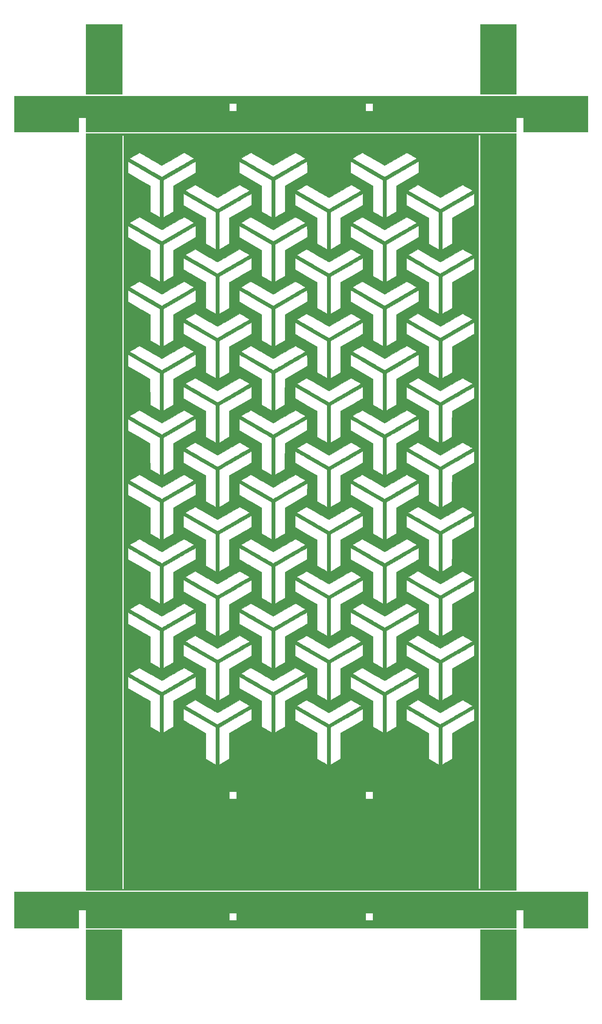
<source format=gbr>
%TF.GenerationSoftware,KiCad,Pcbnew,(5.1.6)-1*%
%TF.CreationDate,2020-10-10T00:14:59+01:00*%
%TF.ProjectId,Side 1,53696465-2031-42e6-9b69-6361645f7063,rev?*%
%TF.SameCoordinates,Original*%
%TF.FileFunction,Copper,L1,Top*%
%TF.FilePolarity,Positive*%
%FSLAX46Y46*%
G04 Gerber Fmt 4.6, Leading zero omitted, Abs format (unit mm)*
G04 Created by KiCad (PCBNEW (5.1.6)-1) date 2020-10-10 00:14:59*
%MOMM*%
%LPD*%
G01*
G04 APERTURE LIST*
%TA.AperFunction,EtchedComponent*%
%ADD10C,0.010000*%
%TD*%
G04 APERTURE END LIST*
D10*
%TO.C,G\u002A\u002A\u002A*%
G36*
X70590583Y-238623917D02*
G01*
X66658232Y-238629264D01*
X66162209Y-238629888D01*
X65706981Y-238630349D01*
X65291010Y-238630638D01*
X64912758Y-238630747D01*
X64570687Y-238630668D01*
X64263257Y-238630393D01*
X63988932Y-238629913D01*
X63746174Y-238629220D01*
X63533443Y-238628305D01*
X63349202Y-238627162D01*
X63191913Y-238625781D01*
X63060038Y-238624153D01*
X62952038Y-238622272D01*
X62866376Y-238620128D01*
X62801513Y-238617713D01*
X62755911Y-238615020D01*
X62728032Y-238612039D01*
X62716338Y-238608763D01*
X62715816Y-238608097D01*
X62715086Y-238585202D01*
X62714399Y-238521468D01*
X62713757Y-238418391D01*
X62713159Y-238277467D01*
X62712607Y-238100190D01*
X62712103Y-237888057D01*
X62711645Y-237642561D01*
X62711237Y-237365200D01*
X62710878Y-237057466D01*
X62710569Y-236720857D01*
X62710311Y-236356867D01*
X62710106Y-235966992D01*
X62709954Y-235552726D01*
X62709855Y-235115566D01*
X62709812Y-234657005D01*
X62709824Y-234178540D01*
X62709894Y-233681666D01*
X62710020Y-233167878D01*
X62710206Y-232638671D01*
X62710450Y-232095541D01*
X62710755Y-231539983D01*
X62711121Y-230973491D01*
X62711167Y-230908667D01*
X62716583Y-223235750D01*
X70590583Y-223235750D01*
X70590583Y-238623917D01*
G37*
X70590583Y-238623917D02*
X66658232Y-238629264D01*
X66162209Y-238629888D01*
X65706981Y-238630349D01*
X65291010Y-238630638D01*
X64912758Y-238630747D01*
X64570687Y-238630668D01*
X64263257Y-238630393D01*
X63988932Y-238629913D01*
X63746174Y-238629220D01*
X63533443Y-238628305D01*
X63349202Y-238627162D01*
X63191913Y-238625781D01*
X63060038Y-238624153D01*
X62952038Y-238622272D01*
X62866376Y-238620128D01*
X62801513Y-238617713D01*
X62755911Y-238615020D01*
X62728032Y-238612039D01*
X62716338Y-238608763D01*
X62715816Y-238608097D01*
X62715086Y-238585202D01*
X62714399Y-238521468D01*
X62713757Y-238418391D01*
X62713159Y-238277467D01*
X62712607Y-238100190D01*
X62712103Y-237888057D01*
X62711645Y-237642561D01*
X62711237Y-237365200D01*
X62710878Y-237057466D01*
X62710569Y-236720857D01*
X62710311Y-236356867D01*
X62710106Y-235966992D01*
X62709954Y-235552726D01*
X62709855Y-235115566D01*
X62709812Y-234657005D01*
X62709824Y-234178540D01*
X62709894Y-233681666D01*
X62710020Y-233167878D01*
X62710206Y-232638671D01*
X62710450Y-232095541D01*
X62710755Y-231539983D01*
X62711121Y-230973491D01*
X62711167Y-230908667D01*
X62716583Y-223235750D01*
X70590583Y-223235750D01*
X70590583Y-238623917D01*
G36*
X157215166Y-238634500D02*
G01*
X149341166Y-238634500D01*
X149341166Y-223225167D01*
X157215166Y-223225167D01*
X157215166Y-238634500D01*
G37*
X157215166Y-238634500D02*
X149341166Y-238634500D01*
X149341166Y-223225167D01*
X157215166Y-223225167D01*
X157215166Y-238634500D01*
G36*
X172963166Y-214991426D02*
G01*
X172963166Y-222886500D01*
X158866166Y-222886500D01*
X158866166Y-218949500D01*
X157215166Y-218949500D01*
X157215166Y-222886500D01*
X62706000Y-222886500D01*
X62706000Y-219584500D01*
X94159666Y-219584500D01*
X94159666Y-221214333D01*
X95810666Y-221214333D01*
X95810666Y-219584500D01*
X124110500Y-219584500D01*
X124110500Y-221214333D01*
X125761500Y-221214333D01*
X125761500Y-219584500D01*
X124110500Y-219584500D01*
X95810666Y-219584500D01*
X94159666Y-219584500D01*
X62706000Y-219584500D01*
X62706000Y-218949500D01*
X61076385Y-218949500D01*
X61070984Y-220912708D01*
X61065583Y-222875917D01*
X54025934Y-222881240D01*
X53482560Y-222881608D01*
X52950071Y-222881887D01*
X52430024Y-222882077D01*
X51923978Y-222882181D01*
X51433491Y-222882201D01*
X50960121Y-222882138D01*
X50505426Y-222881994D01*
X50070963Y-222881772D01*
X49658292Y-222881473D01*
X49268969Y-222881100D01*
X48904554Y-222880654D01*
X48566604Y-222880137D01*
X48256677Y-222879552D01*
X47976331Y-222878899D01*
X47727125Y-222878182D01*
X47510616Y-222877401D01*
X47328363Y-222876560D01*
X47181923Y-222875659D01*
X47072854Y-222874702D01*
X47002716Y-222873689D01*
X46973065Y-222872623D01*
X46972142Y-222872420D01*
X46970686Y-222850128D01*
X46969272Y-222787591D01*
X46967906Y-222686898D01*
X46966597Y-222550138D01*
X46965352Y-222379400D01*
X46964178Y-222176772D01*
X46963082Y-221944344D01*
X46962073Y-221684203D01*
X46961157Y-221398440D01*
X46960343Y-221089141D01*
X46959638Y-220758397D01*
X46959048Y-220408296D01*
X46958582Y-220040927D01*
X46958248Y-219658378D01*
X46958052Y-219262738D01*
X46958000Y-218924788D01*
X46958000Y-214991298D01*
X172963166Y-214991426D01*
G37*
X172963166Y-214991426D02*
X172963166Y-222886500D01*
X158866166Y-222886500D01*
X158866166Y-218949500D01*
X157215166Y-218949500D01*
X157215166Y-222886500D01*
X62706000Y-222886500D01*
X62706000Y-219584500D01*
X94159666Y-219584500D01*
X94159666Y-221214333D01*
X95810666Y-221214333D01*
X95810666Y-219584500D01*
X124110500Y-219584500D01*
X124110500Y-221214333D01*
X125761500Y-221214333D01*
X125761500Y-219584500D01*
X124110500Y-219584500D01*
X95810666Y-219584500D01*
X94159666Y-219584500D01*
X62706000Y-219584500D01*
X62706000Y-218949500D01*
X61076385Y-218949500D01*
X61070984Y-220912708D01*
X61065583Y-222875917D01*
X54025934Y-222881240D01*
X53482560Y-222881608D01*
X52950071Y-222881887D01*
X52430024Y-222882077D01*
X51923978Y-222882181D01*
X51433491Y-222882201D01*
X50960121Y-222882138D01*
X50505426Y-222881994D01*
X50070963Y-222881772D01*
X49658292Y-222881473D01*
X49268969Y-222881100D01*
X48904554Y-222880654D01*
X48566604Y-222880137D01*
X48256677Y-222879552D01*
X47976331Y-222878899D01*
X47727125Y-222878182D01*
X47510616Y-222877401D01*
X47328363Y-222876560D01*
X47181923Y-222875659D01*
X47072854Y-222874702D01*
X47002716Y-222873689D01*
X46973065Y-222872623D01*
X46972142Y-222872420D01*
X46970686Y-222850128D01*
X46969272Y-222787591D01*
X46967906Y-222686898D01*
X46966597Y-222550138D01*
X46965352Y-222379400D01*
X46964178Y-222176772D01*
X46963082Y-221944344D01*
X46962073Y-221684203D01*
X46961157Y-221398440D01*
X46960343Y-221089141D01*
X46959638Y-220758397D01*
X46959048Y-220408296D01*
X46958582Y-220040927D01*
X46958248Y-219658378D01*
X46958052Y-219262738D01*
X46958000Y-218924788D01*
X46958000Y-214991298D01*
X172963166Y-214991426D01*
G36*
X157215166Y-214652667D02*
G01*
X62706000Y-214652667D01*
X62706000Y-48811833D01*
X70601166Y-48811833D01*
X70601166Y-214356333D01*
X70939833Y-214356333D01*
X70939833Y-192914500D01*
X94159666Y-192914500D01*
X94159666Y-194565500D01*
X95810666Y-194565500D01*
X95810666Y-192914500D01*
X124110500Y-192914500D01*
X124110500Y-194565500D01*
X125761500Y-194565500D01*
X125761500Y-192914500D01*
X124110500Y-192914500D01*
X95810666Y-192914500D01*
X94159666Y-192914500D01*
X70939833Y-192914500D01*
X70939833Y-168949774D01*
X71871166Y-168949774D01*
X71871166Y-170219243D01*
X74268291Y-171600656D01*
X74562869Y-171770467D01*
X74847926Y-171934892D01*
X75121243Y-172092646D01*
X75380602Y-172242444D01*
X75623785Y-172383002D01*
X75848572Y-172513034D01*
X76052745Y-172631256D01*
X76234086Y-172736383D01*
X76390376Y-172827130D01*
X76519398Y-172902213D01*
X76618931Y-172960347D01*
X76686758Y-173000247D01*
X76720661Y-173020629D01*
X76723548Y-173022504D01*
X76781679Y-173062940D01*
X76787048Y-175889060D01*
X76792416Y-178715180D01*
X77871547Y-179337840D01*
X78066862Y-179450483D01*
X78250994Y-179556573D01*
X78420723Y-179654259D01*
X78572828Y-179741695D01*
X78704088Y-179817031D01*
X78811285Y-179878420D01*
X78891196Y-179924012D01*
X78940603Y-179951960D01*
X78956338Y-179960500D01*
X78956904Y-179939672D01*
X78957444Y-179878548D01*
X78957957Y-179779161D01*
X78958440Y-179643549D01*
X78958890Y-179473747D01*
X78959306Y-179271791D01*
X78959685Y-179039717D01*
X78960024Y-178779561D01*
X78960322Y-178493358D01*
X78960576Y-178183145D01*
X78960783Y-177850957D01*
X78960942Y-177498831D01*
X78961032Y-177188559D01*
X79728363Y-177188559D01*
X79728492Y-177585037D01*
X79728821Y-177956341D01*
X79729348Y-178300968D01*
X79730065Y-178617412D01*
X79730969Y-178904170D01*
X79732054Y-179159737D01*
X79733315Y-179382608D01*
X79734748Y-179571278D01*
X79736346Y-179724244D01*
X79738106Y-179839999D01*
X79740022Y-179917041D01*
X79742088Y-179953863D01*
X79742968Y-179956990D01*
X79764280Y-179945396D01*
X79818970Y-179914487D01*
X79903769Y-179866138D01*
X80015409Y-179802224D01*
X80150620Y-179724623D01*
X80306133Y-179635209D01*
X80478680Y-179535859D01*
X80664991Y-179428450D01*
X80843365Y-179325500D01*
X81924688Y-178701083D01*
X81928638Y-176707642D01*
X84130048Y-176707642D01*
X84130571Y-176866799D01*
X84131732Y-176995735D01*
X84133589Y-177097477D01*
X84136199Y-177175052D01*
X84139620Y-177231489D01*
X84143909Y-177269813D01*
X84149124Y-177293054D01*
X84155323Y-177304238D01*
X84156192Y-177304955D01*
X84177878Y-177318054D01*
X84234058Y-177351049D01*
X84322558Y-177402680D01*
X84441203Y-177471688D01*
X84587819Y-177556813D01*
X84760233Y-177656796D01*
X84956269Y-177770377D01*
X85173753Y-177896296D01*
X85410512Y-178033295D01*
X85664371Y-178180113D01*
X85933156Y-178335491D01*
X86214692Y-178498169D01*
X86506806Y-178666888D01*
X86601168Y-178721374D01*
X89016166Y-180115754D01*
X89016166Y-185774871D01*
X90100958Y-186402122D01*
X90297068Y-186515372D01*
X90482304Y-186622064D01*
X90653420Y-186720345D01*
X90807167Y-186808365D01*
X90940300Y-186884270D01*
X91049571Y-186946210D01*
X91131733Y-186992333D01*
X91183538Y-187020787D01*
X91201625Y-187029769D01*
X91203226Y-187008983D01*
X91204783Y-186947901D01*
X91206288Y-186848560D01*
X91207733Y-186712998D01*
X91209109Y-186543253D01*
X91210410Y-186341363D01*
X91211627Y-186109363D01*
X91212751Y-185849293D01*
X91213777Y-185563190D01*
X91214694Y-185253090D01*
X91215496Y-184921032D01*
X91216175Y-184569053D01*
X91216722Y-184199191D01*
X91217130Y-183813483D01*
X91217391Y-183413966D01*
X91217497Y-183002678D01*
X91217500Y-182936691D01*
X91217500Y-178847368D01*
X91958333Y-178847368D01*
X91958333Y-182938767D01*
X91958424Y-183351630D01*
X91958690Y-183753048D01*
X91959122Y-184140981D01*
X91959713Y-184513392D01*
X91960452Y-184868243D01*
X91961331Y-185203495D01*
X91962342Y-185517110D01*
X91963474Y-185807050D01*
X91964720Y-186071276D01*
X91966070Y-186307751D01*
X91967516Y-186514435D01*
X91969049Y-186689291D01*
X91970659Y-186830281D01*
X91972339Y-186935365D01*
X91974078Y-187002507D01*
X91975869Y-187029667D01*
X91976148Y-187030167D01*
X91997224Y-187019866D01*
X92051663Y-186990201D01*
X92136197Y-186943028D01*
X92247560Y-186880201D01*
X92382482Y-186803575D01*
X92537698Y-186715007D01*
X92709938Y-186616351D01*
X92895934Y-186509462D01*
X93071523Y-186408259D01*
X94149083Y-185786352D01*
X94154451Y-182959479D01*
X94159820Y-180132606D01*
X94217951Y-180092544D01*
X94243161Y-180077200D01*
X94302833Y-180042004D01*
X94394747Y-179988241D01*
X94516688Y-179917197D01*
X94666438Y-179830157D01*
X94841779Y-179728405D01*
X95040492Y-179613227D01*
X95260362Y-179485908D01*
X95499170Y-179347734D01*
X95754699Y-179199989D01*
X96024730Y-179043959D01*
X96307048Y-178880929D01*
X96599433Y-178712184D01*
X96673208Y-178669621D01*
X99070333Y-177286761D01*
X99070333Y-176018366D01*
X99070011Y-175754322D01*
X99069068Y-175516372D01*
X99067539Y-175306713D01*
X99065458Y-175127540D01*
X99062859Y-174981051D01*
X99059776Y-174869443D01*
X99056244Y-174794912D01*
X99052297Y-174759655D01*
X99050644Y-174757028D01*
X99030598Y-174768165D01*
X98975674Y-174799452D01*
X98887651Y-174849861D01*
X98768310Y-174918368D01*
X98619431Y-175003947D01*
X98442793Y-175105573D01*
X98240176Y-175222220D01*
X98013359Y-175352864D01*
X97764123Y-175496479D01*
X97494248Y-175652039D01*
X97205512Y-175818519D01*
X96899696Y-175994893D01*
X96578580Y-176180138D01*
X96243943Y-176373226D01*
X95897565Y-176573133D01*
X95541226Y-176778833D01*
X95494644Y-176805725D01*
X91958333Y-178847368D01*
X91217500Y-178847368D01*
X91217500Y-178843215D01*
X84137250Y-174754217D01*
X84131732Y-176018567D01*
X84130686Y-176286553D01*
X84130106Y-176515236D01*
X84130048Y-176707642D01*
X81928638Y-176707642D01*
X81933810Y-174097333D01*
X84507726Y-174097333D01*
X84525766Y-174108825D01*
X84578705Y-174140453D01*
X84664776Y-174191191D01*
X84782212Y-174260015D01*
X84929248Y-174345897D01*
X85104118Y-174447811D01*
X85305054Y-174564733D01*
X85530292Y-174695636D01*
X85778064Y-174839495D01*
X86046605Y-174995283D01*
X86334148Y-175161974D01*
X86638928Y-175338543D01*
X86959177Y-175523964D01*
X87293131Y-175717211D01*
X87639022Y-175917258D01*
X87995085Y-176123079D01*
X88047835Y-176153562D01*
X91587916Y-178199207D01*
X91651416Y-178163141D01*
X91676005Y-178149008D01*
X91735432Y-178114766D01*
X91827872Y-178061469D01*
X91951497Y-177990168D01*
X92104484Y-177901919D01*
X92285005Y-177797775D01*
X92491234Y-177678789D01*
X92721347Y-177546014D01*
X92973517Y-177400505D01*
X93245918Y-177243315D01*
X93536725Y-177075497D01*
X93844111Y-176898106D01*
X94166252Y-176712193D01*
X94501320Y-176518814D01*
X94847490Y-176319021D01*
X95191541Y-176120445D01*
X95545763Y-175915910D01*
X95890049Y-175716943D01*
X96222617Y-175524582D01*
X96541684Y-175339863D01*
X96845465Y-175163826D01*
X97132178Y-174997509D01*
X97400038Y-174841948D01*
X97647263Y-174698182D01*
X97872069Y-174567249D01*
X98072672Y-174450186D01*
X98247289Y-174348033D01*
X98394137Y-174261825D01*
X98511432Y-174192602D01*
X98597391Y-174141401D01*
X98650230Y-174109261D01*
X98668166Y-174097223D01*
X98650335Y-174083951D01*
X98598970Y-174051515D01*
X98517265Y-174001806D01*
X98408412Y-173936714D01*
X98275606Y-173858128D01*
X98122039Y-173767939D01*
X97950904Y-173668036D01*
X97765395Y-173560310D01*
X97579649Y-173452960D01*
X96491131Y-172825289D01*
X94088591Y-174212525D01*
X93793939Y-174382609D01*
X93508868Y-174547069D01*
X93235585Y-174704636D01*
X92976294Y-174854042D01*
X92733203Y-174994018D01*
X92508518Y-175123298D01*
X92304443Y-175240613D01*
X92123186Y-175344695D01*
X91966952Y-175434276D01*
X91837948Y-175508088D01*
X91738378Y-175564864D01*
X91670450Y-175603334D01*
X91636369Y-175622232D01*
X91633249Y-175623818D01*
X91623694Y-175626113D01*
X91609697Y-175625065D01*
X91589405Y-175619645D01*
X91560966Y-175608824D01*
X91522526Y-175591571D01*
X91472233Y-175566858D01*
X91408232Y-175533656D01*
X91328672Y-175490934D01*
X91231699Y-175437664D01*
X91115460Y-175372817D01*
X90978102Y-175295361D01*
X90817772Y-175204270D01*
X90632617Y-175098512D01*
X90420784Y-174977058D01*
X90180419Y-174838880D01*
X89909671Y-174682948D01*
X89606685Y-174508232D01*
X89269609Y-174313703D01*
X89135869Y-174236494D01*
X86691290Y-172825111D01*
X85599494Y-173455931D01*
X85403127Y-173569560D01*
X85218098Y-173676965D01*
X85047590Y-173776274D01*
X84894786Y-173865617D01*
X84762869Y-173943125D01*
X84655024Y-174006926D01*
X84574434Y-174055151D01*
X84524281Y-174085929D01*
X84507726Y-174097333D01*
X81933810Y-174097333D01*
X81935916Y-173034821D01*
X86804250Y-170226821D01*
X86809706Y-168955327D01*
X86810528Y-168727672D01*
X86811001Y-168513080D01*
X86811137Y-168315208D01*
X86810949Y-168137712D01*
X86810448Y-167984247D01*
X86809646Y-167858471D01*
X86808555Y-167764039D01*
X86807187Y-167704608D01*
X86805555Y-167683834D01*
X86805545Y-167683833D01*
X86786530Y-167694254D01*
X86732637Y-167724835D01*
X86645638Y-167774554D01*
X86527310Y-167842390D01*
X86379425Y-167927321D01*
X86203757Y-168028324D01*
X86002082Y-168144378D01*
X85776172Y-168274462D01*
X85527803Y-168417552D01*
X85258748Y-168572627D01*
X84970781Y-168738666D01*
X84665677Y-168914647D01*
X84345209Y-169099547D01*
X84011152Y-169292344D01*
X83665280Y-169492018D01*
X83309367Y-169697545D01*
X83265255Y-169723022D01*
X79734583Y-171762210D01*
X79729238Y-175863137D01*
X79728731Y-176326105D01*
X79728442Y-176768414D01*
X79728363Y-177188559D01*
X78961032Y-177188559D01*
X78961050Y-177128802D01*
X78961105Y-176742905D01*
X78961104Y-176343178D01*
X78961045Y-175931655D01*
X78961029Y-175859458D01*
X78960059Y-171758417D01*
X75436115Y-169726417D01*
X75079188Y-169520628D01*
X74731991Y-169320496D01*
X74396308Y-169127049D01*
X74073924Y-168941313D01*
X73766622Y-168764313D01*
X73476187Y-168597077D01*
X73204403Y-168440632D01*
X72953054Y-168296002D01*
X72723925Y-168164215D01*
X72518800Y-168046298D01*
X72339463Y-167943277D01*
X72187698Y-167856178D01*
X72065290Y-167786027D01*
X71974023Y-167733852D01*
X71915682Y-167700678D01*
X71892050Y-167687533D01*
X71891668Y-167687361D01*
X71887082Y-167706651D01*
X71883034Y-167767031D01*
X71879543Y-167867262D01*
X71876631Y-168006103D01*
X71874318Y-168182315D01*
X71872623Y-168394658D01*
X71871566Y-168641892D01*
X71871169Y-168922777D01*
X71871166Y-168949774D01*
X70939833Y-168949774D01*
X70939833Y-167027667D01*
X72253506Y-167027667D01*
X72271563Y-167039142D01*
X72324536Y-167070725D01*
X72410659Y-167121392D01*
X72528167Y-167190120D01*
X72675294Y-167275883D01*
X72850273Y-167377659D01*
X73051339Y-167494424D01*
X73276725Y-167625155D01*
X73524667Y-167768827D01*
X73793397Y-167924418D01*
X74081151Y-168090902D01*
X74386162Y-168267258D01*
X74706664Y-168452460D01*
X75040891Y-168645485D01*
X75387077Y-168845311D01*
X75743457Y-169050912D01*
X75800145Y-169083606D01*
X79346686Y-171128961D01*
X79754850Y-170893356D01*
X79817791Y-170857023D01*
X79915178Y-170800806D01*
X80044795Y-170725984D01*
X80204425Y-170633835D01*
X80391853Y-170525640D01*
X80604860Y-170402679D01*
X80841232Y-170266230D01*
X81098750Y-170117573D01*
X81375200Y-169957988D01*
X81668363Y-169788754D01*
X81976024Y-169611151D01*
X82295966Y-169426459D01*
X82625973Y-169235956D01*
X82963828Y-169040923D01*
X83298027Y-168848000D01*
X83634131Y-168653916D01*
X83960207Y-168465504D01*
X84274379Y-168283853D01*
X84574768Y-168110053D01*
X84859497Y-167945196D01*
X85126689Y-167790370D01*
X85374464Y-167646667D01*
X85600947Y-167515177D01*
X85804259Y-167396989D01*
X85982522Y-167293195D01*
X86133859Y-167204883D01*
X86256393Y-167133146D01*
X86348245Y-167079072D01*
X86407538Y-167043752D01*
X86432395Y-167028276D01*
X86433070Y-167027667D01*
X86415384Y-167016139D01*
X86364909Y-166985719D01*
X86285528Y-166938660D01*
X86181124Y-166877217D01*
X86055581Y-166803644D01*
X85912781Y-166720197D01*
X85756609Y-166629129D01*
X85590947Y-166532694D01*
X85419680Y-166433148D01*
X85246689Y-166332745D01*
X85075859Y-166233739D01*
X84911073Y-166138384D01*
X84756215Y-166048936D01*
X84615167Y-165967648D01*
X84491813Y-165896776D01*
X84390037Y-165838572D01*
X84313721Y-165795293D01*
X84266749Y-165769192D01*
X84253839Y-165762526D01*
X84234232Y-165772224D01*
X84180142Y-165801912D01*
X84093718Y-165850361D01*
X83977106Y-165916341D01*
X83832455Y-165998622D01*
X83661913Y-166095974D01*
X83467627Y-166207168D01*
X83251746Y-166330973D01*
X83016418Y-166466160D01*
X82763790Y-166611500D01*
X82496010Y-166765762D01*
X82215226Y-166927717D01*
X81923587Y-167096134D01*
X81818203Y-167157040D01*
X81522816Y-167327720D01*
X81237271Y-167492571D01*
X80963740Y-167650347D01*
X80704394Y-167799801D01*
X80461404Y-167939687D01*
X80236940Y-168068758D01*
X80033175Y-168185769D01*
X79852279Y-168289471D01*
X79696423Y-168378620D01*
X79567778Y-168451969D01*
X79468516Y-168508271D01*
X79400807Y-168546280D01*
X79366823Y-168564750D01*
X79363333Y-168566358D01*
X79341369Y-168557062D01*
X79284945Y-168527754D01*
X79196220Y-168479655D01*
X79077356Y-168413990D01*
X78930513Y-168331981D01*
X78757853Y-168234852D01*
X78561534Y-168123825D01*
X78343720Y-168000124D01*
X78106569Y-167864971D01*
X77852243Y-167719591D01*
X77582903Y-167565205D01*
X77300709Y-167403038D01*
X77007822Y-167234311D01*
X76888748Y-167165599D01*
X74562718Y-165822713D01*
X79723892Y-165822713D01*
X79771571Y-165797629D01*
X79798415Y-165782593D01*
X79858434Y-165748392D01*
X79948143Y-165697028D01*
X80064057Y-165630504D01*
X80202689Y-165550823D01*
X80360555Y-165459987D01*
X80534170Y-165359999D01*
X80720048Y-165252863D01*
X80845833Y-165180316D01*
X81037080Y-165069887D01*
X81217678Y-164965412D01*
X81384232Y-164868869D01*
X81533345Y-164782236D01*
X81661620Y-164707491D01*
X81765661Y-164646612D01*
X81842072Y-164601577D01*
X81887455Y-164574364D01*
X81898798Y-164567100D01*
X81902731Y-164555853D01*
X81906317Y-164527473D01*
X81909576Y-164480177D01*
X81912528Y-164412187D01*
X81915193Y-164321723D01*
X81917590Y-164207004D01*
X81919741Y-164066251D01*
X81921663Y-163897684D01*
X81923378Y-163699522D01*
X81924905Y-163469986D01*
X81926264Y-163207296D01*
X81927474Y-162909672D01*
X81928557Y-162575335D01*
X81929530Y-162202503D01*
X81930217Y-161881992D01*
X84126666Y-161881992D01*
X84126666Y-163149818D01*
X86566125Y-164558567D01*
X89005583Y-165967317D01*
X89016319Y-171631977D01*
X90101034Y-172260200D01*
X90297107Y-172373625D01*
X90482311Y-172480508D01*
X90653402Y-172578993D01*
X90807133Y-172667223D01*
X90940259Y-172743343D01*
X91049534Y-172805496D01*
X91131712Y-172851826D01*
X91183547Y-172880476D01*
X91201678Y-172889628D01*
X91203257Y-172868924D01*
X91204739Y-172807922D01*
X91206118Y-172708658D01*
X91207390Y-172573169D01*
X91208549Y-172403490D01*
X91209590Y-172201656D01*
X91210508Y-171969703D01*
X91211297Y-171709668D01*
X91211953Y-171423586D01*
X91212469Y-171113493D01*
X91212841Y-170781424D01*
X91213063Y-170429415D01*
X91213130Y-170059503D01*
X91213037Y-169673722D01*
X91212779Y-169274109D01*
X91212350Y-168862700D01*
X91212261Y-168792661D01*
X91206929Y-164704402D01*
X91958333Y-164704402D01*
X91958333Y-168799882D01*
X91958358Y-169292635D01*
X91958442Y-169744760D01*
X91958599Y-170157962D01*
X91958842Y-170533945D01*
X91959184Y-170874413D01*
X91959639Y-171181073D01*
X91960220Y-171455629D01*
X91960941Y-171699786D01*
X91961815Y-171915248D01*
X91962855Y-172103721D01*
X91964075Y-172266909D01*
X91965489Y-172406517D01*
X91967109Y-172524250D01*
X91968949Y-172621814D01*
X91971023Y-172700912D01*
X91973344Y-172763250D01*
X91975925Y-172810532D01*
X91978780Y-172844464D01*
X91981922Y-172866750D01*
X91985365Y-172879096D01*
X91989121Y-172883205D01*
X91990462Y-172883033D01*
X92014225Y-172870457D01*
X92071294Y-172838603D01*
X92158328Y-172789380D01*
X92271983Y-172724698D01*
X92408916Y-172646465D01*
X92565784Y-172556592D01*
X92739246Y-172456988D01*
X92925956Y-172349561D01*
X93091128Y-172254363D01*
X94159666Y-171638022D01*
X94159666Y-168947024D01*
X96361000Y-168947024D01*
X96361000Y-170214744D01*
X98816333Y-171631873D01*
X101271666Y-173049001D01*
X101271666Y-178707761D01*
X102356458Y-179333803D01*
X102552614Y-179446861D01*
X102737890Y-179553366D01*
X102909037Y-179651471D01*
X103062805Y-179739325D01*
X103195946Y-179815080D01*
X103305209Y-179876886D01*
X103387346Y-179922894D01*
X103439106Y-179951255D01*
X103457125Y-179960172D01*
X103458726Y-179939379D01*
X103460283Y-179878289D01*
X103461788Y-179778942D01*
X103463233Y-179643374D01*
X103464610Y-179473623D01*
X103465910Y-179271727D01*
X103467127Y-179039723D01*
X103468252Y-178779649D01*
X103469277Y-178493543D01*
X103470194Y-178183441D01*
X103470997Y-177851383D01*
X103471675Y-177499404D01*
X103471765Y-177438344D01*
X104217902Y-177438344D01*
X104217914Y-177793558D01*
X104218042Y-178129182D01*
X104218282Y-178443179D01*
X104218632Y-178733512D01*
X104219087Y-178998146D01*
X104219647Y-179235043D01*
X104220306Y-179442167D01*
X104221063Y-179617481D01*
X104221914Y-179758949D01*
X104222857Y-179864534D01*
X104223887Y-179932200D01*
X104225003Y-179959909D01*
X104225197Y-179960500D01*
X104245098Y-179950210D01*
X104298418Y-179920568D01*
X104381931Y-179873417D01*
X104492411Y-179810599D01*
X104626632Y-179733956D01*
X104781365Y-179645330D01*
X104953386Y-179546564D01*
X105139468Y-179439499D01*
X105325918Y-179332018D01*
X106415166Y-178703536D01*
X106415166Y-176458737D01*
X108620732Y-176458737D01*
X108621078Y-176657213D01*
X108621911Y-176835585D01*
X108623201Y-176990127D01*
X108624915Y-177117115D01*
X108627024Y-177212825D01*
X108629497Y-177273530D01*
X108632206Y-177295439D01*
X108652165Y-177307654D01*
X108706645Y-177339769D01*
X108793495Y-177390537D01*
X108910562Y-177458711D01*
X109055694Y-177543045D01*
X109226741Y-177642291D01*
X109421549Y-177755202D01*
X109637968Y-177880531D01*
X109873845Y-178017031D01*
X110127029Y-178163456D01*
X110395367Y-178318558D01*
X110676709Y-178481091D01*
X110968901Y-178649806D01*
X111077125Y-178712274D01*
X113506000Y-180114135D01*
X113506000Y-185772183D01*
X114590791Y-186399940D01*
X114786890Y-186513290D01*
X114972119Y-186620101D01*
X115143231Y-186718521D01*
X115296979Y-186806692D01*
X115430116Y-186882760D01*
X115539397Y-186944869D01*
X115621573Y-186991165D01*
X115673399Y-187019792D01*
X115691511Y-187028932D01*
X115693090Y-187008231D01*
X115694572Y-186947232D01*
X115695951Y-186847971D01*
X115697223Y-186712484D01*
X115698382Y-186542807D01*
X115699423Y-186340974D01*
X115700341Y-186109023D01*
X115701130Y-185848988D01*
X115701786Y-185562906D01*
X115702302Y-185252811D01*
X115702674Y-184920740D01*
X115702710Y-184863068D01*
X116473350Y-184863068D01*
X116473451Y-185198703D01*
X116473660Y-185512712D01*
X116473976Y-185803058D01*
X116474394Y-186067704D01*
X116474912Y-186304615D01*
X116475528Y-186511752D01*
X116476238Y-186687081D01*
X116477040Y-186828564D01*
X116477931Y-186934164D01*
X116478909Y-187001846D01*
X116479970Y-187029573D01*
X116480156Y-187030167D01*
X116499956Y-187019875D01*
X116553177Y-186990228D01*
X116636595Y-186943068D01*
X116746988Y-186880237D01*
X116881132Y-186803576D01*
X117035803Y-186714928D01*
X117207779Y-186616134D01*
X117393837Y-186509037D01*
X117580876Y-186401177D01*
X118670666Y-185772188D01*
X118670666Y-180113572D01*
X121115416Y-178701312D01*
X123560166Y-177289051D01*
X123560166Y-176021276D01*
X123560033Y-175793960D01*
X123559648Y-175579714D01*
X123559037Y-175382199D01*
X123558222Y-175205075D01*
X123557228Y-175052006D01*
X123556077Y-174926652D01*
X123554795Y-174832676D01*
X123553404Y-174773738D01*
X123551940Y-174753500D01*
X123533067Y-174763920D01*
X123479314Y-174794500D01*
X123392453Y-174844217D01*
X123274257Y-174912051D01*
X123126500Y-174996980D01*
X122950954Y-175097981D01*
X122749391Y-175214034D01*
X122523586Y-175344116D01*
X122275311Y-175487207D01*
X122006339Y-175642284D01*
X121718442Y-175808327D01*
X121413394Y-175984312D01*
X121092968Y-176169219D01*
X120758936Y-176362026D01*
X120413072Y-176561712D01*
X120057148Y-176767255D01*
X120011815Y-176793437D01*
X116479916Y-178833375D01*
X116474571Y-182931771D01*
X116474088Y-183344991D01*
X116473727Y-183746767D01*
X116473485Y-184135063D01*
X116473361Y-184507842D01*
X116473350Y-184863068D01*
X115702710Y-184863068D01*
X115702896Y-184568728D01*
X115702964Y-184198811D01*
X115702871Y-183813025D01*
X115702613Y-183413405D01*
X115702184Y-183001988D01*
X115702095Y-182931696D01*
X115696750Y-178833225D01*
X112161916Y-176792754D01*
X108627083Y-174752284D01*
X108621623Y-176016374D01*
X108620903Y-176243883D01*
X108620732Y-176458737D01*
X106415166Y-176458737D01*
X106415166Y-174097333D01*
X108998293Y-174097333D01*
X109016302Y-174109250D01*
X109068872Y-174140989D01*
X109153846Y-174191309D01*
X109269066Y-174258964D01*
X109412373Y-174342712D01*
X109581610Y-174441310D01*
X109774619Y-174553512D01*
X109989242Y-174678077D01*
X110223321Y-174813761D01*
X110474698Y-174959319D01*
X110741216Y-175113509D01*
X111020716Y-175275087D01*
X111311041Y-175442809D01*
X111610032Y-175615432D01*
X111915532Y-175791713D01*
X112225383Y-175970407D01*
X112537427Y-176150272D01*
X112849506Y-176330064D01*
X113159462Y-176508539D01*
X113465138Y-176684454D01*
X113764375Y-176856565D01*
X114055015Y-177023629D01*
X114334901Y-177184402D01*
X114601875Y-177337641D01*
X114853779Y-177482102D01*
X115088454Y-177616542D01*
X115303744Y-177739717D01*
X115497490Y-177850383D01*
X115667534Y-177947298D01*
X115811718Y-178029217D01*
X115927885Y-178094898D01*
X116013876Y-178143096D01*
X116067534Y-178172568D01*
X116086612Y-178182089D01*
X116107714Y-178171707D01*
X116163677Y-178141159D01*
X116252714Y-178091466D01*
X116373036Y-178023652D01*
X116522858Y-177938739D01*
X116700390Y-177837750D01*
X116903846Y-177721708D01*
X117131439Y-177591634D01*
X117381379Y-177448552D01*
X117651881Y-177293485D01*
X117941156Y-177127454D01*
X118247418Y-176951482D01*
X118568877Y-176766592D01*
X118903748Y-176573807D01*
X119250241Y-176374148D01*
X119606571Y-176168640D01*
X119647179Y-176145208D01*
X120004153Y-175939163D01*
X120351209Y-175738737D01*
X120686576Y-175544957D01*
X121008485Y-175358850D01*
X121315166Y-175181442D01*
X121604851Y-175013758D01*
X121875768Y-174856827D01*
X122126149Y-174711673D01*
X122354225Y-174579324D01*
X122558225Y-174460806D01*
X122736380Y-174357145D01*
X122886921Y-174269367D01*
X123008078Y-174198500D01*
X123098081Y-174145568D01*
X123155161Y-174111600D01*
X123177549Y-174097620D01*
X123177820Y-174097333D01*
X123160029Y-174085110D01*
X123108805Y-174053740D01*
X123027431Y-174005150D01*
X122919191Y-173941265D01*
X122787368Y-173864010D01*
X122635244Y-173775312D01*
X122466103Y-173677097D01*
X122283228Y-173571290D01*
X122149398Y-173494083D01*
X121956478Y-173382917D01*
X121772998Y-173277189D01*
X121602522Y-173178955D01*
X121448618Y-173090269D01*
X121314850Y-173013187D01*
X121204787Y-172949763D01*
X121121993Y-172902052D01*
X121070035Y-172872109D01*
X121054628Y-172863229D01*
X120988384Y-172825042D01*
X118548668Y-174233771D01*
X118252430Y-174404736D01*
X117966191Y-174569760D01*
X117692102Y-174727612D01*
X117432311Y-174877060D01*
X117188969Y-175016874D01*
X116964225Y-175145823D01*
X116760228Y-175262676D01*
X116579129Y-175366203D01*
X116423075Y-175455172D01*
X116294218Y-175528353D01*
X116194707Y-175584515D01*
X116126690Y-175622427D01*
X116092318Y-175640858D01*
X116088483Y-175642500D01*
X116067998Y-175632106D01*
X116013018Y-175601747D01*
X115925694Y-175552652D01*
X115808177Y-175486054D01*
X115662616Y-175403183D01*
X115491161Y-175305270D01*
X115295962Y-175193546D01*
X115079170Y-175069243D01*
X114842934Y-174933591D01*
X114589405Y-174787822D01*
X114320733Y-174633167D01*
X114039068Y-174470856D01*
X113746559Y-174302121D01*
X113629405Y-174234492D01*
X113333389Y-174063677D01*
X113047467Y-173898880D01*
X112773781Y-173741326D01*
X112514470Y-173592239D01*
X112271678Y-173452844D01*
X112047546Y-173324366D01*
X111844215Y-173208030D01*
X111663827Y-173105060D01*
X111508524Y-173016682D01*
X111380446Y-172944120D01*
X111281735Y-172888598D01*
X111214534Y-172851343D01*
X111180983Y-172833577D01*
X111177470Y-172832200D01*
X111151460Y-172846039D01*
X111093604Y-172878509D01*
X111007786Y-172927356D01*
X110897889Y-172990324D01*
X110767797Y-173065160D01*
X110621393Y-173149609D01*
X110462560Y-173241417D01*
X110295182Y-173338329D01*
X110123141Y-173438090D01*
X109950322Y-173538447D01*
X109780607Y-173637144D01*
X109617880Y-173731928D01*
X109466023Y-173820543D01*
X109328922Y-173900736D01*
X109210458Y-173970251D01*
X109114515Y-174026835D01*
X109044976Y-174068232D01*
X109005725Y-174092189D01*
X108998293Y-174097333D01*
X106415166Y-174097333D01*
X106415166Y-173044794D01*
X111325660Y-170213250D01*
X111325746Y-168948542D01*
X111325495Y-168721509D01*
X111324740Y-168507550D01*
X111323529Y-168310330D01*
X111321910Y-168133516D01*
X111319929Y-167980774D01*
X111317635Y-167855769D01*
X111315074Y-167762168D01*
X111312295Y-167703636D01*
X111309400Y-167683833D01*
X111289688Y-167694253D01*
X111235100Y-167724832D01*
X111147414Y-167774547D01*
X111028407Y-167842379D01*
X110879858Y-167927305D01*
X110703544Y-168028303D01*
X110501243Y-168144353D01*
X110274733Y-168274433D01*
X110025792Y-168417520D01*
X109756198Y-168572595D01*
X109467728Y-168738634D01*
X109162160Y-168914618D01*
X108841273Y-169099523D01*
X108506843Y-169292330D01*
X108160649Y-169492015D01*
X107804469Y-169697558D01*
X107758692Y-169723982D01*
X104224416Y-171764132D01*
X104219071Y-175862316D01*
X104218590Y-176275525D01*
X104218237Y-176677291D01*
X104218009Y-177065576D01*
X104217902Y-177438344D01*
X103471765Y-177438344D01*
X103472223Y-177129544D01*
X103472631Y-176743839D01*
X103472892Y-176344327D01*
X103472997Y-175933046D01*
X103473000Y-175867304D01*
X103473000Y-171774109D01*
X99948676Y-169738862D01*
X99591621Y-169532699D01*
X99244187Y-169332153D01*
X98908167Y-169138256D01*
X98585349Y-168952038D01*
X98277525Y-168774531D01*
X97986485Y-168606764D01*
X97714021Y-168449770D01*
X97461922Y-168304579D01*
X97231979Y-168172222D01*
X97025983Y-168053730D01*
X96845724Y-167950134D01*
X96692993Y-167862465D01*
X96569580Y-167791754D01*
X96477277Y-167739032D01*
X96417873Y-167705330D01*
X96393159Y-167691678D01*
X96392676Y-167691460D01*
X96386042Y-167692722D01*
X96380388Y-167704007D01*
X96375638Y-167728333D01*
X96371715Y-167768715D01*
X96368545Y-167828170D01*
X96366050Y-167909716D01*
X96364154Y-168016369D01*
X96362782Y-168151147D01*
X96361858Y-168317065D01*
X96361304Y-168517141D01*
X96361046Y-168754392D01*
X96361000Y-168947024D01*
X94159666Y-168947024D01*
X94159666Y-167030904D01*
X96767875Y-167030904D01*
X96786876Y-167044182D01*
X96840408Y-167077193D01*
X96926311Y-167128693D01*
X97042427Y-167197441D01*
X97186596Y-167282193D01*
X97356659Y-167381708D01*
X97550458Y-167494742D01*
X97765833Y-167620052D01*
X98000626Y-167756397D01*
X98252678Y-167902533D01*
X98519829Y-168057218D01*
X98799921Y-168219209D01*
X99090794Y-168387264D01*
X99390291Y-168560140D01*
X99696251Y-168736594D01*
X100006516Y-168915384D01*
X100318927Y-169095267D01*
X100631325Y-169275000D01*
X100941551Y-169453341D01*
X101247446Y-169629047D01*
X101546851Y-169800876D01*
X101837607Y-169967584D01*
X102117555Y-170127930D01*
X102384537Y-170280671D01*
X102636393Y-170424563D01*
X102870964Y-170558365D01*
X103086091Y-170680834D01*
X103279616Y-170790726D01*
X103449380Y-170886800D01*
X103593222Y-170967813D01*
X103708985Y-171032522D01*
X103794510Y-171079685D01*
X103847638Y-171108059D01*
X103866156Y-171116467D01*
X103886613Y-171104595D01*
X103941942Y-171072585D01*
X104030355Y-171021469D01*
X104150065Y-170952280D01*
X104299284Y-170866050D01*
X104476225Y-170763813D01*
X104679099Y-170646601D01*
X104906121Y-170515446D01*
X105155502Y-170371382D01*
X105425454Y-170215440D01*
X105714190Y-170048654D01*
X106019923Y-169872057D01*
X106340865Y-169686680D01*
X106675228Y-169493556D01*
X107021225Y-169293719D01*
X107377069Y-169088201D01*
X107406731Y-169071070D01*
X107762977Y-168865260D01*
X108109301Y-168665061D01*
X108443932Y-168471501D01*
X108765096Y-168285610D01*
X109071021Y-168108419D01*
X109359934Y-167940956D01*
X109630064Y-167784252D01*
X109879638Y-167639337D01*
X110106883Y-167507240D01*
X110310027Y-167388990D01*
X110487298Y-167285619D01*
X110636922Y-167198155D01*
X110757129Y-167127628D01*
X110846144Y-167075069D01*
X110902196Y-167041506D01*
X110923512Y-167027970D01*
X110923666Y-167027767D01*
X110905845Y-167015301D01*
X110854506Y-166983615D01*
X110772834Y-166934583D01*
X110664014Y-166870079D01*
X110531233Y-166791978D01*
X110377675Y-166702152D01*
X110206527Y-166602477D01*
X110020973Y-166494825D01*
X109831903Y-166385517D01*
X108740140Y-165755388D01*
X106295512Y-167166799D01*
X105945390Y-167368898D01*
X105630044Y-167550805D01*
X105347620Y-167713549D01*
X105096264Y-167858159D01*
X104874122Y-167985665D01*
X104679341Y-168097098D01*
X104510066Y-168193486D01*
X104364444Y-168275860D01*
X104240621Y-168345249D01*
X104136744Y-168402683D01*
X104050958Y-168449191D01*
X103981409Y-168485803D01*
X103926245Y-168513550D01*
X103883611Y-168533460D01*
X103851652Y-168546563D01*
X103828517Y-168553890D01*
X103812350Y-168556469D01*
X103801298Y-168555330D01*
X103797944Y-168554088D01*
X103773404Y-168540707D01*
X103714420Y-168507408D01*
X103623197Y-168455460D01*
X103501943Y-168386130D01*
X103352862Y-168300686D01*
X103178162Y-168200398D01*
X102980047Y-168086532D01*
X102760726Y-167960357D01*
X102522402Y-167823141D01*
X102267284Y-167676153D01*
X101997576Y-167520660D01*
X101715486Y-167357930D01*
X101423218Y-167189233D01*
X101342566Y-167142663D01*
X98940129Y-165755360D01*
X97851064Y-166384472D01*
X97655069Y-166498030D01*
X97470592Y-166605571D01*
X97300803Y-166705204D01*
X97148869Y-166795039D01*
X97017961Y-166873183D01*
X96911247Y-166937745D01*
X96831897Y-166986834D01*
X96783080Y-167018560D01*
X96767875Y-167030904D01*
X94159666Y-167030904D01*
X94159666Y-165979246D01*
X96615000Y-164561476D01*
X99070333Y-163143706D01*
X99070333Y-161878936D01*
X99070124Y-161651898D01*
X99069523Y-161437933D01*
X99068566Y-161240707D01*
X99067291Y-161063887D01*
X99065735Y-160911138D01*
X99063936Y-160786126D01*
X99061930Y-160692517D01*
X99059755Y-160633978D01*
X99057491Y-160614167D01*
X99038146Y-160624584D01*
X98983918Y-160655157D01*
X98896580Y-160704866D01*
X98777905Y-160772690D01*
X98629667Y-160857611D01*
X98453639Y-160958607D01*
X98251595Y-161074658D01*
X98025308Y-161204746D01*
X97776552Y-161347850D01*
X97507099Y-161502951D01*
X97218724Y-161669027D01*
X96913199Y-161845060D01*
X96592298Y-162030029D01*
X96257794Y-162222915D01*
X95911462Y-162422698D01*
X95555073Y-162628357D01*
X95501491Y-162659284D01*
X91958333Y-164704402D01*
X91206929Y-164704402D01*
X91206916Y-164694489D01*
X87674527Y-162654328D01*
X87317445Y-162448115D01*
X86970204Y-162247630D01*
X86634578Y-162053895D01*
X86312338Y-161867931D01*
X86005257Y-161690760D01*
X85715107Y-161523403D01*
X85443662Y-161366881D01*
X85192693Y-161222217D01*
X84963973Y-161090431D01*
X84759274Y-160972545D01*
X84580370Y-160869581D01*
X84429032Y-160782560D01*
X84307034Y-160712504D01*
X84216146Y-160660433D01*
X84158143Y-160627370D01*
X84134797Y-160614337D01*
X84134402Y-160614167D01*
X84133015Y-160634723D01*
X84131708Y-160693951D01*
X84130503Y-160788189D01*
X84129422Y-160913776D01*
X84128488Y-161067050D01*
X84127723Y-161244349D01*
X84127149Y-161442013D01*
X84126790Y-161656378D01*
X84126666Y-161881992D01*
X81930217Y-161881992D01*
X81930416Y-161789397D01*
X81930548Y-161720751D01*
X81933900Y-159955994D01*
X84508304Y-159955994D01*
X84526372Y-159967850D01*
X84578987Y-159999555D01*
X84663990Y-160049864D01*
X84779222Y-160117531D01*
X84922527Y-160201311D01*
X85091746Y-160299959D01*
X85284722Y-160412230D01*
X85499297Y-160536879D01*
X85733312Y-160672659D01*
X85984611Y-160818327D01*
X86251035Y-160972636D01*
X86530426Y-161134342D01*
X86820627Y-161302199D01*
X87119480Y-161474962D01*
X87424826Y-161651386D01*
X87734509Y-161830225D01*
X88046371Y-162010235D01*
X88358252Y-162190170D01*
X88667997Y-162368785D01*
X88973446Y-162544834D01*
X89272442Y-162717073D01*
X89562828Y-162884256D01*
X89842445Y-163045137D01*
X90109135Y-163198473D01*
X90360741Y-163343017D01*
X90595105Y-163477524D01*
X90810069Y-163600749D01*
X91003476Y-163711447D01*
X91173166Y-163808372D01*
X91316984Y-163890280D01*
X91432770Y-163955924D01*
X91518367Y-164004061D01*
X91571617Y-164033444D01*
X91590278Y-164042853D01*
X91610716Y-164032461D01*
X91666019Y-164001904D01*
X91754399Y-163952206D01*
X91874072Y-163884389D01*
X92023252Y-163799479D01*
X92200154Y-163698497D01*
X92402993Y-163582469D01*
X92629982Y-163452418D01*
X92879337Y-163309367D01*
X93149273Y-163154341D01*
X93438003Y-162988362D01*
X93743743Y-162812455D01*
X94064706Y-162627644D01*
X94399109Y-162434951D01*
X94745164Y-162235401D01*
X95101088Y-162030017D01*
X95135694Y-162010040D01*
X95492423Y-161804074D01*
X95839366Y-161603694D01*
X96174744Y-161409931D01*
X96496775Y-161223817D01*
X96803678Y-161046383D01*
X97093673Y-160878660D01*
X97364978Y-160721679D01*
X97615813Y-160576471D01*
X97844397Y-160444068D01*
X98048949Y-160325502D01*
X98227688Y-160221802D01*
X98378833Y-160134001D01*
X98500603Y-160063130D01*
X98591218Y-160010220D01*
X98648897Y-159976302D01*
X98671859Y-159962407D01*
X98672171Y-159962165D01*
X98658419Y-159948243D01*
X98612330Y-159916266D01*
X98538406Y-159869037D01*
X98441146Y-159809359D01*
X98325052Y-159740034D01*
X98194626Y-159663867D01*
X98174755Y-159652400D01*
X98014979Y-159560357D01*
X97829762Y-159453690D01*
X97630358Y-159338879D01*
X97428023Y-159222404D01*
X97234013Y-159110745D01*
X97076598Y-159020170D01*
X96490446Y-158682957D01*
X94064913Y-160083422D01*
X93769337Y-160254041D01*
X93483658Y-160418867D01*
X93210042Y-160576653D01*
X92950656Y-160726152D01*
X92707666Y-160866120D01*
X92483240Y-160995310D01*
X92279544Y-161112476D01*
X92098744Y-161216371D01*
X91943007Y-161305750D01*
X91814501Y-161379367D01*
X91715391Y-161435976D01*
X91647844Y-161474330D01*
X91614026Y-161493184D01*
X91610563Y-161494944D01*
X91588985Y-161485928D01*
X91532999Y-161456923D01*
X91444817Y-161409180D01*
X91326649Y-161343948D01*
X91180707Y-161262480D01*
X91009202Y-161166026D01*
X90814346Y-161055836D01*
X90598349Y-160933161D01*
X90363424Y-160799252D01*
X90111781Y-160655359D01*
X89845632Y-160502734D01*
X89567188Y-160342627D01*
X89278661Y-160176289D01*
X89256497Y-160163494D01*
X88965147Y-159995293D01*
X88682435Y-159832106D01*
X88410693Y-159675277D01*
X88152255Y-159526152D01*
X87909454Y-159386077D01*
X87684623Y-159256397D01*
X87480094Y-159138456D01*
X87298202Y-159033602D01*
X87141279Y-158943178D01*
X87011659Y-158868530D01*
X86911673Y-158811004D01*
X86843656Y-158771944D01*
X86809941Y-158752697D01*
X86809778Y-158752606D01*
X86688307Y-158684227D01*
X85597987Y-159313816D01*
X85401744Y-159427345D01*
X85216862Y-159534712D01*
X85046527Y-159634040D01*
X84893923Y-159723452D01*
X84762235Y-159801070D01*
X84654649Y-159865019D01*
X84574348Y-159913420D01*
X84524518Y-159944398D01*
X84508304Y-159955994D01*
X81933900Y-159955994D01*
X81935916Y-158895392D01*
X84375375Y-157486791D01*
X86814833Y-156078190D01*
X86814833Y-154811345D01*
X86814679Y-154584115D01*
X86814238Y-154369956D01*
X86813534Y-154172530D01*
X86812597Y-153995501D01*
X86811454Y-153842531D01*
X86810131Y-153717283D01*
X86808656Y-153623420D01*
X86807057Y-153564606D01*
X86805380Y-153544500D01*
X86786382Y-153554921D01*
X86732505Y-153585501D01*
X86645523Y-153635220D01*
X86527210Y-153703056D01*
X86379341Y-153787986D01*
X86203688Y-153888988D01*
X86002027Y-154005042D01*
X85776131Y-154135124D01*
X85527774Y-154278213D01*
X85258730Y-154433288D01*
X84970773Y-154599326D01*
X84665678Y-154775305D01*
X84345218Y-154960204D01*
X84011167Y-155153000D01*
X83665300Y-155352672D01*
X83309389Y-155558199D01*
X83265255Y-155583688D01*
X79734583Y-157622877D01*
X79729238Y-161722795D01*
X79723892Y-165822713D01*
X74562718Y-165822713D01*
X74446747Y-165755760D01*
X74010915Y-166006814D01*
X73882337Y-166080846D01*
X73725667Y-166171000D01*
X73549528Y-166272316D01*
X73362539Y-166379838D01*
X73173323Y-166488608D01*
X72990501Y-166593668D01*
X72914246Y-166637476D01*
X72762502Y-166724927D01*
X72623037Y-166805852D01*
X72499954Y-166877825D01*
X72397358Y-166938424D01*
X72319353Y-166985225D01*
X72270041Y-167015804D01*
X72253506Y-167027667D01*
X70939833Y-167027667D01*
X70939833Y-154808554D01*
X71871166Y-154808554D01*
X71871166Y-156076136D01*
X74279281Y-157466612D01*
X74574231Y-157636963D01*
X74859521Y-157801820D01*
X75132952Y-157959908D01*
X75392326Y-158109953D01*
X75635445Y-158250680D01*
X75860111Y-158380815D01*
X76064125Y-158499083D01*
X76245290Y-158604209D01*
X76401407Y-158694920D01*
X76530278Y-158769941D01*
X76629705Y-158827997D01*
X76697489Y-158867814D01*
X76731433Y-158888118D01*
X76734614Y-158890161D01*
X76781833Y-158923234D01*
X76781833Y-164566724D01*
X77866625Y-165193365D01*
X78062430Y-165306433D01*
X78247052Y-165412965D01*
X78417282Y-165511114D01*
X78569909Y-165599032D01*
X78701726Y-165674875D01*
X78809522Y-165736794D01*
X78890088Y-165782944D01*
X78940215Y-165811477D01*
X78956708Y-165820586D01*
X78957236Y-165799818D01*
X78957740Y-165738752D01*
X78958217Y-165639424D01*
X78958666Y-165503868D01*
X78959084Y-165334122D01*
X78959469Y-165132219D01*
X78959818Y-164900196D01*
X78960131Y-164640088D01*
X78960404Y-164353931D01*
X78960635Y-164043760D01*
X78960823Y-163711610D01*
X78960965Y-163359517D01*
X78961059Y-162989517D01*
X78961103Y-162603645D01*
X78961094Y-162203936D01*
X78961032Y-161792426D01*
X78961015Y-161720125D01*
X78960031Y-157619083D01*
X75436229Y-155587083D01*
X75079310Y-155381291D01*
X74732119Y-155181156D01*
X74396441Y-154987706D01*
X74074060Y-154801966D01*
X73766761Y-154624964D01*
X73476327Y-154457726D01*
X73204544Y-154301279D01*
X72953196Y-154156649D01*
X72724066Y-154024862D01*
X72518940Y-153906945D01*
X72339602Y-153803924D01*
X72187835Y-153716827D01*
X72065425Y-153646679D01*
X71974156Y-153594508D01*
X71915812Y-153561339D01*
X71892177Y-153548199D01*
X71891796Y-153548028D01*
X71887128Y-153567322D01*
X71883021Y-153627869D01*
X71879494Y-153728591D01*
X71876564Y-153868410D01*
X71874249Y-154046249D01*
X71872565Y-154261031D01*
X71871532Y-154511677D01*
X71871167Y-154797110D01*
X71871166Y-154808554D01*
X70939833Y-154808554D01*
X70939833Y-152894761D01*
X72271294Y-152894761D01*
X72293796Y-152909600D01*
X72350672Y-152944098D01*
X72439755Y-152997010D01*
X72558875Y-153067089D01*
X72705867Y-153153086D01*
X72878562Y-153253755D01*
X73074793Y-153367849D01*
X73292393Y-153494121D01*
X73529192Y-153631324D01*
X73783026Y-153778211D01*
X74051724Y-153933534D01*
X74333121Y-154096048D01*
X74625048Y-154264504D01*
X74925337Y-154437656D01*
X75231822Y-154614256D01*
X75542335Y-154793058D01*
X75854708Y-154972815D01*
X76166773Y-155152279D01*
X76476363Y-155330204D01*
X76781311Y-155505342D01*
X77079448Y-155676447D01*
X77368608Y-155842271D01*
X77646622Y-156001567D01*
X77911323Y-156153089D01*
X78160544Y-156295589D01*
X78392116Y-156427820D01*
X78603873Y-156548536D01*
X78793647Y-156656489D01*
X78959270Y-156750432D01*
X79098574Y-156829118D01*
X79209393Y-156891300D01*
X79289558Y-156935731D01*
X79336901Y-156961164D01*
X79349609Y-156967019D01*
X79371569Y-156956175D01*
X79428383Y-156925172D01*
X79518257Y-156875035D01*
X79639393Y-156806792D01*
X79789998Y-156721468D01*
X79968276Y-156620092D01*
X80172431Y-156503689D01*
X80400668Y-156373286D01*
X80651191Y-156229912D01*
X80922204Y-156074591D01*
X81211913Y-155908351D01*
X81518522Y-155732219D01*
X81840236Y-155547221D01*
X82175258Y-155354385D01*
X82521794Y-155154737D01*
X82878048Y-154949303D01*
X82909918Y-154930917D01*
X83266477Y-154725142D01*
X83613122Y-154524979D01*
X83948081Y-154331453D01*
X84269581Y-154145595D01*
X84575850Y-153968431D01*
X84865116Y-153800990D01*
X85135607Y-153644300D01*
X85385549Y-153499390D01*
X85613170Y-153367287D01*
X85816698Y-153249020D01*
X85994360Y-153145616D01*
X86144385Y-153058105D01*
X86264999Y-152987513D01*
X86354430Y-152934870D01*
X86410906Y-152901204D01*
X86432654Y-152887542D01*
X86432850Y-152887314D01*
X86415299Y-152875524D01*
X86364971Y-152844853D01*
X86285766Y-152797570D01*
X86181580Y-152735940D01*
X86056312Y-152662230D01*
X85913858Y-152578708D01*
X85758117Y-152487641D01*
X85592987Y-152391295D01*
X85422363Y-152291937D01*
X85250145Y-152191834D01*
X85080230Y-152093253D01*
X84916515Y-151998462D01*
X84762898Y-151909726D01*
X84623277Y-151829313D01*
X84501549Y-151759490D01*
X84401612Y-151702523D01*
X84327363Y-151660680D01*
X84282700Y-151636227D01*
X84275348Y-151632472D01*
X84260594Y-151635154D01*
X84226948Y-151649311D01*
X84173069Y-151675696D01*
X84097620Y-151715063D01*
X83999259Y-151768164D01*
X83876647Y-151835753D01*
X83728445Y-151918583D01*
X83553314Y-152017408D01*
X83349913Y-152132979D01*
X83116904Y-152266051D01*
X82852946Y-152417377D01*
X82556700Y-152587710D01*
X82226826Y-152777803D01*
X81861985Y-152988409D01*
X81797495Y-153025666D01*
X81442659Y-153230606D01*
X81122657Y-153415236D01*
X80835733Y-153580536D01*
X80580132Y-153727488D01*
X80354101Y-153857073D01*
X80155882Y-153970274D01*
X79983722Y-154068072D01*
X79835865Y-154151447D01*
X79710556Y-154221382D01*
X79606040Y-154278859D01*
X79520561Y-154324857D01*
X79452366Y-154360360D01*
X79399698Y-154386349D01*
X79360802Y-154403805D01*
X79333924Y-154413709D01*
X79317308Y-154417043D01*
X79311097Y-154416115D01*
X79287589Y-154403207D01*
X79229623Y-154370378D01*
X79139392Y-154318890D01*
X79019091Y-154250005D01*
X78870913Y-154164986D01*
X78697052Y-154065094D01*
X78499702Y-153951591D01*
X78281058Y-153825739D01*
X78043312Y-153688801D01*
X77788660Y-153542037D01*
X77519295Y-153386711D01*
X77237410Y-153224084D01*
X76945200Y-153055418D01*
X76858950Y-153005618D01*
X76564795Y-152835890D01*
X76280687Y-152672205D01*
X76008787Y-152515796D01*
X75751255Y-152367894D01*
X75510251Y-152229732D01*
X75287935Y-152102543D01*
X75086466Y-151987558D01*
X74908006Y-151886010D01*
X74754713Y-151799131D01*
X74628748Y-151728153D01*
X74547393Y-151682748D01*
X79723892Y-151682748D01*
X79803321Y-151641112D01*
X79836280Y-151622814D01*
X79902192Y-151585326D01*
X79997420Y-151530746D01*
X80118323Y-151461174D01*
X80261265Y-151378706D01*
X80422607Y-151285441D01*
X80598710Y-151183477D01*
X80785936Y-151074912D01*
X80898750Y-151009422D01*
X81914750Y-150419368D01*
X81924762Y-147738646D01*
X84126666Y-147738646D01*
X84126666Y-149006988D01*
X86566125Y-150415565D01*
X89005583Y-151824142D01*
X89011488Y-154658113D01*
X89017393Y-157492083D01*
X90101571Y-158119869D01*
X90297605Y-158233261D01*
X90482769Y-158340133D01*
X90653816Y-158438626D01*
X90807498Y-158526882D01*
X90940569Y-158603042D01*
X91049782Y-158665247D01*
X91131888Y-158711639D01*
X91183642Y-158740358D01*
X91201678Y-158749577D01*
X91203257Y-158728946D01*
X91204738Y-158668016D01*
X91206117Y-158568823D01*
X91207389Y-158433401D01*
X91208548Y-158263786D01*
X91209589Y-158062012D01*
X91210507Y-157830114D01*
X91211296Y-157570126D01*
X91211951Y-157284085D01*
X91212468Y-156974024D01*
X91212840Y-156641979D01*
X91213063Y-156289985D01*
X91213073Y-156229570D01*
X91962402Y-156229570D01*
X91962414Y-156584769D01*
X91962542Y-156920377D01*
X91962782Y-157234358D01*
X91963132Y-157524675D01*
X91963588Y-157789292D01*
X91964147Y-158026171D01*
X91964807Y-158233276D01*
X91965564Y-158408571D01*
X91966415Y-158550019D01*
X91967357Y-158655583D01*
X91968388Y-158723227D01*
X91969503Y-158750913D01*
X91969697Y-158751500D01*
X91989598Y-158741210D01*
X92042918Y-158711568D01*
X92126431Y-158664417D01*
X92236911Y-158601599D01*
X92371132Y-158524956D01*
X92525865Y-158436330D01*
X92697886Y-158337564D01*
X92883968Y-158230499D01*
X93070418Y-158123018D01*
X94159666Y-157494536D01*
X94159666Y-154806944D01*
X96361293Y-154806944D01*
X96361586Y-156073917D01*
X101271666Y-158909569D01*
X101271666Y-164564191D01*
X102356458Y-165191581D01*
X102552568Y-165304869D01*
X102737805Y-165411618D01*
X102908921Y-165509975D01*
X103062669Y-165598084D01*
X103195802Y-165674092D01*
X103305073Y-165736145D01*
X103387234Y-165782388D01*
X103439039Y-165810968D01*
X103457125Y-165820069D01*
X103458726Y-165799354D01*
X103460283Y-165738343D01*
X103461788Y-165639072D01*
X103463233Y-165503580D01*
X103464609Y-165333902D01*
X103465910Y-165132077D01*
X103467127Y-164900141D01*
X103468252Y-164640131D01*
X103469277Y-164354085D01*
X103470194Y-164044039D01*
X103470996Y-163712031D01*
X103471675Y-163360097D01*
X103472222Y-162990276D01*
X103472232Y-162979943D01*
X104218255Y-162979943D01*
X104218373Y-163362877D01*
X104218675Y-163725038D01*
X104219156Y-164064604D01*
X104219811Y-164379755D01*
X104220632Y-164668670D01*
X104221616Y-164929529D01*
X104222755Y-165160509D01*
X104224043Y-165359791D01*
X104225476Y-165525554D01*
X104227047Y-165655977D01*
X104228749Y-165749239D01*
X104230579Y-165803519D01*
X104232210Y-165817657D01*
X104253415Y-165806069D01*
X104308008Y-165775174D01*
X104392720Y-165726847D01*
X104504287Y-165662963D01*
X104639440Y-165585396D01*
X104794915Y-165496021D01*
X104967444Y-165396711D01*
X105153761Y-165289342D01*
X105332619Y-165186167D01*
X106414543Y-164561750D01*
X106414838Y-161881012D01*
X108616500Y-161881012D01*
X108616500Y-163147857D01*
X111055958Y-164556458D01*
X113495416Y-165965058D01*
X113501070Y-168798237D01*
X113506725Y-171631417D01*
X114591154Y-172259157D01*
X114787218Y-172372534D01*
X114972412Y-172479393D01*
X115143488Y-172577877D01*
X115297200Y-172666127D01*
X115430298Y-172742286D01*
X115539538Y-172804494D01*
X115621671Y-172850895D01*
X115673450Y-172879628D01*
X115691511Y-172888866D01*
X115693090Y-172868239D01*
X115694571Y-172807314D01*
X115695950Y-172708125D01*
X115697222Y-172572707D01*
X115698381Y-172403095D01*
X115699422Y-172201323D01*
X115700340Y-171969427D01*
X115701129Y-171709441D01*
X115701784Y-171423399D01*
X115702301Y-171113338D01*
X115702673Y-170781290D01*
X115702896Y-170429292D01*
X115702964Y-170059377D01*
X115702950Y-169998843D01*
X116473797Y-169998843D01*
X116473908Y-170372137D01*
X116474193Y-170727645D01*
X116474645Y-171063348D01*
X116475259Y-171377227D01*
X116476028Y-171667262D01*
X116476946Y-171931436D01*
X116478006Y-172167728D01*
X116479202Y-172374120D01*
X116480529Y-172548593D01*
X116481979Y-172689128D01*
X116483546Y-172793705D01*
X116485225Y-172860306D01*
X116487009Y-172886911D01*
X116487299Y-172887323D01*
X116508430Y-172875739D01*
X116562954Y-172844854D01*
X116647606Y-172796543D01*
X116759120Y-172732678D01*
X116894233Y-172655133D01*
X117049680Y-172565783D01*
X117222195Y-172466500D01*
X117408515Y-172359158D01*
X117587690Y-172255833D01*
X118670007Y-171631417D01*
X118675329Y-168948542D01*
X120850858Y-168948542D01*
X120850882Y-170213250D01*
X125761500Y-173044620D01*
X125761500Y-178703524D01*
X126846291Y-179330915D01*
X127042403Y-179444203D01*
X127227643Y-179550952D01*
X127398764Y-179649309D01*
X127552518Y-179737418D01*
X127685657Y-179813427D01*
X127794935Y-179875479D01*
X127877105Y-179921722D01*
X127928918Y-179950302D01*
X127947011Y-179959403D01*
X127948590Y-179938687D01*
X127950072Y-179877675D01*
X127951452Y-179778400D01*
X127952723Y-179642900D01*
X127953883Y-179473211D01*
X127954924Y-179271367D01*
X127955841Y-179039405D01*
X127956631Y-178779360D01*
X127957286Y-178493269D01*
X127957802Y-178183168D01*
X127958174Y-177851092D01*
X127958396Y-177499076D01*
X127958464Y-177129158D01*
X127958371Y-176743373D01*
X127958113Y-176343756D01*
X127957684Y-175932343D01*
X127957595Y-175862304D01*
X127952264Y-171774209D01*
X128703666Y-171774209D01*
X128703666Y-175867354D01*
X128703739Y-176280307D01*
X128703951Y-176681814D01*
X128704296Y-177069838D01*
X128704767Y-177442341D01*
X128705357Y-177797285D01*
X128706058Y-178132633D01*
X128706865Y-178446347D01*
X128707768Y-178736388D01*
X128708762Y-179000719D01*
X128709840Y-179237302D01*
X128710993Y-179444100D01*
X128712216Y-179619074D01*
X128713501Y-179760186D01*
X128714841Y-179865400D01*
X128716229Y-179932676D01*
X128717658Y-179959977D01*
X128717886Y-179960500D01*
X128738289Y-179950201D01*
X128792088Y-179920537D01*
X128876042Y-179873354D01*
X128986911Y-179810498D01*
X129121454Y-179733815D01*
X129276432Y-179645152D01*
X129448605Y-179546356D01*
X129634732Y-179439273D01*
X129818552Y-179333267D01*
X130905000Y-178706034D01*
X130905000Y-176018366D01*
X133106333Y-176018366D01*
X133106333Y-177286761D01*
X135503458Y-178669621D01*
X135797996Y-178839584D01*
X136083015Y-179004151D01*
X136356299Y-179162036D01*
X136615629Y-179311954D01*
X136858789Y-179452621D01*
X137083559Y-179582750D01*
X137287724Y-179701057D01*
X137469065Y-179806256D01*
X137625364Y-179897063D01*
X137754405Y-179972192D01*
X137853969Y-180030358D01*
X137921840Y-180070276D01*
X137955798Y-180090661D01*
X137958714Y-180092544D01*
X138016846Y-180132606D01*
X138022214Y-182959731D01*
X138027583Y-185786856D01*
X139096500Y-186406792D01*
X139291413Y-186519608D01*
X139475756Y-186625865D01*
X139646218Y-186723685D01*
X139799490Y-186811191D01*
X139932265Y-186886505D01*
X140041233Y-186947749D01*
X140123085Y-186993044D01*
X140174511Y-187020513D01*
X140191875Y-187028447D01*
X140195148Y-187021163D01*
X140198158Y-186997870D01*
X140200913Y-186957067D01*
X140203424Y-186897254D01*
X140205700Y-186816933D01*
X140207750Y-186714602D01*
X140209585Y-186588762D01*
X140211214Y-186437914D01*
X140212647Y-186260558D01*
X140213893Y-186055193D01*
X140214962Y-185820321D01*
X140215865Y-185554441D01*
X140216610Y-185256054D01*
X140217208Y-184923659D01*
X140217667Y-184555758D01*
X140217705Y-184508567D01*
X140963285Y-184508567D01*
X140963323Y-184863744D01*
X140963482Y-185199329D01*
X140963758Y-185513287D01*
X140964148Y-185803580D01*
X140964648Y-186068171D01*
X140965255Y-186305024D01*
X140965966Y-186512103D01*
X140966778Y-186687370D01*
X140967686Y-186828788D01*
X140968688Y-186934321D01*
X140969781Y-187001933D01*
X140970960Y-187029586D01*
X140971164Y-187030167D01*
X140991186Y-187019884D01*
X141044632Y-186990266D01*
X141128271Y-186943153D01*
X141238872Y-186880387D01*
X141373204Y-186803810D01*
X141528035Y-186715263D01*
X141700134Y-186616589D01*
X141886271Y-186509628D01*
X142071884Y-186402755D01*
X143160500Y-185775343D01*
X143160500Y-180115750D01*
X145574277Y-178722265D01*
X145869243Y-178551942D01*
X146154336Y-178387250D01*
X146427379Y-178229447D01*
X146686196Y-178079795D01*
X146928611Y-177939556D01*
X147152446Y-177809988D01*
X147355526Y-177692355D01*
X147535675Y-177587915D01*
X147690715Y-177497931D01*
X147818471Y-177423662D01*
X147916766Y-177366371D01*
X147983424Y-177327316D01*
X148016268Y-177307760D01*
X148019253Y-177305848D01*
X148025812Y-177296585D01*
X148031351Y-177277160D01*
X148035930Y-177244487D01*
X148039612Y-177195477D01*
X148042457Y-177127044D01*
X148044529Y-177036101D01*
X148045887Y-176919558D01*
X148046595Y-176774331D01*
X148046712Y-176597330D01*
X148046302Y-176385469D01*
X148045426Y-176135660D01*
X148044933Y-176018701D01*
X148039416Y-174754486D01*
X140969750Y-178835204D01*
X140964404Y-182932685D01*
X140963927Y-183345859D01*
X140963583Y-183747588D01*
X140963370Y-184135837D01*
X140963285Y-184508567D01*
X140217705Y-184508567D01*
X140217998Y-184150850D01*
X140218211Y-183707435D01*
X140218315Y-183224014D01*
X140218329Y-182939708D01*
X140218326Y-178849250D01*
X136682019Y-176806667D01*
X136324546Y-176600211D01*
X135976803Y-176399418D01*
X135640570Y-176205314D01*
X135317626Y-176018924D01*
X135009751Y-175841274D01*
X134718725Y-175673389D01*
X134446326Y-175516296D01*
X134194334Y-175371020D01*
X133964529Y-175238586D01*
X133758690Y-175120021D01*
X133578596Y-175016350D01*
X133426028Y-174928598D01*
X133302763Y-174857791D01*
X133210583Y-174804956D01*
X133151267Y-174771116D01*
X133126593Y-174757300D01*
X133126023Y-174757028D01*
X133121922Y-174776290D01*
X133118222Y-174835689D01*
X133114959Y-174933029D01*
X133112166Y-175066115D01*
X133109878Y-175232751D01*
X133108128Y-175430742D01*
X133106952Y-175657894D01*
X133106383Y-175912009D01*
X133106333Y-176018366D01*
X130905000Y-176018366D01*
X130905000Y-174101022D01*
X133513257Y-174101022D01*
X133531961Y-174113408D01*
X133585567Y-174145905D01*
X133672301Y-174197481D01*
X133790389Y-174267104D01*
X133938059Y-174353742D01*
X134113536Y-174456364D01*
X134315047Y-174573936D01*
X134540819Y-174705426D01*
X134789077Y-174849804D01*
X135058049Y-175006036D01*
X135345960Y-175173091D01*
X135651037Y-175349937D01*
X135971507Y-175535541D01*
X136305596Y-175728872D01*
X136651531Y-175928897D01*
X137007537Y-176134584D01*
X137050726Y-176159526D01*
X140581727Y-178198625D01*
X140935076Y-177994771D01*
X140991564Y-177962176D01*
X141082571Y-177909656D01*
X141205951Y-177838448D01*
X141359560Y-177749792D01*
X141541251Y-177644925D01*
X141748879Y-177525086D01*
X141980300Y-177391512D01*
X142233368Y-177245443D01*
X142505939Y-177088115D01*
X142795866Y-176920768D01*
X143101004Y-176744640D01*
X143419209Y-176560968D01*
X143748336Y-176370991D01*
X144086238Y-176175947D01*
X144430771Y-175977074D01*
X144478687Y-175949417D01*
X144817784Y-175753619D01*
X145146871Y-175563482D01*
X145464085Y-175380086D01*
X145767564Y-175204512D01*
X146055449Y-175037840D01*
X146325876Y-174881151D01*
X146576986Y-174735526D01*
X146806916Y-174602046D01*
X147013805Y-174481791D01*
X147195792Y-174375843D01*
X147351015Y-174285282D01*
X147477614Y-174211189D01*
X147573726Y-174154644D01*
X147637490Y-174116729D01*
X147667045Y-174098524D01*
X147668974Y-174097032D01*
X147651198Y-174084073D01*
X147600458Y-174052541D01*
X147520656Y-174004673D01*
X147415694Y-173942703D01*
X147289475Y-173868867D01*
X147145901Y-173785401D01*
X146988875Y-173694540D01*
X146822297Y-173598520D01*
X146650072Y-173499576D01*
X146476101Y-173399945D01*
X146304285Y-173301861D01*
X146138529Y-173207560D01*
X145982733Y-173119278D01*
X145840801Y-173039250D01*
X145716634Y-172969713D01*
X145614134Y-172912900D01*
X145537205Y-172871049D01*
X145489747Y-172846394D01*
X145475716Y-172840537D01*
X145454617Y-172851254D01*
X145399037Y-172881932D01*
X145311138Y-172931332D01*
X145193083Y-172998217D01*
X145047035Y-173081349D01*
X144875155Y-173179490D01*
X144679606Y-173291401D01*
X144462551Y-173415846D01*
X144226152Y-173551585D01*
X143972571Y-173697381D01*
X143703971Y-173851997D01*
X143422514Y-174014193D01*
X143130362Y-174182733D01*
X143026264Y-174242829D01*
X142730985Y-174413236D01*
X142445707Y-174577698D01*
X142172587Y-174734979D01*
X141913783Y-174883845D01*
X141671450Y-175023061D01*
X141447747Y-175151391D01*
X141244829Y-175267602D01*
X141064855Y-175370458D01*
X140909980Y-175458724D01*
X140782361Y-175531166D01*
X140684157Y-175586549D01*
X140617523Y-175623637D01*
X140584616Y-175641196D01*
X140581461Y-175642500D01*
X140560946Y-175632100D01*
X140505944Y-175601721D01*
X140418607Y-175552595D01*
X140301085Y-175485954D01*
X140155526Y-175403030D01*
X139984083Y-175305056D01*
X139788904Y-175193263D01*
X139572140Y-175068883D01*
X139335941Y-174933148D01*
X139082458Y-174787290D01*
X138813839Y-174632542D01*
X138532237Y-174470135D01*
X138239800Y-174301302D01*
X138123128Y-174233894D01*
X135685535Y-172825289D01*
X134596162Y-173453453D01*
X134400097Y-173566888D01*
X134215574Y-173674379D01*
X134045765Y-173774030D01*
X133893836Y-173863947D01*
X133762960Y-173942233D01*
X133656304Y-174006993D01*
X133577038Y-174056333D01*
X133528332Y-174088356D01*
X133513257Y-174101022D01*
X130905000Y-174101022D01*
X130905000Y-173046826D01*
X133360333Y-171630869D01*
X135815666Y-170214913D01*
X135815666Y-168947108D01*
X135815577Y-168682000D01*
X135815256Y-168456190D01*
X135814625Y-168266648D01*
X135813608Y-168110338D01*
X135812125Y-167984227D01*
X135810100Y-167885283D01*
X135807453Y-167810471D01*
X135804107Y-167756759D01*
X135799985Y-167721113D01*
X135795007Y-167700500D01*
X135789097Y-167691886D01*
X135783405Y-167691684D01*
X135762070Y-167703372D01*
X135705873Y-167735212D01*
X135616606Y-167786172D01*
X135496060Y-167855221D01*
X135346025Y-167941327D01*
X135168293Y-168043459D01*
X134964655Y-168160586D01*
X134736902Y-168291677D01*
X134486825Y-168435701D01*
X134216215Y-168591626D01*
X133926863Y-168758421D01*
X133620560Y-168935054D01*
X133299098Y-169120495D01*
X132964267Y-169313713D01*
X132617859Y-169513675D01*
X132261664Y-169719351D01*
X132227405Y-169739136D01*
X128703666Y-171774209D01*
X127952264Y-171774209D01*
X127952250Y-171764109D01*
X124417844Y-169723971D01*
X124060518Y-169517762D01*
X123712954Y-169317282D01*
X123376931Y-169123551D01*
X123054225Y-168937591D01*
X122746615Y-168760423D01*
X122455878Y-168593069D01*
X122183792Y-168436550D01*
X121932134Y-168291888D01*
X121702684Y-168160104D01*
X121497217Y-168042219D01*
X121317513Y-167939256D01*
X121165348Y-167852235D01*
X121042501Y-167782177D01*
X120950749Y-167730106D01*
X120891871Y-167697041D01*
X120867643Y-167684004D01*
X120867136Y-167683833D01*
X120864210Y-167704389D01*
X120861453Y-167763611D01*
X120858912Y-167857835D01*
X120856635Y-167983394D01*
X120854669Y-168136621D01*
X120853061Y-168313852D01*
X120851859Y-168511419D01*
X120851108Y-168725657D01*
X120850858Y-168948542D01*
X118675329Y-168948542D01*
X118675628Y-168798298D01*
X118679141Y-167027720D01*
X121253000Y-167027720D01*
X121271041Y-167039358D01*
X121323987Y-167071119D01*
X121410071Y-167121978D01*
X121527527Y-167190907D01*
X121674588Y-167276881D01*
X121849487Y-167378873D01*
X122050457Y-167495857D01*
X122275732Y-167626807D01*
X122523546Y-167770697D01*
X122792130Y-167926500D01*
X123079719Y-168093189D01*
X123384547Y-168269740D01*
X123704846Y-168455125D01*
X124038849Y-168648318D01*
X124384791Y-168848293D01*
X124740903Y-169054024D01*
X124793125Y-169084183D01*
X125266311Y-169357301D01*
X125703514Y-169609352D01*
X126105289Y-169840650D01*
X126472189Y-170051510D01*
X126804768Y-170242246D01*
X127103581Y-170413172D01*
X127369180Y-170564603D01*
X127602120Y-170696854D01*
X127802955Y-170810239D01*
X127972239Y-170905072D01*
X128110526Y-170981668D01*
X128218370Y-171040341D01*
X128296325Y-171081406D01*
X128344944Y-171105177D01*
X128364782Y-171111969D01*
X128365000Y-171111884D01*
X128386293Y-171099753D01*
X128442445Y-171067481D01*
X128531660Y-171016105D01*
X128652142Y-170946663D01*
X128802094Y-170860190D01*
X128979720Y-170757724D01*
X129183223Y-170640302D01*
X129410808Y-170508959D01*
X129660677Y-170364734D01*
X129931035Y-170208663D01*
X130220085Y-170041782D01*
X130526030Y-169865128D01*
X130847076Y-169679739D01*
X131181424Y-169486651D01*
X131527279Y-169286900D01*
X131882844Y-169081524D01*
X131899833Y-169071711D01*
X132255465Y-168866215D01*
X132601227Y-168666282D01*
X132935338Y-168472947D01*
X133256018Y-168287246D01*
X133561488Y-168110212D01*
X133849968Y-167942883D01*
X134119677Y-167786292D01*
X134368836Y-167641476D01*
X134595664Y-167509469D01*
X134798382Y-167391306D01*
X134975210Y-167288023D01*
X135124368Y-167200656D01*
X135244075Y-167130238D01*
X135332553Y-167077806D01*
X135388020Y-167044395D01*
X135408697Y-167031039D01*
X135408791Y-167030904D01*
X135392040Y-167017498D01*
X135341734Y-166984924D01*
X135261043Y-166935074D01*
X135153135Y-166869839D01*
X135021181Y-166791110D01*
X134868348Y-166700779D01*
X134697805Y-166600736D01*
X134512723Y-166492874D01*
X134325601Y-166384472D01*
X133236537Y-165755360D01*
X130834100Y-167142663D01*
X130539455Y-167312760D01*
X130254388Y-167477231D01*
X129981107Y-167634810D01*
X129721818Y-167784228D01*
X129478726Y-167924217D01*
X129254037Y-168053509D01*
X129049959Y-168170836D01*
X128868696Y-168274929D01*
X128712455Y-168364520D01*
X128583443Y-168438341D01*
X128483865Y-168495125D01*
X128415927Y-168533602D01*
X128381836Y-168552505D01*
X128378715Y-168554091D01*
X128369168Y-168556412D01*
X128355241Y-168555422D01*
X128335077Y-168550092D01*
X128306825Y-168539392D01*
X128268629Y-168522292D01*
X128218637Y-168497763D01*
X128154993Y-168464774D01*
X128075846Y-168422296D01*
X127979339Y-168369298D01*
X127863621Y-168304752D01*
X127726836Y-168227627D01*
X127567132Y-168136894D01*
X127382654Y-168031523D01*
X127171548Y-167910483D01*
X126931961Y-167772746D01*
X126662039Y-167617281D01*
X126359928Y-167443059D01*
X126023774Y-167249050D01*
X125881232Y-167166753D01*
X123436697Y-165755289D01*
X122344848Y-166385467D01*
X122148438Y-166499026D01*
X121963370Y-166606409D01*
X121792828Y-166705743D01*
X121639999Y-166795154D01*
X121508067Y-166872769D01*
X121400219Y-166936714D01*
X121319639Y-166985114D01*
X121269513Y-167016097D01*
X121253000Y-167027720D01*
X118679141Y-167027720D01*
X118681250Y-165965180D01*
X121120708Y-164555448D01*
X123560166Y-163145717D01*
X123560166Y-161879942D01*
X123559908Y-161652851D01*
X123559166Y-161438865D01*
X123557984Y-161241642D01*
X123556410Y-161064842D01*
X123554488Y-160912127D01*
X123552265Y-160787156D01*
X123549788Y-160693590D01*
X123547100Y-160635087D01*
X123544291Y-160615302D01*
X123524640Y-160625847D01*
X123470124Y-160656566D01*
X123382524Y-160706435D01*
X123263618Y-160774429D01*
X123115186Y-160859524D01*
X122939006Y-160960696D01*
X122736859Y-161076920D01*
X122510523Y-161207172D01*
X122261778Y-161350427D01*
X121992402Y-161505662D01*
X121704176Y-161671851D01*
X121398879Y-161847971D01*
X121078289Y-162032997D01*
X120744185Y-162225905D01*
X120398349Y-162425670D01*
X120042557Y-162631268D01*
X120004166Y-162653457D01*
X116479916Y-164690476D01*
X116474571Y-168792436D01*
X116474122Y-169206974D01*
X116473867Y-169609783D01*
X116473797Y-169998843D01*
X115702950Y-169998843D01*
X115702871Y-169673581D01*
X115702614Y-169273939D01*
X115702186Y-168862484D01*
X115702095Y-168790579D01*
X115696750Y-164690326D01*
X112165912Y-162652246D01*
X111808863Y-162446177D01*
X111461643Y-162245834D01*
X111126025Y-162052238D01*
X110803786Y-161866413D01*
X110496697Y-161689378D01*
X110206535Y-161522155D01*
X109935073Y-161365766D01*
X109684085Y-161221232D01*
X109455346Y-161089575D01*
X109250630Y-160971816D01*
X109071711Y-160868976D01*
X108920364Y-160782078D01*
X108798362Y-160712142D01*
X108707480Y-160660189D01*
X108649492Y-160627243D01*
X108626173Y-160614323D01*
X108625787Y-160614167D01*
X108624121Y-160634723D01*
X108622551Y-160693949D01*
X108621104Y-160788183D01*
X108619806Y-160913761D01*
X108618684Y-161067020D01*
X108617766Y-161244298D01*
X108617078Y-161441931D01*
X108616647Y-161656257D01*
X108616500Y-161881012D01*
X106414838Y-161881012D01*
X106414855Y-161733542D01*
X106415050Y-159957150D01*
X108998513Y-159957150D01*
X109016646Y-159969024D01*
X109069333Y-160000733D01*
X109154414Y-160051033D01*
X109269733Y-160118679D01*
X109413130Y-160202427D01*
X109582448Y-160301032D01*
X109775527Y-160413251D01*
X109990209Y-160537838D01*
X110224336Y-160673550D01*
X110475750Y-160819141D01*
X110742292Y-160973368D01*
X111021804Y-161134986D01*
X111312127Y-161302752D01*
X111611103Y-161475419D01*
X111916573Y-161651745D01*
X112226380Y-161830485D01*
X112538365Y-162010394D01*
X112850369Y-162190227D01*
X113160234Y-162368742D01*
X113465802Y-162544693D01*
X113764914Y-162716836D01*
X114055412Y-162883926D01*
X114335137Y-163044719D01*
X114601932Y-163197971D01*
X114853637Y-163342438D01*
X115088095Y-163476874D01*
X115303146Y-163600036D01*
X115496633Y-163710680D01*
X115666397Y-163807560D01*
X115810281Y-163889433D01*
X115926124Y-163955054D01*
X116011769Y-164003179D01*
X116065059Y-164032563D01*
X116083739Y-164041986D01*
X116104554Y-164031683D01*
X116160225Y-164001215D01*
X116248962Y-163951608D01*
X116368973Y-163883886D01*
X116518465Y-163799076D01*
X116695649Y-163698202D01*
X116898731Y-163582290D01*
X117125922Y-163452366D01*
X117375428Y-163309455D01*
X117645459Y-163154582D01*
X117934224Y-162988772D01*
X118239930Y-162813052D01*
X118560787Y-162628446D01*
X118895003Y-162435980D01*
X119240786Y-162236679D01*
X119596344Y-162031568D01*
X119618572Y-162018740D01*
X119974777Y-161813115D01*
X120321297Y-161612993D01*
X120656339Y-161419413D01*
X120978111Y-161233415D01*
X121284821Y-161056036D01*
X121574675Y-160888317D01*
X121845882Y-160731295D01*
X122096650Y-160586010D01*
X122325185Y-160453501D01*
X122529695Y-160334807D01*
X122708387Y-160230965D01*
X122859470Y-160143017D01*
X122981151Y-160071999D01*
X123071638Y-160018951D01*
X123129137Y-159984913D01*
X123151856Y-159970923D01*
X123152066Y-159970751D01*
X123148765Y-159960247D01*
X123125154Y-159939241D01*
X123079266Y-159906522D01*
X123009134Y-159860878D01*
X122912791Y-159801098D01*
X122788270Y-159725970D01*
X122633605Y-159634283D01*
X122446828Y-159524826D01*
X122225972Y-159396387D01*
X122117356Y-159333469D01*
X121922720Y-159220891D01*
X121738397Y-159114385D01*
X121567758Y-159015893D01*
X121414173Y-158927355D01*
X121281012Y-158850711D01*
X121171647Y-158787901D01*
X121089446Y-158740865D01*
X121037781Y-158711544D01*
X121020645Y-158702119D01*
X121005931Y-158704768D01*
X120972416Y-158718833D01*
X120918754Y-158745070D01*
X120843600Y-158784235D01*
X120745608Y-158837085D01*
X120623433Y-158904374D01*
X120475729Y-158986859D01*
X120301152Y-159085296D01*
X120098355Y-159200440D01*
X119865994Y-159333048D01*
X119602723Y-159483876D01*
X119307197Y-159653679D01*
X118978069Y-159843214D01*
X118613996Y-160053236D01*
X118543689Y-160093827D01*
X118247487Y-160264796D01*
X117961364Y-160429827D01*
X117687462Y-160587689D01*
X117427924Y-160737153D01*
X117184891Y-160876988D01*
X116960508Y-161005966D01*
X116756916Y-161122855D01*
X116576258Y-161226427D01*
X116420677Y-161315452D01*
X116292315Y-161388699D01*
X116193315Y-161444939D01*
X116125820Y-161482942D01*
X116091972Y-161501478D01*
X116088333Y-161503167D01*
X116068570Y-161492777D01*
X116014301Y-161462427D01*
X115927670Y-161413348D01*
X115810817Y-161346768D01*
X115665887Y-161263919D01*
X115495021Y-161166029D01*
X115300362Y-161054328D01*
X115084053Y-160930047D01*
X114848237Y-160794415D01*
X114595056Y-160648662D01*
X114326653Y-160494018D01*
X114045170Y-160331713D01*
X113752750Y-160162976D01*
X113632977Y-160093827D01*
X113263207Y-159880459D01*
X112928606Y-159687698D01*
X112627804Y-159514774D01*
X112359432Y-159360918D01*
X112122118Y-159225360D01*
X111914493Y-159107330D01*
X111735187Y-159006059D01*
X111582830Y-158920777D01*
X111456051Y-158850713D01*
X111353480Y-158795100D01*
X111275733Y-158754209D01*
X116469333Y-158754209D01*
X116551640Y-158707949D01*
X116585224Y-158688798D01*
X116651799Y-158650588D01*
X116747696Y-158595431D01*
X116869248Y-158525442D01*
X117012787Y-158442732D01*
X117174646Y-158349417D01*
X117351156Y-158247607D01*
X117538650Y-158139418D01*
X117647015Y-158076868D01*
X118660083Y-157492045D01*
X118670097Y-154809208D01*
X120851467Y-154809208D01*
X120852101Y-156073917D01*
X123306800Y-157489627D01*
X125761500Y-158905337D01*
X125761843Y-161733544D01*
X125762186Y-164561750D01*
X126846634Y-165189631D01*
X127042695Y-165303025D01*
X127227885Y-165409898D01*
X127398959Y-165508390D01*
X127552669Y-165596644D01*
X127685769Y-165672802D01*
X127795012Y-165735005D01*
X127877150Y-165781396D01*
X127928938Y-165810116D01*
X127947011Y-165819339D01*
X127948590Y-165798698D01*
X127950072Y-165737759D01*
X127951451Y-165638558D01*
X127952723Y-165503130D01*
X127953883Y-165333509D01*
X127954924Y-165131733D01*
X127955841Y-164899835D01*
X127956631Y-164639852D01*
X127957286Y-164353818D01*
X127957802Y-164043769D01*
X127958174Y-163711741D01*
X127958396Y-163359769D01*
X127958464Y-162989887D01*
X127958371Y-162604132D01*
X127958113Y-162204539D01*
X127957684Y-161793143D01*
X127957595Y-161722982D01*
X127952263Y-157634761D01*
X128703666Y-157634761D01*
X128703666Y-161727964D01*
X128703725Y-162140919D01*
X128703898Y-162542429D01*
X128704180Y-162930456D01*
X128704565Y-163302963D01*
X128705046Y-163657910D01*
X128705618Y-163993261D01*
X128706276Y-164306978D01*
X128707013Y-164597022D01*
X128707824Y-164861357D01*
X128708704Y-165097944D01*
X128709645Y-165304745D01*
X128710643Y-165479723D01*
X128711691Y-165620839D01*
X128712785Y-165726057D01*
X128713917Y-165793337D01*
X128715083Y-165820643D01*
X128715269Y-165821167D01*
X128735187Y-165810864D01*
X128788509Y-165781185D01*
X128872012Y-165733974D01*
X128982470Y-165671076D01*
X129116657Y-165594334D01*
X129271349Y-165505594D01*
X129443320Y-165406699D01*
X129629345Y-165299494D01*
X129815936Y-165191755D01*
X130905000Y-164562343D01*
X130905000Y-161878936D01*
X133106333Y-161878936D01*
X133106333Y-163143706D01*
X135561666Y-164561476D01*
X138017000Y-165979246D01*
X138017000Y-171637763D01*
X139101396Y-172264298D01*
X139297498Y-172377445D01*
X139482734Y-172484025D01*
X139653856Y-172582186D01*
X139807614Y-172670079D01*
X139940757Y-172745854D01*
X140050035Y-172807661D01*
X140132199Y-172853650D01*
X140183999Y-172881972D01*
X140202063Y-172890833D01*
X140203705Y-172870006D01*
X140205301Y-172808884D01*
X140206843Y-172709505D01*
X140208324Y-172573906D01*
X140209735Y-172404127D01*
X140211068Y-172202204D01*
X140212315Y-171970177D01*
X140213468Y-171710083D01*
X140214519Y-171423960D01*
X140215459Y-171113847D01*
X140216281Y-170781781D01*
X140216977Y-170429800D01*
X140217498Y-170085537D01*
X140963558Y-170085537D01*
X140963680Y-170475662D01*
X140963997Y-170842728D01*
X140964501Y-171185074D01*
X140965187Y-171501042D01*
X140966051Y-171788970D01*
X140967086Y-172047199D01*
X140968287Y-172274070D01*
X140969649Y-172467922D01*
X140971166Y-172627095D01*
X140972833Y-172749931D01*
X140974644Y-172834769D01*
X140976594Y-172879948D01*
X140977853Y-172887323D01*
X140999117Y-172875738D01*
X141053771Y-172844853D01*
X141138545Y-172796542D01*
X141250171Y-172732679D01*
X141385381Y-172655138D01*
X141540906Y-172565794D01*
X141713479Y-172466521D01*
X141899830Y-172359192D01*
X142078497Y-172256179D01*
X143160347Y-171632107D01*
X143171083Y-165966993D01*
X145610541Y-164558476D01*
X148050000Y-163149958D01*
X148050000Y-161882062D01*
X148049877Y-161654736D01*
X148049522Y-161440478D01*
X148048959Y-161242951D01*
X148048208Y-161065816D01*
X148047292Y-160912734D01*
X148046232Y-160787367D01*
X148045050Y-160693375D01*
X148043768Y-160634422D01*
X148042419Y-160614167D01*
X148023609Y-160624582D01*
X147969913Y-160655147D01*
X147883104Y-160704842D01*
X147764953Y-160772644D01*
X147617234Y-160857533D01*
X147441720Y-160958488D01*
X147240183Y-161074487D01*
X147014396Y-161204510D01*
X146766131Y-161347535D01*
X146497163Y-161502541D01*
X146209262Y-161668508D01*
X145904203Y-161844413D01*
X145583757Y-162029237D01*
X145249698Y-162221957D01*
X144903798Y-162421553D01*
X144547829Y-162627003D01*
X144502294Y-162653288D01*
X140969750Y-164692409D01*
X140964404Y-168793403D01*
X140963914Y-169242748D01*
X140963634Y-169674012D01*
X140963558Y-170085537D01*
X140217498Y-170085537D01*
X140217537Y-170059943D01*
X140217955Y-169674248D01*
X140218223Y-169274753D01*
X140218331Y-168863495D01*
X140218333Y-168798665D01*
X140218333Y-164706498D01*
X136675348Y-162660332D01*
X136317651Y-162453791D01*
X135969744Y-162252978D01*
X135633400Y-162058913D01*
X135310392Y-161872617D01*
X135002493Y-161695110D01*
X134711477Y-161527411D01*
X134439117Y-161370543D01*
X134187185Y-161225524D01*
X133957455Y-161093375D01*
X133751701Y-160975116D01*
X133571695Y-160871769D01*
X133419211Y-160784352D01*
X133296021Y-160713886D01*
X133203899Y-160661393D01*
X133144618Y-160627891D01*
X133119952Y-160614401D01*
X133119348Y-160614167D01*
X133117012Y-160634722D01*
X133114810Y-160693945D01*
X133112780Y-160788169D01*
X133110961Y-160913729D01*
X133109389Y-161066957D01*
X133108102Y-161244189D01*
X133107139Y-161441759D01*
X133106537Y-161655999D01*
X133106333Y-161878936D01*
X130905000Y-161878936D01*
X130905000Y-159960429D01*
X133517759Y-159960429D01*
X133523375Y-159971344D01*
X133533188Y-159979167D01*
X133561149Y-159996447D01*
X133623105Y-160033267D01*
X133716886Y-160088376D01*
X133840322Y-160160522D01*
X133991245Y-160248453D01*
X134167485Y-160350918D01*
X134366873Y-160466666D01*
X134587238Y-160594444D01*
X134826411Y-160733002D01*
X135082223Y-160881087D01*
X135352504Y-161037449D01*
X135635085Y-161200835D01*
X135927797Y-161369995D01*
X136228469Y-161543676D01*
X136534932Y-161720627D01*
X136845017Y-161899597D01*
X137156554Y-162079334D01*
X137467373Y-162258586D01*
X137775306Y-162436103D01*
X138078182Y-162610631D01*
X138373833Y-162780921D01*
X138660088Y-162945720D01*
X138934778Y-163103777D01*
X139195734Y-163253840D01*
X139440785Y-163394658D01*
X139667764Y-163524979D01*
X139874499Y-163643552D01*
X140058821Y-163749125D01*
X140218562Y-163840447D01*
X140351551Y-163916265D01*
X140455619Y-163975330D01*
X140528597Y-164016388D01*
X140568314Y-164038189D01*
X140575213Y-164041519D01*
X140596190Y-164031265D01*
X140652031Y-164000849D01*
X140740951Y-163951291D01*
X140861162Y-163883613D01*
X141010879Y-163798837D01*
X141188314Y-163697983D01*
X141391681Y-163582073D01*
X141619194Y-163452128D01*
X141869066Y-163309171D01*
X142139509Y-163154221D01*
X142428739Y-162988302D01*
X142734968Y-162812434D01*
X143056409Y-162627638D01*
X143391276Y-162434936D01*
X143737782Y-162235350D01*
X144094142Y-162029901D01*
X144135795Y-162005875D01*
X144492809Y-161799840D01*
X144839859Y-161599374D01*
X145175176Y-161405506D01*
X145496995Y-161219263D01*
X145803549Y-161041674D01*
X146093069Y-160873768D01*
X146363791Y-160716571D01*
X146613946Y-160571114D01*
X146841768Y-160438424D01*
X147045489Y-160319529D01*
X147223344Y-160215457D01*
X147373565Y-160127238D01*
X147494385Y-160055899D01*
X147584038Y-160002469D01*
X147640756Y-159967976D01*
X147662773Y-159953448D01*
X147662997Y-159953088D01*
X147644657Y-159940720D01*
X147593536Y-159909506D01*
X147513544Y-159861716D01*
X147408589Y-159799622D01*
X147282582Y-159725493D01*
X147139431Y-159641602D01*
X146983047Y-159550219D01*
X146817337Y-159453614D01*
X146646212Y-159354060D01*
X146473581Y-159253826D01*
X146303354Y-159155184D01*
X146139439Y-159060405D01*
X145985745Y-158971759D01*
X145846183Y-158891518D01*
X145724662Y-158821952D01*
X145625091Y-158765333D01*
X145551379Y-158723930D01*
X145507435Y-158700016D01*
X145497663Y-158695252D01*
X145476885Y-158704544D01*
X145421629Y-158733838D01*
X145334045Y-158781911D01*
X145216284Y-158847542D01*
X145070496Y-158929507D01*
X144898832Y-159026585D01*
X144703443Y-159137554D01*
X144486478Y-159261192D01*
X144250088Y-159396275D01*
X143996424Y-159541582D01*
X143727636Y-159695891D01*
X143445875Y-159857980D01*
X143153291Y-160026625D01*
X143033690Y-160095656D01*
X142683266Y-160297761D01*
X142354944Y-160486651D01*
X142049987Y-160661614D01*
X141769661Y-160821935D01*
X141515230Y-160966899D01*
X141287960Y-161095791D01*
X141089115Y-161207898D01*
X140919959Y-161302505D01*
X140781759Y-161378897D01*
X140675778Y-161436361D01*
X140603281Y-161474181D01*
X140565534Y-161491643D01*
X140560354Y-161492738D01*
X140538399Y-161480816D01*
X140481970Y-161448950D01*
X140393240Y-161398388D01*
X140274381Y-161330381D01*
X140127565Y-161246177D01*
X139954965Y-161147027D01*
X139758752Y-161034180D01*
X139541100Y-160908885D01*
X139304180Y-160772392D01*
X139050164Y-160625951D01*
X138781225Y-160470811D01*
X138499535Y-160308221D01*
X138207266Y-160139432D01*
X138107201Y-160081622D01*
X135810772Y-158754792D01*
X140959059Y-158754792D01*
X141103838Y-158673771D01*
X141150464Y-158647378D01*
X141229640Y-158602205D01*
X141337244Y-158540618D01*
X141469154Y-158464984D01*
X141621246Y-158377668D01*
X141789398Y-158281036D01*
X141969486Y-158177455D01*
X142157388Y-158069290D01*
X142204047Y-158042417D01*
X143159475Y-157492083D01*
X143171083Y-151823963D01*
X145610541Y-150415657D01*
X148050000Y-149007351D01*
X148050000Y-147741092D01*
X148049742Y-147513962D01*
X148049000Y-147299938D01*
X148047818Y-147102679D01*
X148046244Y-146925845D01*
X148044323Y-146773094D01*
X148042102Y-146648086D01*
X148039625Y-146554478D01*
X148036938Y-146495931D01*
X148034125Y-146476097D01*
X148014471Y-146486651D01*
X147959949Y-146517372D01*
X147872339Y-146567236D01*
X147753420Y-146635218D01*
X147604971Y-146720295D01*
X147428772Y-146821442D01*
X147226603Y-146937635D01*
X147000244Y-147067850D01*
X146751473Y-147211063D01*
X146482071Y-147366249D01*
X146193817Y-147532386D01*
X145888490Y-147708447D01*
X145567870Y-147893410D01*
X145233737Y-148086250D01*
X144887871Y-148285943D01*
X144532050Y-148491464D01*
X144494000Y-148513447D01*
X140969750Y-150549534D01*
X140964404Y-154652163D01*
X140959059Y-158754792D01*
X135810772Y-158754792D01*
X135686331Y-158682893D01*
X135100123Y-159020138D01*
X134923022Y-159122014D01*
X134727430Y-159234510D01*
X134524622Y-159351141D01*
X134325874Y-159465423D01*
X134142459Y-159570874D01*
X134000634Y-159652400D01*
X133850313Y-159738971D01*
X133733150Y-159807127D01*
X133645518Y-159859403D01*
X133583791Y-159898336D01*
X133544340Y-159926461D01*
X133523538Y-159946314D01*
X133517759Y-159960429D01*
X130905000Y-159960429D01*
X130905000Y-158907478D01*
X133359991Y-157490697D01*
X135814983Y-156073917D01*
X135815325Y-154806944D01*
X135815307Y-154541952D01*
X135815047Y-154316257D01*
X135814469Y-154126825D01*
X135813495Y-153970620D01*
X135812048Y-153844606D01*
X135810050Y-153745749D01*
X135807424Y-153671012D01*
X135804093Y-153617360D01*
X135799980Y-153581759D01*
X135795006Y-153561172D01*
X135789096Y-153552565D01*
X135783371Y-153552364D01*
X135762032Y-153564053D01*
X135705832Y-153595894D01*
X135616561Y-153646854D01*
X135496010Y-153715903D01*
X135345971Y-153802008D01*
X135168236Y-153904140D01*
X134964594Y-154021266D01*
X134736837Y-154152356D01*
X134486756Y-154296378D01*
X134216142Y-154452300D01*
X133926787Y-154619093D01*
X133620482Y-154795723D01*
X133299017Y-154981161D01*
X132964184Y-155174375D01*
X132617774Y-155374333D01*
X132261577Y-155580004D01*
X132227371Y-155599759D01*
X128703666Y-157634761D01*
X127952263Y-157634761D01*
X127952250Y-157624798D01*
X124417974Y-155584649D01*
X124060655Y-155378436D01*
X123713097Y-155177952D01*
X123377077Y-154984217D01*
X123054374Y-154798253D01*
X122746766Y-154621082D01*
X122456030Y-154453725D01*
X122183944Y-154297204D01*
X121932287Y-154152540D01*
X121702835Y-154020755D01*
X121497366Y-153902870D01*
X121317660Y-153799907D01*
X121165492Y-153712887D01*
X121042642Y-153642832D01*
X120950887Y-153590763D01*
X120892004Y-153557702D01*
X120867773Y-153544670D01*
X120867266Y-153544500D01*
X120864326Y-153565055D01*
X120861576Y-153624278D01*
X120859060Y-153718502D01*
X120856826Y-153844060D01*
X120854918Y-153997287D01*
X120853383Y-154174518D01*
X120852266Y-154372085D01*
X120851613Y-154586322D01*
X120851467Y-154809208D01*
X118670097Y-154809208D01*
X118670666Y-154656983D01*
X118677280Y-152885242D01*
X121253295Y-152885242D01*
X121271321Y-152897144D01*
X121323893Y-152928896D01*
X121408853Y-152979251D01*
X121524044Y-153046965D01*
X121667308Y-153130791D01*
X121836488Y-153229486D01*
X122029426Y-153341802D01*
X122243965Y-153466495D01*
X122477947Y-153602320D01*
X122729214Y-153748032D01*
X122995610Y-153902384D01*
X123274976Y-154064132D01*
X123565154Y-154232030D01*
X123863989Y-154404833D01*
X124169321Y-154581296D01*
X124478993Y-154760173D01*
X124790848Y-154940219D01*
X125102728Y-155120188D01*
X125412476Y-155298836D01*
X125717934Y-155474917D01*
X126016945Y-155647185D01*
X126307350Y-155814396D01*
X126586994Y-155975304D01*
X126853717Y-156128663D01*
X127105362Y-156273228D01*
X127339772Y-156407755D01*
X127554790Y-156530997D01*
X127748258Y-156641709D01*
X127918017Y-156738646D01*
X128061912Y-156820563D01*
X128177783Y-156886214D01*
X128263474Y-156934354D01*
X128316828Y-156963738D01*
X128335593Y-156973145D01*
X128356028Y-156962754D01*
X128411322Y-156932190D01*
X128499691Y-156882478D01*
X128619349Y-156814642D01*
X128768511Y-156729705D01*
X128945393Y-156628692D01*
X129148209Y-156512626D01*
X129375174Y-156382532D01*
X129624503Y-156239433D01*
X129894410Y-156084353D01*
X130183112Y-155918316D01*
X130488823Y-155742347D01*
X130809757Y-155557468D01*
X131144130Y-155364705D01*
X131490156Y-155165081D01*
X131846051Y-154959620D01*
X131881010Y-154939430D01*
X132237733Y-154733402D01*
X132584697Y-154533004D01*
X132920121Y-154339265D01*
X133242222Y-154153215D01*
X133549219Y-153975882D01*
X133839329Y-153808297D01*
X134110772Y-153651489D01*
X134361765Y-153506488D01*
X134590526Y-153374322D01*
X134795273Y-153256021D01*
X134974225Y-153152615D01*
X135125600Y-153065133D01*
X135247616Y-152994605D01*
X135338491Y-152942059D01*
X135396443Y-152908526D01*
X135419691Y-152895034D01*
X135420033Y-152894830D01*
X135404943Y-152883012D01*
X135356889Y-152852252D01*
X135279595Y-152804736D01*
X135176781Y-152742647D01*
X135052169Y-152668172D01*
X134909482Y-152583494D01*
X134752442Y-152490799D01*
X134584769Y-152392271D01*
X134410187Y-152290096D01*
X134232416Y-152186458D01*
X134055180Y-152083541D01*
X133882199Y-151983532D01*
X133717196Y-151888614D01*
X133563892Y-151800973D01*
X133426009Y-151722793D01*
X133365563Y-151688802D01*
X133233211Y-151614621D01*
X130808880Y-153014452D01*
X130513381Y-153185034D01*
X130227781Y-153349821D01*
X129954247Y-153507567D01*
X129694945Y-153657026D01*
X129452043Y-153796951D01*
X129227707Y-153926095D01*
X129024104Y-154043213D01*
X128843402Y-154147058D01*
X128687768Y-154236384D01*
X128559369Y-154309944D01*
X128460371Y-154366493D01*
X128392942Y-154404782D01*
X128359249Y-154423568D01*
X128355841Y-154425299D01*
X128335681Y-154415843D01*
X128281447Y-154386739D01*
X128195740Y-154339476D01*
X128081165Y-154275542D01*
X127940326Y-154196426D01*
X127775824Y-154103617D01*
X127590265Y-153998605D01*
X127386251Y-153882878D01*
X127166386Y-153757925D01*
X126933273Y-153625235D01*
X126689516Y-153486297D01*
X126437717Y-153342600D01*
X126180482Y-153195632D01*
X125920412Y-153046884D01*
X125660112Y-152897842D01*
X125402184Y-152749998D01*
X125149233Y-152604839D01*
X124903861Y-152463854D01*
X124668673Y-152328533D01*
X124446271Y-152200364D01*
X124239259Y-152080836D01*
X124050241Y-151971439D01*
X123881819Y-151873660D01*
X123736597Y-151788989D01*
X123617180Y-151718916D01*
X123526169Y-151664928D01*
X123473213Y-151632874D01*
X123458240Y-151632660D01*
X123427728Y-151642685D01*
X123379353Y-151664205D01*
X123310792Y-151698475D01*
X123219721Y-151746751D01*
X123103815Y-151810287D01*
X122960751Y-151890340D01*
X122788205Y-151988164D01*
X122583854Y-152105014D01*
X122346088Y-152241735D01*
X122149519Y-152355223D01*
X121964305Y-152462592D01*
X121793633Y-152561968D01*
X121640686Y-152651474D01*
X121508650Y-152729235D01*
X121400711Y-152793376D01*
X121320052Y-152842020D01*
X121269860Y-152873292D01*
X121253295Y-152885242D01*
X118677280Y-152885242D01*
X118681250Y-151821921D01*
X121120518Y-150413085D01*
X123559786Y-149004250D01*
X123559976Y-147739542D01*
X123559780Y-147512509D01*
X123559149Y-147298550D01*
X123558125Y-147101330D01*
X123556746Y-146924516D01*
X123555054Y-146771773D01*
X123553089Y-146646768D01*
X123550892Y-146553167D01*
X123548503Y-146494636D01*
X123546012Y-146474833D01*
X123526530Y-146485249D01*
X123472167Y-146515816D01*
X123384701Y-146565512D01*
X123265910Y-146633316D01*
X123117570Y-146718205D01*
X122941460Y-146819159D01*
X122739358Y-146935155D01*
X122513040Y-147065172D01*
X122264284Y-147208189D01*
X121994869Y-147363183D01*
X121706570Y-147529133D01*
X121401167Y-147705017D01*
X121080437Y-147889814D01*
X120746157Y-148082502D01*
X120400105Y-148282059D01*
X120044058Y-148487463D01*
X120001320Y-148512125D01*
X116470783Y-150549417D01*
X116469333Y-158754209D01*
X111275733Y-158754209D01*
X111273748Y-158753165D01*
X111215483Y-158724141D01*
X111177316Y-158707258D01*
X111157877Y-158701744D01*
X111155633Y-158702119D01*
X111122025Y-158720084D01*
X111057498Y-158756221D01*
X110965949Y-158808263D01*
X110851275Y-158873942D01*
X110717375Y-158950991D01*
X110568147Y-159037141D01*
X110407487Y-159130124D01*
X110239295Y-159227674D01*
X110067467Y-159327522D01*
X109895902Y-159427401D01*
X109728497Y-159525042D01*
X109569151Y-159618178D01*
X109421760Y-159704541D01*
X109290223Y-159781864D01*
X109178437Y-159847878D01*
X109090300Y-159900317D01*
X109029711Y-159936911D01*
X109000566Y-159955394D01*
X108998513Y-159957150D01*
X106415050Y-159957150D01*
X106415166Y-158905334D01*
X108791125Y-157533894D01*
X109084766Y-157364368D01*
X109369179Y-157200112D01*
X109642109Y-157042428D01*
X109901303Y-156892622D01*
X110144508Y-156751997D01*
X110369470Y-156621858D01*
X110573936Y-156503510D01*
X110755653Y-156398256D01*
X110912366Y-156307402D01*
X111041823Y-156232252D01*
X111141770Y-156174109D01*
X111209954Y-156134279D01*
X111244120Y-156114066D01*
X111246458Y-156112628D01*
X111325833Y-156062802D01*
X111325833Y-154803651D01*
X111325564Y-154577131D01*
X111324791Y-154363692D01*
X111323561Y-154167009D01*
X111321922Y-153990756D01*
X111319923Y-153838606D01*
X111317610Y-153714235D01*
X111315033Y-153621316D01*
X111312238Y-153563523D01*
X111309391Y-153544500D01*
X111289678Y-153554919D01*
X111235089Y-153585498D01*
X111147402Y-153635212D01*
X111028393Y-153703043D01*
X110879842Y-153787967D01*
X110703527Y-153888963D01*
X110501224Y-154005011D01*
X110274712Y-154135087D01*
X110025769Y-154278172D01*
X109756173Y-154433244D01*
X109467701Y-154599280D01*
X109162131Y-154775259D01*
X108841242Y-154960161D01*
X108506810Y-155152963D01*
X108160615Y-155352644D01*
X107804433Y-155558183D01*
X107758683Y-155584591D01*
X104224416Y-157624682D01*
X104219071Y-161724706D01*
X104218599Y-162159036D01*
X104218329Y-162578055D01*
X104218255Y-162979943D01*
X103472232Y-162979943D01*
X103472630Y-162604603D01*
X103472891Y-162205116D01*
X103472997Y-161793852D01*
X103473000Y-161727971D01*
X103473000Y-157634776D01*
X99948676Y-155599529D01*
X99591621Y-155393366D01*
X99244187Y-155192820D01*
X98908167Y-154998923D01*
X98585349Y-154812705D01*
X98277525Y-154635197D01*
X97986485Y-154467431D01*
X97714021Y-154310437D01*
X97461922Y-154165246D01*
X97231979Y-154032889D01*
X97025983Y-153914397D01*
X96845724Y-153810801D01*
X96692993Y-153723132D01*
X96569580Y-153652421D01*
X96477277Y-153599699D01*
X96417873Y-153565996D01*
X96393159Y-153552345D01*
X96392676Y-153552126D01*
X96386041Y-153553386D01*
X96380389Y-153564666D01*
X96375644Y-153588983D01*
X96371731Y-153629356D01*
X96368575Y-153688803D01*
X96366099Y-153770341D01*
X96364229Y-153876988D01*
X96362889Y-154011763D01*
X96362003Y-154177682D01*
X96361497Y-154377764D01*
X96361294Y-154615026D01*
X96361293Y-154806944D01*
X94159666Y-154806944D01*
X94159666Y-152885448D01*
X96737529Y-152885448D01*
X96850889Y-152949905D01*
X96880725Y-152967053D01*
X96945323Y-153004322D01*
X97042809Y-153060628D01*
X97171306Y-153134886D01*
X97328940Y-153226010D01*
X97513834Y-153332916D01*
X97724113Y-153454519D01*
X97957901Y-153589735D01*
X98213322Y-153737477D01*
X98488501Y-153896662D01*
X98781562Y-154066204D01*
X99090629Y-154245019D01*
X99413826Y-154432022D01*
X99749279Y-154626127D01*
X100095111Y-154826250D01*
X100382666Y-154992660D01*
X100768482Y-155215779D01*
X101138427Y-155429405D01*
X101491047Y-155632707D01*
X101824886Y-155824856D01*
X102138488Y-156005022D01*
X102430398Y-156172376D01*
X102699161Y-156326087D01*
X102943321Y-156465327D01*
X103161423Y-156589265D01*
X103352012Y-156697071D01*
X103513631Y-156787917D01*
X103644825Y-156860972D01*
X103744140Y-156915406D01*
X103810120Y-156950390D01*
X103841309Y-156965095D01*
X103843416Y-156965520D01*
X103865784Y-156954537D01*
X103922999Y-156923390D01*
X104013264Y-156873107D01*
X104134779Y-156804717D01*
X104285746Y-156719248D01*
X104464366Y-156617729D01*
X104668840Y-156501188D01*
X104897369Y-156370654D01*
X105148154Y-156227155D01*
X105419398Y-156071719D01*
X105709300Y-155905375D01*
X106016062Y-155729152D01*
X106337886Y-155544078D01*
X106672973Y-155351181D01*
X107019523Y-155151490D01*
X107375739Y-154946034D01*
X107404391Y-154929499D01*
X107760770Y-154723766D01*
X108107229Y-154523624D01*
X108441994Y-154330104D01*
X108763293Y-154144234D01*
X109069352Y-153967046D01*
X109358400Y-153799568D01*
X109628662Y-153642831D01*
X109878367Y-153497865D01*
X110105741Y-153365699D01*
X110309012Y-153247364D01*
X110486407Y-153143889D01*
X110636152Y-153056304D01*
X110756476Y-152985639D01*
X110845604Y-152932925D01*
X110901765Y-152899190D01*
X110923186Y-152885465D01*
X110923349Y-152885242D01*
X110905576Y-152872509D01*
X110854263Y-152840594D01*
X110772596Y-152791374D01*
X110663758Y-152726723D01*
X110530937Y-152648518D01*
X110377316Y-152558633D01*
X110206080Y-152458945D01*
X110020415Y-152351329D01*
X109830578Y-152241735D01*
X109592195Y-152104660D01*
X109387935Y-151987864D01*
X109215475Y-151890092D01*
X109072490Y-151810087D01*
X108956657Y-151746595D01*
X108865651Y-151698360D01*
X108797150Y-151664128D01*
X108748829Y-151642641D01*
X108718364Y-151632647D01*
X108703453Y-151632874D01*
X108638435Y-151672137D01*
X108542813Y-151728742D01*
X108419190Y-151801199D01*
X108270170Y-151888020D01*
X108098355Y-151987716D01*
X107906350Y-152098797D01*
X107696757Y-152219776D01*
X107472181Y-152349163D01*
X107235224Y-152485470D01*
X106988490Y-152627207D01*
X106734583Y-152772885D01*
X106476105Y-152921017D01*
X106215660Y-153070112D01*
X105955852Y-153218682D01*
X105699285Y-153365238D01*
X105448560Y-153508291D01*
X105206283Y-153646353D01*
X104975055Y-153777934D01*
X104757482Y-153901546D01*
X104556166Y-154015699D01*
X104373710Y-154118905D01*
X104212718Y-154209675D01*
X104075793Y-154286520D01*
X103965540Y-154347952D01*
X103884560Y-154392480D01*
X103835458Y-154418618D01*
X103820742Y-154425267D01*
X103799218Y-154413518D01*
X103743207Y-154381834D01*
X103654877Y-154331460D01*
X103536397Y-154263645D01*
X103389931Y-154179633D01*
X103217649Y-154080671D01*
X103021716Y-153968005D01*
X102804301Y-153842883D01*
X102567569Y-153706549D01*
X102313690Y-153560252D01*
X102044829Y-153405236D01*
X101763153Y-153242748D01*
X101470831Y-153074036D01*
X101367637Y-153014458D01*
X98943321Y-151614696D01*
X98811035Y-151688839D01*
X98767175Y-151713747D01*
X98690686Y-151757550D01*
X98585577Y-151817940D01*
X98455857Y-151892606D01*
X98305536Y-151979238D01*
X98138624Y-152075527D01*
X97959130Y-152179163D01*
X97771064Y-152287836D01*
X97708139Y-152324215D01*
X96737529Y-152885448D01*
X94159666Y-152885448D01*
X94159666Y-151835891D01*
X96614454Y-150420070D01*
X99069241Y-149004250D01*
X99070333Y-146455428D01*
X98726375Y-146654510D01*
X98671018Y-146686522D01*
X98581128Y-146738465D01*
X98458834Y-146809112D01*
X98306268Y-146897230D01*
X98125559Y-147001591D01*
X97918838Y-147120963D01*
X97688236Y-147254118D01*
X97435883Y-147399824D01*
X97163909Y-147556853D01*
X96874445Y-147723973D01*
X96569621Y-147899954D01*
X96251567Y-148083567D01*
X95922415Y-148273582D01*
X95584295Y-148468768D01*
X95239336Y-148667895D01*
X95175666Y-148704648D01*
X91968916Y-150555703D01*
X91963571Y-154653602D01*
X91963090Y-155066797D01*
X91962737Y-155468547D01*
X91962509Y-155856817D01*
X91962402Y-156229570D01*
X91213073Y-156229570D01*
X91213130Y-155920075D01*
X91213038Y-155534286D01*
X91212780Y-155134652D01*
X91212352Y-154723209D01*
X91212261Y-154651634D01*
X91206916Y-150551768D01*
X87693250Y-148521716D01*
X87336838Y-148315819D01*
X86990098Y-148115557D01*
X86654819Y-147921959D01*
X86332791Y-147736059D01*
X86025803Y-147558887D01*
X85735645Y-147391475D01*
X85464106Y-147234855D01*
X85212977Y-147090058D01*
X84984047Y-146958116D01*
X84779105Y-146840061D01*
X84599942Y-146736925D01*
X84448346Y-146649739D01*
X84326107Y-146579534D01*
X84235016Y-146527342D01*
X84176861Y-146494196D01*
X84153433Y-146481126D01*
X84153125Y-146480984D01*
X84147433Y-146486562D01*
X84142566Y-146509995D01*
X84138469Y-146553921D01*
X84135086Y-146620975D01*
X84132362Y-146713792D01*
X84130241Y-146835010D01*
X84128667Y-146987263D01*
X84127586Y-147173188D01*
X84126942Y-147395421D01*
X84126679Y-147656598D01*
X84126666Y-147738646D01*
X81924762Y-147738646D01*
X81925333Y-147585803D01*
X81931940Y-145816661D01*
X84508291Y-145816661D01*
X84526423Y-145829271D01*
X84579149Y-145861644D01*
X84664306Y-145912537D01*
X84779736Y-145980707D01*
X84923276Y-146064912D01*
X85092765Y-146163908D01*
X85286043Y-146276453D01*
X85500950Y-146401304D01*
X85735323Y-146537218D01*
X85987001Y-146682953D01*
X86253825Y-146837265D01*
X86533633Y-146998912D01*
X86824265Y-147166652D01*
X87123558Y-147339240D01*
X87429353Y-147515435D01*
X87739488Y-147693994D01*
X88051803Y-147873674D01*
X88364136Y-148053232D01*
X88674327Y-148231425D01*
X88980214Y-148407011D01*
X89279637Y-148578747D01*
X89570435Y-148745390D01*
X89850447Y-148905697D01*
X90117512Y-149058425D01*
X90369469Y-149202332D01*
X90604157Y-149336175D01*
X90819415Y-149458711D01*
X91013082Y-149568698D01*
X91182998Y-149664892D01*
X91327001Y-149746050D01*
X91442930Y-149810931D01*
X91528625Y-149858291D01*
X91581925Y-149886887D01*
X91600565Y-149895546D01*
X91622077Y-149884388D01*
X91678448Y-149853091D01*
X91767876Y-149802688D01*
X91888560Y-149734210D01*
X92038700Y-149648691D01*
X92216495Y-149547162D01*
X92420145Y-149430656D01*
X92647847Y-149300205D01*
X92897802Y-149156841D01*
X93168209Y-149001598D01*
X93457266Y-148835506D01*
X93763173Y-148659599D01*
X94084129Y-148474909D01*
X94418333Y-148282468D01*
X94763985Y-148083309D01*
X95119283Y-147878463D01*
X95126739Y-147874162D01*
X95482320Y-147669057D01*
X95828292Y-147469432D01*
X96162855Y-147276330D01*
X96484205Y-147090795D01*
X96790540Y-146913868D01*
X97080056Y-146746593D01*
X97350951Y-146590012D01*
X97601422Y-146445169D01*
X97829667Y-146313105D01*
X98033883Y-146194865D01*
X98212267Y-146091489D01*
X98363017Y-146004022D01*
X98484328Y-145933506D01*
X98574400Y-145880984D01*
X98631430Y-145847498D01*
X98653613Y-145834092D01*
X98653676Y-145834046D01*
X98656697Y-145826059D01*
X98648293Y-145812932D01*
X98625969Y-145793117D01*
X98587227Y-145765068D01*
X98529571Y-145727238D01*
X98450504Y-145678079D01*
X98347530Y-145616045D01*
X98218152Y-145539589D01*
X98059873Y-145447164D01*
X97870196Y-145337223D01*
X97646626Y-145208219D01*
X97604002Y-145183667D01*
X97407364Y-145070749D01*
X97221150Y-144964447D01*
X97048669Y-144866608D01*
X96893234Y-144779081D01*
X96758155Y-144703713D01*
X96646743Y-144642354D01*
X96562310Y-144596851D01*
X96508167Y-144569053D01*
X96488000Y-144560701D01*
X96466120Y-144571273D01*
X96409762Y-144601808D01*
X96321093Y-144651070D01*
X96202277Y-144717825D01*
X96055483Y-144800838D01*
X95882875Y-144898874D01*
X95686620Y-145010698D01*
X95468884Y-145135076D01*
X95231832Y-145270772D01*
X94977632Y-145416551D01*
X94708449Y-145571180D01*
X94426450Y-145733422D01*
X94133800Y-145902044D01*
X94023837Y-145965467D01*
X93675967Y-146166143D01*
X93362879Y-146346685D01*
X93082694Y-146508131D01*
X92833532Y-146651514D01*
X92613515Y-146777872D01*
X92420764Y-146888241D01*
X92253400Y-146983656D01*
X92109545Y-147065154D01*
X91987320Y-147133771D01*
X91884845Y-147190541D01*
X91800243Y-147236503D01*
X91731634Y-147272691D01*
X91677139Y-147300141D01*
X91634880Y-147319890D01*
X91602977Y-147332974D01*
X91579553Y-147340428D01*
X91562728Y-147343289D01*
X91550623Y-147342592D01*
X91541360Y-147339374D01*
X91536753Y-147336880D01*
X91498356Y-147314609D01*
X91426740Y-147273208D01*
X91324627Y-147214247D01*
X91194743Y-147139295D01*
X91039811Y-147049923D01*
X90862556Y-146947700D01*
X90665703Y-146834195D01*
X90451974Y-146710979D01*
X90224095Y-146579621D01*
X89984790Y-146441690D01*
X89736783Y-146298757D01*
X89482797Y-146152391D01*
X89225559Y-146004162D01*
X88967790Y-145855638D01*
X88712217Y-145708391D01*
X88461562Y-145563990D01*
X88218550Y-145424004D01*
X87985906Y-145290004D01*
X87766353Y-145163558D01*
X87562617Y-145046236D01*
X87377420Y-144939609D01*
X87213487Y-144845245D01*
X87073543Y-144764715D01*
X86960311Y-144699588D01*
X86876516Y-144651434D01*
X86824883Y-144621822D01*
X86809778Y-144613217D01*
X86688307Y-144544893D01*
X85597987Y-145174482D01*
X85401744Y-145288012D01*
X85216861Y-145395379D01*
X85046525Y-145494707D01*
X84893920Y-145584119D01*
X84762230Y-145661737D01*
X84654642Y-145725686D01*
X84574339Y-145774087D01*
X84524507Y-145805065D01*
X84508291Y-145816661D01*
X81931940Y-145816661D01*
X81935916Y-144752239D01*
X84375375Y-143343788D01*
X86814833Y-141935338D01*
X86814833Y-140670252D01*
X86814575Y-140443214D01*
X86813832Y-140229272D01*
X86812650Y-140032089D01*
X86811074Y-139855326D01*
X86809152Y-139702647D01*
X86806928Y-139577712D01*
X86804449Y-139484185D01*
X86801760Y-139425729D01*
X86798958Y-139405995D01*
X86779306Y-139416507D01*
X86724788Y-139447191D01*
X86637183Y-139497022D01*
X86518272Y-139564977D01*
X86369834Y-139650030D01*
X86193647Y-139751159D01*
X85991491Y-139867340D01*
X85765146Y-139997547D01*
X85516392Y-140140758D01*
X85247006Y-140295948D01*
X84958769Y-140462092D01*
X84653460Y-140638168D01*
X84332859Y-140823150D01*
X83998744Y-141016015D01*
X83652896Y-141215739D01*
X83297093Y-141421297D01*
X83258833Y-141443407D01*
X79734583Y-143479989D01*
X79729238Y-147581369D01*
X79723892Y-151682748D01*
X74547393Y-151682748D01*
X74532270Y-151674308D01*
X74467441Y-151638830D01*
X74436418Y-151622949D01*
X74434005Y-151622197D01*
X74401018Y-151638462D01*
X74337235Y-151673207D01*
X74246511Y-151724165D01*
X74132701Y-151789065D01*
X73999663Y-151865640D01*
X73851250Y-151951621D01*
X73691319Y-152044738D01*
X73523726Y-152142724D01*
X73352326Y-152243310D01*
X73180975Y-152344227D01*
X73013528Y-152443205D01*
X72853842Y-152537978D01*
X72705771Y-152626274D01*
X72573172Y-152705827D01*
X72459900Y-152774368D01*
X72369810Y-152829627D01*
X72306760Y-152869335D01*
X72274603Y-152891225D01*
X72271294Y-152894761D01*
X70939833Y-152894761D01*
X70939833Y-140669875D01*
X71871355Y-140669875D01*
X71871544Y-141934583D01*
X74326688Y-143351471D01*
X76781833Y-144768359D01*
X76781833Y-150423771D01*
X77866625Y-151052203D01*
X78062362Y-151165555D01*
X78246925Y-151272358D01*
X78417108Y-151370762D01*
X78569705Y-151458916D01*
X78701511Y-151534971D01*
X78809319Y-151597077D01*
X78889923Y-151643384D01*
X78940118Y-151672041D01*
X78956708Y-151681234D01*
X78957239Y-151660468D01*
X78957752Y-151599404D01*
X78958243Y-151500077D01*
X78958712Y-151364524D01*
X78959154Y-151194779D01*
X78959567Y-150992878D01*
X78959950Y-150760857D01*
X78960300Y-150500750D01*
X78960614Y-150214594D01*
X78960890Y-149904424D01*
X78961125Y-149572276D01*
X78961318Y-149220184D01*
X78961465Y-148850185D01*
X78961564Y-148464314D01*
X78961613Y-148064606D01*
X78961609Y-147653096D01*
X78961603Y-147580792D01*
X78961206Y-143479750D01*
X75430457Y-141442458D01*
X75073330Y-141236433D01*
X74725985Y-141036134D01*
X74390201Y-140842583D01*
X74067756Y-140656801D01*
X73760427Y-140479811D01*
X73469991Y-140312633D01*
X73198227Y-140156290D01*
X72946911Y-140011803D01*
X72717823Y-139880194D01*
X72512738Y-139762484D01*
X72333435Y-139659694D01*
X72181692Y-139572847D01*
X72059286Y-139502964D01*
X71967995Y-139451067D01*
X71909597Y-139418177D01*
X71885868Y-139405315D01*
X71885437Y-139405167D01*
X71882878Y-139425722D01*
X71880473Y-139484945D01*
X71878262Y-139579169D01*
X71876285Y-139704727D01*
X71874584Y-139857955D01*
X71873200Y-140035186D01*
X71872174Y-140232753D01*
X71871545Y-140446991D01*
X71871355Y-140669875D01*
X70939833Y-140669875D01*
X70939833Y-138751573D01*
X72267935Y-138751573D01*
X72288190Y-138764136D01*
X72342889Y-138796511D01*
X72429870Y-138847450D01*
X72546972Y-138915708D01*
X72692033Y-139000038D01*
X72862893Y-139099194D01*
X73057390Y-139211928D01*
X73273363Y-139336995D01*
X73508650Y-139473149D01*
X73761092Y-139619141D01*
X74028525Y-139773728D01*
X74308790Y-139935660D01*
X74599725Y-140103693D01*
X74899168Y-140276580D01*
X75204959Y-140453074D01*
X75514936Y-140631929D01*
X75826938Y-140811899D01*
X76138804Y-140991736D01*
X76448372Y-141170195D01*
X76753482Y-141346028D01*
X77051972Y-141517991D01*
X77341681Y-141684835D01*
X77620447Y-141845315D01*
X77886111Y-141998183D01*
X78136509Y-142142195D01*
X78369481Y-142276102D01*
X78582867Y-142398660D01*
X78774504Y-142508620D01*
X78942231Y-142604737D01*
X79083888Y-142685765D01*
X79197313Y-142750456D01*
X79280344Y-142797564D01*
X79330821Y-142825844D01*
X79346621Y-142834167D01*
X79366322Y-142823743D01*
X79420891Y-142793154D01*
X79508546Y-142743424D01*
X79627505Y-142675577D01*
X79775989Y-142590638D01*
X79952214Y-142489630D01*
X80154401Y-142373578D01*
X80380767Y-142243504D01*
X80629531Y-142100435D01*
X80898913Y-141945393D01*
X81187130Y-141779403D01*
X81492402Y-141603488D01*
X81812946Y-141418674D01*
X82146983Y-141225983D01*
X82492730Y-141026440D01*
X82848406Y-140821070D01*
X82881891Y-140801731D01*
X83238498Y-140595728D01*
X83585346Y-140395288D01*
X83920653Y-140201445D01*
X84242635Y-140015232D01*
X84549508Y-139837684D01*
X84839490Y-139669834D01*
X85110797Y-139512715D01*
X85361646Y-139367361D01*
X85590253Y-139234806D01*
X85794836Y-139116084D01*
X85973611Y-139012228D01*
X86124795Y-138924272D01*
X86246604Y-138853249D01*
X86337255Y-138800194D01*
X86394966Y-138766140D01*
X86417952Y-138752120D01*
X86418254Y-138751879D01*
X86404033Y-138738297D01*
X86356738Y-138706232D01*
X86280220Y-138657907D01*
X86178328Y-138595543D01*
X86054915Y-138521360D01*
X85913829Y-138437582D01*
X85758923Y-138346430D01*
X85594046Y-138250126D01*
X85423049Y-138150890D01*
X85249783Y-138050946D01*
X85078098Y-137952514D01*
X84911846Y-137857816D01*
X84754876Y-137769075D01*
X84611040Y-137688511D01*
X84484188Y-137618346D01*
X84378170Y-137560803D01*
X84296837Y-137518103D01*
X84244040Y-137492466D01*
X84223995Y-137485857D01*
X84202490Y-137497603D01*
X84146526Y-137529283D01*
X84058290Y-137579637D01*
X83939969Y-137647407D01*
X83793751Y-137731333D01*
X83621824Y-137830156D01*
X83426375Y-137942619D01*
X83209591Y-138067461D01*
X82973660Y-138203425D01*
X82720771Y-138349251D01*
X82453109Y-138503681D01*
X82172863Y-138665455D01*
X81882220Y-138833315D01*
X81816918Y-138871041D01*
X81523841Y-139040350D01*
X81240412Y-139204049D01*
X80968843Y-139360864D01*
X80711347Y-139509518D01*
X80470135Y-139648735D01*
X80247420Y-139777241D01*
X80045412Y-139893758D01*
X79866326Y-139997011D01*
X79712372Y-140085725D01*
X79585762Y-140158623D01*
X79488709Y-140214429D01*
X79423425Y-140251868D01*
X79392121Y-140269664D01*
X79390087Y-140270778D01*
X79380914Y-140273152D01*
X79366750Y-140271877D01*
X79345742Y-140265924D01*
X79316041Y-140254264D01*
X79275792Y-140235868D01*
X79223145Y-140209706D01*
X79156248Y-140174750D01*
X79073250Y-140129969D01*
X78972297Y-140074336D01*
X78851539Y-140006821D01*
X78709124Y-139926394D01*
X78543199Y-139832026D01*
X78351914Y-139722689D01*
X78133416Y-139597353D01*
X77885853Y-139454988D01*
X77607374Y-139294567D01*
X77296127Y-139115059D01*
X76950260Y-138915435D01*
X76920002Y-138897966D01*
X76624602Y-138727465D01*
X76339071Y-138562748D01*
X76065580Y-138405062D01*
X75806298Y-138255656D01*
X75563398Y-138115777D01*
X75339051Y-137986673D01*
X75135426Y-137869593D01*
X74954696Y-137765784D01*
X74799030Y-137676495D01*
X74670601Y-137602974D01*
X74571578Y-137546468D01*
X74566497Y-137543587D01*
X79724000Y-137543587D01*
X79782208Y-137512360D01*
X79810993Y-137496157D01*
X79872903Y-137460758D01*
X79964432Y-137408183D01*
X80082071Y-137340455D01*
X80222314Y-137259595D01*
X80381654Y-137167624D01*
X80556585Y-137066564D01*
X80743599Y-136958438D01*
X80877583Y-136880921D01*
X81914750Y-136280710D01*
X81920632Y-133600208D01*
X84126815Y-133600208D01*
X84126965Y-134864917D01*
X86566274Y-136273084D01*
X89005583Y-137681252D01*
X89016166Y-140516660D01*
X89026750Y-143352069D01*
X90116833Y-143982016D01*
X90313113Y-144095396D01*
X90498219Y-144202227D01*
X90668950Y-144300669D01*
X90822105Y-144388881D01*
X90954483Y-144465021D01*
X91062884Y-144527249D01*
X91144107Y-144573723D01*
X91194951Y-144602602D01*
X91212208Y-144612065D01*
X91212737Y-144591248D01*
X91213243Y-144530133D01*
X91213724Y-144430757D01*
X91214178Y-144295155D01*
X91214602Y-144125363D01*
X91214995Y-143923416D01*
X91215354Y-143691351D01*
X91215676Y-143431203D01*
X91215960Y-143145008D01*
X91216203Y-142834803D01*
X91216404Y-142502622D01*
X91216559Y-142150501D01*
X91216667Y-141780477D01*
X91216667Y-141776307D01*
X91962750Y-141776307D01*
X91962868Y-142160585D01*
X91963172Y-142523691D01*
X91963657Y-142863831D01*
X91964317Y-143179212D01*
X91965146Y-143468042D01*
X91966138Y-143728527D01*
X91967287Y-143958875D01*
X91968588Y-144157293D01*
X91970034Y-144321987D01*
X91971621Y-144451166D01*
X91973342Y-144543035D01*
X91975192Y-144595802D01*
X91976765Y-144608657D01*
X91997980Y-144597069D01*
X92052583Y-144566176D01*
X92137307Y-144517852D01*
X92248884Y-144453970D01*
X92384049Y-144376407D01*
X92539535Y-144287035D01*
X92712074Y-144187729D01*
X92898402Y-144080365D01*
X93077313Y-143977167D01*
X94159321Y-143352750D01*
X94164506Y-140664318D01*
X96361000Y-140664318D01*
X96361000Y-141923469D01*
X96440375Y-141972876D01*
X96468270Y-141989425D01*
X96530578Y-142025830D01*
X96625045Y-142080787D01*
X96749419Y-142152991D01*
X96901446Y-142241139D01*
X97078873Y-142343925D01*
X97279447Y-142460045D01*
X97500916Y-142588196D01*
X97741026Y-142727073D01*
X97997524Y-142875372D01*
X98268158Y-143031788D01*
X98550673Y-143195017D01*
X98842818Y-143363755D01*
X98895708Y-143394297D01*
X101271666Y-144766310D01*
X101271854Y-147594363D01*
X101272041Y-150422417D01*
X102356645Y-151051164D01*
X102552683Y-151164671D01*
X102737856Y-151271625D01*
X102908919Y-151370168D01*
X103062627Y-151458443D01*
X103195737Y-151534595D01*
X103305004Y-151596766D01*
X103387182Y-151643101D01*
X103439027Y-151671742D01*
X103457178Y-151680872D01*
X103458757Y-151660143D01*
X103460239Y-151599117D01*
X103461618Y-151499829D01*
X103462890Y-151364316D01*
X103464050Y-151194614D01*
X103465091Y-150992759D01*
X103466008Y-150760786D01*
X103466798Y-150500732D01*
X103467453Y-150214633D01*
X103467969Y-149904525D01*
X103468341Y-149572444D01*
X103468563Y-149220425D01*
X103468630Y-148850505D01*
X103468615Y-148786940D01*
X104218300Y-148786940D01*
X104218410Y-149159600D01*
X104218694Y-149514660D01*
X104219145Y-149850087D01*
X104219756Y-150163852D01*
X104220522Y-150453922D01*
X104221436Y-150718268D01*
X104222491Y-150954858D01*
X104223682Y-151161661D01*
X104225002Y-151336646D01*
X104226445Y-151477782D01*
X104228005Y-151583039D01*
X104229674Y-151650384D01*
X104231448Y-151677787D01*
X104231773Y-151678323D01*
X104252898Y-151666735D01*
X104307411Y-151635841D01*
X104392048Y-151587515D01*
X104503544Y-151523632D01*
X104638634Y-151446066D01*
X104794053Y-151356691D01*
X104966536Y-151257383D01*
X105152818Y-151150015D01*
X105331668Y-151046833D01*
X106413516Y-150422417D01*
X106419311Y-147738155D01*
X108616500Y-147738155D01*
X108616500Y-149005004D01*
X111055958Y-150413455D01*
X113495416Y-151821905D01*
X113506000Y-154656906D01*
X113516583Y-157491907D01*
X114606666Y-158121581D01*
X114802957Y-158234918D01*
X114988072Y-158341710D01*
X115158810Y-158440115D01*
X115311970Y-158528293D01*
X115444350Y-158604403D01*
X115552749Y-158666606D01*
X115633966Y-158713060D01*
X115684800Y-158741924D01*
X115702041Y-158751377D01*
X115702571Y-158730562D01*
X115703078Y-158669450D01*
X115703562Y-158570076D01*
X115704019Y-158434476D01*
X115704447Y-158264685D01*
X115704844Y-158062741D01*
X115705208Y-157830678D01*
X115705536Y-157570531D01*
X115705826Y-157284338D01*
X115706076Y-156974134D01*
X115706284Y-156641954D01*
X115706447Y-156289835D01*
X115706564Y-155919812D01*
X115706631Y-155533921D01*
X115706647Y-155134197D01*
X115706609Y-154722677D01*
X115706597Y-154650458D01*
X115705862Y-150549417D01*
X112183363Y-148517755D01*
X111826497Y-148311954D01*
X111479344Y-148111809D01*
X111143691Y-147918348D01*
X110821323Y-147732596D01*
X110514025Y-147555583D01*
X110223583Y-147388333D01*
X109951782Y-147231876D01*
X109700408Y-147087237D01*
X109471247Y-146955445D01*
X109266084Y-146837526D01*
X109086705Y-146734507D01*
X108934895Y-146647415D01*
X108812440Y-146577278D01*
X108721125Y-146525122D01*
X108662737Y-146491976D01*
X108639060Y-146478865D01*
X108638682Y-146478700D01*
X108633501Y-146494345D01*
X108629042Y-146545596D01*
X108625287Y-146633376D01*
X108622222Y-146758609D01*
X108619829Y-146922220D01*
X108618092Y-147125134D01*
X108616995Y-147368273D01*
X108616522Y-147652563D01*
X108616500Y-147738155D01*
X106419311Y-147738155D01*
X106423458Y-145817817D01*
X108998495Y-145817817D01*
X109016608Y-145829540D01*
X109069270Y-145861108D01*
X109154321Y-145911277D01*
X109269603Y-145978802D01*
X109412959Y-146062439D01*
X109582229Y-146160942D01*
X109775255Y-146273068D01*
X109989880Y-146397571D01*
X110223945Y-146533207D01*
X110475291Y-146678732D01*
X110741761Y-146832900D01*
X111021196Y-146994468D01*
X111311439Y-147162191D01*
X111610330Y-147334823D01*
X111915712Y-147511121D01*
X112225425Y-147689839D01*
X112537313Y-147869734D01*
X112849217Y-148049560D01*
X113158979Y-148228074D01*
X113464439Y-148404029D01*
X113763441Y-148576183D01*
X114053825Y-148743289D01*
X114333434Y-148904104D01*
X114600110Y-149057383D01*
X114851693Y-149201881D01*
X115086027Y-149336355D01*
X115300952Y-149459558D01*
X115494310Y-149570246D01*
X115663943Y-149667176D01*
X115807694Y-149749102D01*
X115923402Y-149814779D01*
X116008912Y-149862964D01*
X116062063Y-149892411D01*
X116080608Y-149901896D01*
X116101105Y-149891678D01*
X116156471Y-149861310D01*
X116244916Y-149811816D01*
X116364650Y-149744218D01*
X116513885Y-149659541D01*
X116690831Y-149558808D01*
X116893699Y-149443043D01*
X117120700Y-149313270D01*
X117370045Y-149170513D01*
X117639943Y-149015795D01*
X117928607Y-148850140D01*
X118234247Y-148674572D01*
X118555074Y-148490114D01*
X118889297Y-148297790D01*
X119235130Y-148098624D01*
X119590781Y-147893640D01*
X119615441Y-147879420D01*
X119971846Y-147673864D01*
X120318565Y-147473807D01*
X120653804Y-147280287D01*
X120975771Y-147094342D01*
X121282675Y-146917010D01*
X121572723Y-146749328D01*
X121844122Y-146592335D01*
X122095082Y-146447068D01*
X122323808Y-146314565D01*
X122528510Y-146195864D01*
X122707394Y-146092004D01*
X122858669Y-146004020D01*
X122980543Y-145932953D01*
X123071222Y-145879839D01*
X123128915Y-145845716D01*
X123151830Y-145831622D01*
X123152066Y-145831431D01*
X123148777Y-145820932D01*
X123125204Y-145799946D01*
X123079376Y-145767261D01*
X123009325Y-145721663D01*
X122913082Y-145661939D01*
X122788678Y-145586878D01*
X122634144Y-145495266D01*
X122447510Y-145385891D01*
X122226808Y-145257539D01*
X122117356Y-145194136D01*
X121922717Y-145081556D01*
X121738389Y-144975048D01*
X121567743Y-144876553D01*
X121414150Y-144788011D01*
X121280979Y-144711362D01*
X121171603Y-144648547D01*
X121089390Y-144601506D01*
X121037714Y-144572180D01*
X121020568Y-144562751D01*
X121005910Y-144565345D01*
X120972593Y-144579266D01*
X120919259Y-144605275D01*
X120844553Y-144644134D01*
X120747119Y-144696604D01*
X120625599Y-144763447D01*
X120478637Y-144845424D01*
X120304876Y-144943295D01*
X120102961Y-145057824D01*
X119871534Y-145189770D01*
X119609240Y-145339895D01*
X119314721Y-145508961D01*
X118986621Y-145697729D01*
X118623583Y-145906960D01*
X118552195Y-145948138D01*
X118256195Y-146118760D01*
X117970048Y-146283438D01*
X117695920Y-146440936D01*
X117435977Y-146590022D01*
X117192386Y-146729463D01*
X116967311Y-146858025D01*
X116762920Y-146974475D01*
X116581379Y-147077578D01*
X116424853Y-147166102D01*
X116295509Y-147238813D01*
X116195513Y-147294478D01*
X116127032Y-147331862D01*
X116092230Y-147349734D01*
X116088333Y-147351154D01*
X116066453Y-147340755D01*
X116010098Y-147310390D01*
X115921431Y-147261293D01*
X115802621Y-147194697D01*
X115655832Y-147111835D01*
X115483231Y-147013941D01*
X115286985Y-146902249D01*
X115069259Y-146777991D01*
X114832220Y-146642403D01*
X114578033Y-146496716D01*
X114308865Y-146342165D01*
X114026882Y-146179984D01*
X113734250Y-146011405D01*
X113624478Y-145948099D01*
X113255639Y-145735467D01*
X112921967Y-145543422D01*
X112622081Y-145371187D01*
X112354599Y-145217988D01*
X112118138Y-145083048D01*
X111911318Y-144965594D01*
X111732757Y-144864848D01*
X111581073Y-144780037D01*
X111454885Y-144710384D01*
X111352811Y-144655115D01*
X111275574Y-144614560D01*
X116469333Y-144614560D01*
X116527541Y-144580388D01*
X116556353Y-144563660D01*
X116618327Y-144527816D01*
X116709949Y-144474884D01*
X116827707Y-144406891D01*
X116968087Y-144325864D01*
X117127576Y-144233833D01*
X117302662Y-144132824D01*
X117489830Y-144024866D01*
X117622916Y-143948114D01*
X118660083Y-143350014D01*
X118666274Y-140515048D01*
X118666726Y-140307832D01*
X120855033Y-140307832D01*
X120855537Y-140559077D01*
X120855958Y-140669235D01*
X120861416Y-141933304D01*
X123306166Y-143344730D01*
X125750916Y-144756155D01*
X125763452Y-150422417D01*
X126847267Y-151050208D01*
X127043259Y-151163614D01*
X127228382Y-151270499D01*
X127399388Y-151369002D01*
X127553031Y-151457264D01*
X127686062Y-151533426D01*
X127795235Y-151595629D01*
X127877302Y-151642012D01*
X127929015Y-151670717D01*
X127947011Y-151679916D01*
X127948590Y-151659284D01*
X127950071Y-151598354D01*
X127951451Y-151499160D01*
X127952722Y-151363738D01*
X127953881Y-151194122D01*
X127954922Y-150992347D01*
X127955840Y-150760449D01*
X127956629Y-150500461D01*
X127957285Y-150214419D01*
X127957801Y-149904358D01*
X127958173Y-149572312D01*
X127958396Y-149220317D01*
X127958422Y-149076681D01*
X128707898Y-149076681D01*
X128708063Y-149503042D01*
X128708475Y-149893119D01*
X128709132Y-150246329D01*
X128710032Y-150562093D01*
X128711172Y-150839829D01*
X128712550Y-151078957D01*
X128714165Y-151278895D01*
X128716014Y-151439063D01*
X128718094Y-151558880D01*
X128720404Y-151637764D01*
X128722942Y-151675136D01*
X128724051Y-151678323D01*
X128745620Y-151666716D01*
X128800545Y-151635771D01*
X128885552Y-151587366D01*
X128997367Y-151523381D01*
X129132714Y-151445696D01*
X129288318Y-151356190D01*
X129460905Y-151256743D01*
X129647200Y-151149233D01*
X129824400Y-151046833D01*
X130904257Y-150422417D01*
X130904628Y-147593478D01*
X130904777Y-146455428D01*
X133106333Y-146455428D01*
X133107425Y-149004250D01*
X135562212Y-150420070D01*
X138017000Y-151835891D01*
X138017000Y-157494373D01*
X139101791Y-158122402D01*
X139297874Y-158235779D01*
X139483089Y-158342596D01*
X139654189Y-158440998D01*
X139807929Y-158529133D01*
X139941064Y-158605147D01*
X140050347Y-158667186D01*
X140132532Y-158713397D01*
X140184375Y-158741926D01*
X140202511Y-158750965D01*
X140204091Y-158730193D01*
X140205573Y-158669123D01*
X140206952Y-158569794D01*
X140208224Y-158434241D01*
X140209384Y-158264501D01*
X140210425Y-158062610D01*
X140211343Y-157830605D01*
X140212132Y-157570523D01*
X140212787Y-157284400D01*
X140213303Y-156974273D01*
X140213675Y-156642178D01*
X140213897Y-156290152D01*
X140213964Y-155920230D01*
X140213870Y-155534451D01*
X140213612Y-155134850D01*
X140213182Y-154723464D01*
X140213095Y-154654618D01*
X140207750Y-150557736D01*
X137003283Y-148706999D01*
X136657406Y-148507236D01*
X136317951Y-148311177D01*
X135987050Y-148120053D01*
X135666836Y-147935097D01*
X135359442Y-147757541D01*
X135067000Y-147588617D01*
X134791644Y-147429557D01*
X134535507Y-147281594D01*
X134300720Y-147145958D01*
X134089418Y-147023884D01*
X133903733Y-146916601D01*
X133745797Y-146825343D01*
X133617744Y-146751342D01*
X133521707Y-146695829D01*
X133459818Y-146660038D01*
X133452574Y-146655846D01*
X133106333Y-146455428D01*
X130904777Y-146455428D01*
X130904860Y-145822058D01*
X133504312Y-145822058D01*
X133504494Y-145822852D01*
X133525949Y-145836690D01*
X133581803Y-145870220D01*
X133669895Y-145922199D01*
X133788061Y-145991382D01*
X133934140Y-146076526D01*
X134105970Y-146176387D01*
X134301387Y-146289723D01*
X134518229Y-146415289D01*
X134754334Y-146551841D01*
X135007540Y-146698137D01*
X135275684Y-146852932D01*
X135556603Y-147014984D01*
X135848136Y-147183047D01*
X136148120Y-147355880D01*
X136454392Y-147532237D01*
X136764790Y-147710876D01*
X137077151Y-147890554D01*
X137389314Y-148070025D01*
X137699115Y-148248047D01*
X138004393Y-148423377D01*
X138302985Y-148594770D01*
X138592728Y-148760983D01*
X138871460Y-148920772D01*
X139137019Y-149072895D01*
X139387242Y-149216106D01*
X139619967Y-149349163D01*
X139833032Y-149470822D01*
X140024273Y-149579839D01*
X140191529Y-149674972D01*
X140332637Y-149754975D01*
X140445435Y-149818606D01*
X140527761Y-149864621D01*
X140577451Y-149891777D01*
X140592435Y-149899098D01*
X140613044Y-149888092D01*
X140668533Y-149856954D01*
X140757116Y-149806711D01*
X140877005Y-149738389D01*
X141026414Y-149653014D01*
X141203555Y-149551610D01*
X141406642Y-149435205D01*
X141633888Y-149304824D01*
X141883505Y-149161491D01*
X142153707Y-149006234D01*
X142442706Y-148840079D01*
X142748716Y-148664049D01*
X143069949Y-148479173D01*
X143404619Y-148286474D01*
X143750938Y-148086980D01*
X144107120Y-147881716D01*
X144142625Y-147861250D01*
X144499383Y-147655538D01*
X144846222Y-147455424D01*
X145181371Y-147261936D01*
X145503057Y-147076100D01*
X145809508Y-146898944D01*
X146098952Y-146731496D01*
X146369616Y-146574784D01*
X146619730Y-146429834D01*
X146847520Y-146297676D01*
X147051215Y-146179335D01*
X147229042Y-146075841D01*
X147379230Y-145988220D01*
X147500006Y-145917500D01*
X147589598Y-145864709D01*
X147646234Y-145830874D01*
X147668143Y-145817022D01*
X147668356Y-145816767D01*
X147650647Y-145804247D01*
X147599403Y-145772527D01*
X147517807Y-145723480D01*
X147409040Y-145658977D01*
X147276286Y-145580891D01*
X147122727Y-145491093D01*
X146951543Y-145391456D01*
X146765919Y-145283851D01*
X146575545Y-145173903D01*
X146347991Y-145042769D01*
X146154211Y-144931315D01*
X145991325Y-144838038D01*
X145856453Y-144761439D01*
X145746715Y-144700016D01*
X145659232Y-144652267D01*
X145591123Y-144616690D01*
X145539509Y-144591786D01*
X145501510Y-144576052D01*
X145474247Y-144567987D01*
X145454839Y-144566090D01*
X145440407Y-144568859D01*
X145428070Y-144574793D01*
X145427253Y-144575263D01*
X145345333Y-144622627D01*
X145234155Y-144686825D01*
X145096348Y-144766342D01*
X144934543Y-144859664D01*
X144751368Y-144965277D01*
X144549454Y-145081666D01*
X144331430Y-145207316D01*
X144099927Y-145340714D01*
X143857573Y-145480346D01*
X143606999Y-145624696D01*
X143350834Y-145772250D01*
X143091708Y-145921494D01*
X142832252Y-146070914D01*
X142575093Y-146218995D01*
X142322864Y-146364223D01*
X142078192Y-146505084D01*
X141843708Y-146640062D01*
X141622041Y-146767644D01*
X141415822Y-146886316D01*
X141227680Y-146994562D01*
X141060245Y-147090870D01*
X140916146Y-147173723D01*
X140798014Y-147241608D01*
X140708477Y-147293011D01*
X140650167Y-147326417D01*
X140625712Y-147340311D01*
X140625321Y-147340522D01*
X140616148Y-147342836D01*
X140601903Y-147341467D01*
X140580744Y-147335391D01*
X140550830Y-147323584D01*
X140510319Y-147305024D01*
X140457370Y-147278687D01*
X140390140Y-147243550D01*
X140306788Y-147198588D01*
X140205472Y-147142780D01*
X140084351Y-147075101D01*
X139941583Y-146994527D01*
X139775326Y-146900037D01*
X139583739Y-146790605D01*
X139364980Y-146665209D01*
X139117207Y-146522826D01*
X138838579Y-146362432D01*
X138527254Y-146183003D01*
X138181390Y-145983517D01*
X138131604Y-145954793D01*
X135809240Y-144614875D01*
X140959166Y-144614875D01*
X141038541Y-144570165D01*
X141071531Y-144551321D01*
X141137524Y-144513395D01*
X141232875Y-144458490D01*
X141353936Y-144388711D01*
X141497060Y-144306160D01*
X141658600Y-144212940D01*
X141834909Y-144111154D01*
X142022340Y-144002907D01*
X142133916Y-143938450D01*
X143149916Y-143351446D01*
X143160500Y-140516293D01*
X143171083Y-137681140D01*
X145610443Y-136273028D01*
X148049804Y-134864917D01*
X148049902Y-133600208D01*
X148049698Y-133373175D01*
X148049076Y-133159216D01*
X148048076Y-132961996D01*
X148046736Y-132785182D01*
X148045097Y-132632440D01*
X148043197Y-132507435D01*
X148041075Y-132413834D01*
X148038770Y-132355303D01*
X148036370Y-132335500D01*
X148016941Y-132345914D01*
X147962628Y-132376475D01*
X147875209Y-132426162D01*
X147756461Y-132493953D01*
X147608161Y-132578827D01*
X147432086Y-132679763D01*
X147230014Y-132795739D01*
X147003722Y-132925734D01*
X146754987Y-133068727D01*
X146485585Y-133223696D01*
X146197296Y-133389619D01*
X145891894Y-133565476D01*
X145571159Y-133750245D01*
X145236866Y-133942905D01*
X144890794Y-134142434D01*
X144534719Y-134347811D01*
X144491419Y-134372792D01*
X140960098Y-136410083D01*
X140959166Y-144614875D01*
X135809240Y-144614875D01*
X135685982Y-144543760D01*
X135099949Y-144880905D01*
X134922950Y-144982750D01*
X134727543Y-145095216D01*
X134524986Y-145211821D01*
X134326538Y-145326084D01*
X134143457Y-145431523D01*
X134001911Y-145513067D01*
X133869777Y-145589996D01*
X133751322Y-145660490D01*
X133651046Y-145721747D01*
X133573452Y-145770962D01*
X133523040Y-145805334D01*
X133504312Y-145822058D01*
X130904860Y-145822058D01*
X130905000Y-144764540D01*
X133280958Y-143393383D01*
X133574604Y-143223893D01*
X133859022Y-143059678D01*
X134131956Y-142902040D01*
X134391153Y-142752284D01*
X134634361Y-142611713D01*
X134859325Y-142481631D01*
X135063793Y-142363342D01*
X135245509Y-142258150D01*
X135402221Y-142167358D01*
X135531676Y-142092271D01*
X135631619Y-142034192D01*
X135699797Y-141994425D01*
X135733957Y-141974273D01*
X135736291Y-141972847D01*
X135815666Y-141923469D01*
X135815666Y-140664318D01*
X135815376Y-140437798D01*
X135814541Y-140224359D01*
X135813211Y-140027676D01*
X135811440Y-139851423D01*
X135809279Y-139699273D01*
X135806780Y-139574902D01*
X135803995Y-139481983D01*
X135800975Y-139424190D01*
X135797899Y-139405167D01*
X135778053Y-139415591D01*
X135723337Y-139446183D01*
X135635530Y-139495920D01*
X135516411Y-139563781D01*
X135367758Y-139648743D01*
X135191349Y-139749784D01*
X134988965Y-139865881D01*
X134762382Y-139996014D01*
X134513381Y-140139159D01*
X134243739Y-140294295D01*
X133955235Y-140460400D01*
X133649648Y-140636451D01*
X133328757Y-140821426D01*
X132994341Y-141014303D01*
X132648177Y-141214060D01*
X132292045Y-141419675D01*
X132247190Y-141445580D01*
X128714250Y-143485993D01*
X128708904Y-147585695D01*
X128708316Y-148117426D01*
X128707981Y-148614615D01*
X128707898Y-149076681D01*
X127958422Y-149076681D01*
X127958464Y-148850407D01*
X127958371Y-148464618D01*
X127958114Y-148064984D01*
X127957686Y-147653539D01*
X127957595Y-147581958D01*
X127952250Y-143482083D01*
X124420971Y-141443625D01*
X124063763Y-141237482D01*
X123716287Y-141037068D01*
X123380324Y-140843407D01*
X123057654Y-140657519D01*
X122750057Y-140480428D01*
X122459315Y-140313155D01*
X122187207Y-140156723D01*
X121935514Y-140012153D01*
X121706017Y-139880469D01*
X121500497Y-139762691D01*
X121320734Y-139659842D01*
X121168508Y-139572946D01*
X121045600Y-139503022D01*
X120953791Y-139451095D01*
X120894862Y-139418185D01*
X120870592Y-139405316D01*
X120870096Y-139405167D01*
X120866136Y-139425940D01*
X120862736Y-139486691D01*
X120859920Y-139585070D01*
X120857716Y-139718725D01*
X120856149Y-139885305D01*
X120855246Y-140082457D01*
X120855033Y-140307832D01*
X118666726Y-140307832D01*
X118670139Y-138745343D01*
X121242497Y-138745343D01*
X121264191Y-138759476D01*
X121320292Y-138793273D01*
X121408640Y-138845493D01*
X121527072Y-138914893D01*
X121673425Y-139000231D01*
X121845539Y-139100266D01*
X122041251Y-139213756D01*
X122258400Y-139339458D01*
X122494823Y-139476131D01*
X122748358Y-139622533D01*
X123016843Y-139777421D01*
X123298117Y-139939554D01*
X123590017Y-140107690D01*
X123890382Y-140280587D01*
X124197050Y-140457002D01*
X124507858Y-140635695D01*
X124820644Y-140815423D01*
X125133248Y-140994943D01*
X125443506Y-141173015D01*
X125749257Y-141348396D01*
X126048338Y-141519844D01*
X126338589Y-141686118D01*
X126617846Y-141845974D01*
X126883949Y-141998172D01*
X127134734Y-142141469D01*
X127368040Y-142274624D01*
X127581706Y-142396394D01*
X127773568Y-142505537D01*
X127941466Y-142600812D01*
X128083237Y-142680977D01*
X128196719Y-142744789D01*
X128279750Y-142791007D01*
X128330169Y-142818388D01*
X128345830Y-142825920D01*
X128367313Y-142814754D01*
X128423652Y-142783425D01*
X128513058Y-142732959D01*
X128633739Y-142664385D01*
X128783906Y-142578731D01*
X128961767Y-142477024D01*
X129165533Y-142360292D01*
X129393413Y-142229564D01*
X129643616Y-142085866D01*
X129914352Y-141930227D01*
X130203831Y-141763675D01*
X130510261Y-141587236D01*
X130831853Y-141401940D01*
X131166815Y-141208815D01*
X131513359Y-141008886D01*
X131869692Y-140803184D01*
X131907917Y-140781110D01*
X132264637Y-140575063D01*
X132611383Y-140374688D01*
X132946390Y-140181009D01*
X133267892Y-139995050D01*
X133574125Y-139817835D01*
X133863322Y-139650388D01*
X134133718Y-139493733D01*
X134383548Y-139348893D01*
X134611047Y-139216893D01*
X134814450Y-139098756D01*
X134991990Y-138995506D01*
X135141903Y-138908168D01*
X135262423Y-138837765D01*
X135351786Y-138785321D01*
X135408225Y-138751860D01*
X135429975Y-138738406D01*
X135430169Y-138738183D01*
X135411250Y-138726924D01*
X135358878Y-138696359D01*
X135276260Y-138648347D01*
X135166606Y-138584747D01*
X135033125Y-138507418D01*
X134879027Y-138418220D01*
X134707519Y-138319011D01*
X134521811Y-138211651D01*
X134335739Y-138104137D01*
X134106495Y-137971857D01*
X133910997Y-137859443D01*
X133746443Y-137765403D01*
X133610029Y-137688241D01*
X133498952Y-137626465D01*
X133410410Y-137578579D01*
X133341600Y-137543090D01*
X133289719Y-137518504D01*
X133251964Y-137503326D01*
X133225533Y-137496064D01*
X133207623Y-137495222D01*
X133198287Y-137497817D01*
X133174229Y-137510978D01*
X133115719Y-137544059D01*
X133024957Y-137595795D01*
X132904143Y-137664921D01*
X132755478Y-137750173D01*
X132581160Y-137850286D01*
X132383389Y-137963993D01*
X132164366Y-138090032D01*
X131926290Y-138227136D01*
X131671360Y-138374040D01*
X131401777Y-138529481D01*
X131119741Y-138692192D01*
X130827450Y-138860910D01*
X130743001Y-138909672D01*
X130397151Y-139109370D01*
X130086063Y-139288927D01*
X129807849Y-139449383D01*
X129560620Y-139591780D01*
X129342487Y-139717162D01*
X129151562Y-139826569D01*
X128985954Y-139921044D01*
X128843777Y-140001629D01*
X128723139Y-140069365D01*
X128622154Y-140125295D01*
X128538931Y-140170461D01*
X128471583Y-140205904D01*
X128418219Y-140232667D01*
X128376952Y-140251792D01*
X128345892Y-140264320D01*
X128323150Y-140271294D01*
X128306838Y-140273756D01*
X128295067Y-140272747D01*
X128285947Y-140269309D01*
X128282119Y-140267197D01*
X128019918Y-140114274D01*
X127746343Y-139955176D01*
X127463685Y-139791211D01*
X127174236Y-139623684D01*
X126880286Y-139453905D01*
X126584127Y-139283180D01*
X126288049Y-139112816D01*
X125994343Y-138944121D01*
X125705300Y-138778402D01*
X125423211Y-138616967D01*
X125150368Y-138461122D01*
X124889060Y-138312175D01*
X124641579Y-138171434D01*
X124410217Y-138040205D01*
X124197263Y-137919795D01*
X124005009Y-137811513D01*
X123835746Y-137716666D01*
X123691764Y-137636560D01*
X123575355Y-137572503D01*
X123488810Y-137525803D01*
X123434420Y-137497766D01*
X123414602Y-137489615D01*
X123388071Y-137503202D01*
X123329814Y-137535329D01*
X123243711Y-137583753D01*
X123133642Y-137646230D01*
X123003488Y-137720517D01*
X122857129Y-137804371D01*
X122698444Y-137895549D01*
X122531315Y-137991808D01*
X122359621Y-138090904D01*
X122187242Y-138190594D01*
X122018059Y-138288635D01*
X121855952Y-138382784D01*
X121704801Y-138470797D01*
X121568487Y-138550432D01*
X121450889Y-138619445D01*
X121355888Y-138675593D01*
X121287364Y-138716632D01*
X121249197Y-138740320D01*
X121242497Y-138745343D01*
X118670139Y-138745343D01*
X118672466Y-137680083D01*
X121115477Y-136272500D01*
X123558489Y-134864917D01*
X123559327Y-133590711D01*
X123560166Y-132316506D01*
X123056950Y-132606461D01*
X122982494Y-132649388D01*
X122873727Y-132712131D01*
X122732999Y-132793335D01*
X122562656Y-132891645D01*
X122365048Y-133005704D01*
X122142522Y-133134158D01*
X121897426Y-133275650D01*
X121632109Y-133428824D01*
X121348919Y-133592327D01*
X121050204Y-133764800D01*
X120738312Y-133944890D01*
X120415592Y-134131239D01*
X120084391Y-134322494D01*
X119747057Y-134517297D01*
X119511641Y-134653250D01*
X116469548Y-136410083D01*
X116469440Y-140512322D01*
X116469333Y-144614560D01*
X111275574Y-144614560D01*
X111273469Y-144613455D01*
X111215477Y-144584626D01*
X111177454Y-144567856D01*
X111158019Y-144562367D01*
X111155717Y-144562748D01*
X111122121Y-144580706D01*
X111057604Y-144616836D01*
X110966063Y-144668873D01*
X110851395Y-144734547D01*
X110717500Y-144811592D01*
X110568273Y-144897739D01*
X110407614Y-144990721D01*
X110239420Y-145088270D01*
X110067588Y-145188119D01*
X109896017Y-145287999D01*
X109728604Y-145385643D01*
X109569247Y-145478783D01*
X109421844Y-145565152D01*
X109290292Y-145642482D01*
X109178490Y-145708505D01*
X109090335Y-145760953D01*
X109029724Y-145797559D01*
X109000556Y-145816054D01*
X108998495Y-145817817D01*
X106423458Y-145817817D01*
X106425750Y-144756511D01*
X108870500Y-143344821D01*
X111315250Y-141933132D01*
X111320708Y-140669149D01*
X111321512Y-140408424D01*
X111321590Y-140172438D01*
X111320970Y-139963562D01*
X111319676Y-139784167D01*
X111317736Y-139636625D01*
X111315177Y-139523307D01*
X111312024Y-139446586D01*
X111308304Y-139408833D01*
X111306589Y-139405167D01*
X111286555Y-139415588D01*
X111231650Y-139446170D01*
X111143654Y-139495890D01*
X111024347Y-139563728D01*
X110875510Y-139648660D01*
X110698924Y-139749664D01*
X110496369Y-139865718D01*
X110269626Y-139995800D01*
X110020475Y-140138889D01*
X109750698Y-140293961D01*
X109462074Y-140459994D01*
X109156383Y-140635967D01*
X108835408Y-140820857D01*
X108500928Y-141013642D01*
X108154724Y-141213301D01*
X107798576Y-141418810D01*
X107755714Y-141443551D01*
X104224416Y-143481935D01*
X104219071Y-147583666D01*
X104218624Y-147996942D01*
X104218369Y-148398711D01*
X104218300Y-148786940D01*
X103468615Y-148786940D01*
X103468537Y-148464720D01*
X103468279Y-148065106D01*
X103467850Y-147653698D01*
X103467761Y-147583913D01*
X103462416Y-143485993D01*
X99929475Y-141445580D01*
X99572229Y-141239308D01*
X99224730Y-141038767D01*
X98888757Y-140844980D01*
X98566089Y-140658967D01*
X98258504Y-140481752D01*
X97967781Y-140314356D01*
X97695699Y-140157802D01*
X97444036Y-140013112D01*
X97214572Y-139881307D01*
X97009084Y-139763409D01*
X96829352Y-139660442D01*
X96677153Y-139573427D01*
X96554268Y-139503386D01*
X96462474Y-139451342D01*
X96403550Y-139418315D01*
X96379275Y-139405330D01*
X96378767Y-139405167D01*
X96375571Y-139425721D01*
X96372559Y-139484934D01*
X96369784Y-139579132D01*
X96367297Y-139704641D01*
X96365150Y-139857786D01*
X96363395Y-140034894D01*
X96362083Y-140232290D01*
X96361268Y-140446300D01*
X96361000Y-140664318D01*
X94164506Y-140664318D01*
X94164785Y-140519992D01*
X94168204Y-138747421D01*
X96754532Y-138747421D01*
X96774330Y-138759600D01*
X96828592Y-138791612D01*
X96915158Y-138842211D01*
X97031868Y-138910153D01*
X97176563Y-138994190D01*
X97347083Y-139093079D01*
X97541269Y-139205572D01*
X97756962Y-139330425D01*
X97992001Y-139466391D01*
X98244227Y-139612225D01*
X98511482Y-139766681D01*
X98791604Y-139928514D01*
X99082435Y-140096478D01*
X99381815Y-140269328D01*
X99687585Y-140445817D01*
X99997585Y-140624700D01*
X100309655Y-140804731D01*
X100621637Y-140984665D01*
X100931370Y-141163255D01*
X101236695Y-141339257D01*
X101535453Y-141511425D01*
X101825484Y-141678513D01*
X102104628Y-141839275D01*
X102370726Y-141992465D01*
X102621618Y-142136839D01*
X102855145Y-142271150D01*
X103069148Y-142394153D01*
X103261467Y-142504601D01*
X103429941Y-142601250D01*
X103572413Y-142682854D01*
X103686722Y-142748166D01*
X103770708Y-142795942D01*
X103822213Y-142824936D01*
X103839070Y-142833952D01*
X103858819Y-142823554D01*
X103913447Y-142792995D01*
X104001178Y-142743296D01*
X104120236Y-142675477D01*
X104268847Y-142590557D01*
X104445234Y-142489556D01*
X104647622Y-142373495D01*
X104874235Y-142243392D01*
X105123299Y-142100269D01*
X105393038Y-141945144D01*
X105681675Y-141779038D01*
X105987436Y-141602971D01*
X106308546Y-141417962D01*
X106643228Y-141225032D01*
X106989707Y-141025200D01*
X107346209Y-140819486D01*
X107400471Y-140788166D01*
X107758047Y-140581729D01*
X108105658Y-140380973D01*
X108441543Y-140186917D01*
X108763940Y-140000583D01*
X109071087Y-139822990D01*
X109361222Y-139655160D01*
X109632583Y-139498113D01*
X109883408Y-139352870D01*
X110111936Y-139220451D01*
X110316403Y-139101878D01*
X110495049Y-138998170D01*
X110646111Y-138910349D01*
X110767828Y-138839435D01*
X110858437Y-138786448D01*
X110916176Y-138752410D01*
X110939284Y-138738341D01*
X110939651Y-138738013D01*
X110918156Y-138724979D01*
X110863887Y-138693218D01*
X110780824Y-138645011D01*
X110672944Y-138582642D01*
X110544226Y-138508394D01*
X110398648Y-138424549D01*
X110240188Y-138333392D01*
X110072824Y-138237205D01*
X109900534Y-138138272D01*
X109727297Y-138038874D01*
X109557091Y-137941297D01*
X109393894Y-137847821D01*
X109241683Y-137760731D01*
X109104438Y-137682310D01*
X108986136Y-137614840D01*
X108890756Y-137560605D01*
X108822276Y-137521888D01*
X108784673Y-137500972D01*
X108779108Y-137498073D01*
X108769159Y-137496403D01*
X108753180Y-137498957D01*
X108729323Y-137506767D01*
X108695739Y-137520859D01*
X108650580Y-137542263D01*
X108591996Y-137572008D01*
X108518139Y-137611122D01*
X108427159Y-137660634D01*
X108317208Y-137721572D01*
X108186436Y-137794967D01*
X108032995Y-137881845D01*
X107855036Y-137983236D01*
X107650710Y-138100169D01*
X107418168Y-138233672D01*
X107155561Y-138384774D01*
X106861040Y-138554503D01*
X106532756Y-138743889D01*
X106339480Y-138855451D01*
X106045504Y-139025167D01*
X105761088Y-139189368D01*
X105488449Y-139346775D01*
X105229802Y-139496108D01*
X104987362Y-139636089D01*
X104763344Y-139765438D01*
X104559964Y-139882877D01*
X104379437Y-139987125D01*
X104223978Y-140076904D01*
X104095804Y-140150934D01*
X103997128Y-140207936D01*
X103930167Y-140246631D01*
X103897136Y-140265740D01*
X103894546Y-140267245D01*
X103886007Y-140271440D01*
X103875676Y-140273681D01*
X103861662Y-140272926D01*
X103842079Y-140268134D01*
X103815036Y-140258260D01*
X103778645Y-140242265D01*
X103731017Y-140219106D01*
X103670263Y-140187740D01*
X103594494Y-140147126D01*
X103501822Y-140096222D01*
X103390358Y-140033986D01*
X103258212Y-139959376D01*
X103103496Y-139871349D01*
X102924321Y-139768864D01*
X102718799Y-139650879D01*
X102485039Y-139516352D01*
X102221154Y-139364240D01*
X101925255Y-139193502D01*
X101595452Y-139003096D01*
X101433664Y-138909672D01*
X101138868Y-138739483D01*
X100853702Y-138574941D01*
X100580367Y-138417311D01*
X100321063Y-138267860D01*
X100077989Y-138127850D01*
X99853345Y-137998548D01*
X99649330Y-137881218D01*
X99468144Y-137777124D01*
X99311988Y-137687533D01*
X99183059Y-137613708D01*
X99083559Y-137556915D01*
X99064950Y-137546360D01*
X104213833Y-137546360D01*
X104338565Y-137475638D01*
X104380898Y-137451485D01*
X104455955Y-137408496D01*
X104559768Y-137348949D01*
X104688368Y-137275123D01*
X104837789Y-137189297D01*
X105004063Y-137093750D01*
X105183220Y-136990761D01*
X105371295Y-136882607D01*
X105438415Y-136844000D01*
X106413534Y-136283083D01*
X106422079Y-132317321D01*
X108616500Y-132317321D01*
X108616924Y-133591119D01*
X108617349Y-134864917D01*
X111060744Y-136272500D01*
X113504138Y-137680083D01*
X113510361Y-140515083D01*
X113516583Y-143350083D01*
X114606666Y-143980130D01*
X114802950Y-144093545D01*
X114988060Y-144200438D01*
X115158793Y-144298964D01*
X115311950Y-144387279D01*
X115444328Y-144463541D01*
X115552729Y-144525903D01*
X115633950Y-144572524D01*
X115684790Y-144601557D01*
X115702041Y-144611172D01*
X115702574Y-144590446D01*
X115703090Y-144529422D01*
X115703588Y-144430135D01*
X115704064Y-144294620D01*
X115704517Y-144124913D01*
X115704943Y-143923048D01*
X115705340Y-143691062D01*
X115705706Y-143430989D01*
X115706037Y-143144864D01*
X115706332Y-142834722D01*
X115706588Y-142502600D01*
X115706802Y-142150531D01*
X115706972Y-141780552D01*
X115707095Y-141394697D01*
X115707169Y-140995001D01*
X115707190Y-140583501D01*
X115707188Y-140511125D01*
X115707044Y-136410083D01*
X112516711Y-134568583D01*
X112171398Y-134369264D01*
X111832403Y-134173592D01*
X111501873Y-133982805D01*
X111181953Y-133798144D01*
X110874792Y-133620846D01*
X110582535Y-133452151D01*
X110307328Y-133293298D01*
X110051319Y-133145526D01*
X109816654Y-133010074D01*
X109605479Y-132888181D01*
X109419941Y-132781086D01*
X109262187Y-132690027D01*
X109134362Y-132616245D01*
X109038614Y-132560977D01*
X108977089Y-132525464D01*
X108971439Y-132522202D01*
X108616500Y-132317321D01*
X106422079Y-132317321D01*
X106423435Y-131687568D01*
X109025620Y-131687568D01*
X109030574Y-131695415D01*
X109031758Y-131696340D01*
X109056222Y-131711490D01*
X109114894Y-131746310D01*
X109205606Y-131799549D01*
X109326188Y-131869956D01*
X109474474Y-131956280D01*
X109648295Y-132057270D01*
X109845482Y-132171675D01*
X110063868Y-132298246D01*
X110301284Y-132435731D01*
X110555562Y-132582879D01*
X110824534Y-132738440D01*
X111106031Y-132901163D01*
X111397885Y-133069796D01*
X111697929Y-133243090D01*
X112003993Y-133419794D01*
X112313910Y-133598657D01*
X112625512Y-133778428D01*
X112936630Y-133957856D01*
X113245095Y-134135690D01*
X113548741Y-134310681D01*
X113845398Y-134481577D01*
X114132898Y-134647127D01*
X114409073Y-134806080D01*
X114671756Y-134957187D01*
X114918776Y-135099195D01*
X115147968Y-135230855D01*
X115357161Y-135350916D01*
X115544189Y-135458126D01*
X115706882Y-135551235D01*
X115843072Y-135628993D01*
X115950592Y-135690148D01*
X116027274Y-135733450D01*
X116070947Y-135757649D01*
X116080678Y-135762553D01*
X116101173Y-135752324D01*
X116156525Y-135721920D01*
X116244950Y-135672365D01*
X116364662Y-135604681D01*
X116513876Y-135519892D01*
X116690805Y-135419020D01*
X116893665Y-135303090D01*
X117120669Y-135173123D01*
X117370033Y-135030144D01*
X117639971Y-134875175D01*
X117928696Y-134709240D01*
X118234425Y-134533361D01*
X118555370Y-134348562D01*
X118889747Y-134155865D01*
X119235770Y-133956295D01*
X119591653Y-133750874D01*
X119626095Y-133730985D01*
X119982807Y-133524956D01*
X120329750Y-133324504D01*
X120665143Y-133130662D01*
X120987204Y-132944463D01*
X121294150Y-132766937D01*
X121584199Y-132599118D01*
X121855571Y-132442038D01*
X122106482Y-132296730D01*
X122335151Y-132164224D01*
X122539797Y-132045554D01*
X122718636Y-131941753D01*
X122869887Y-131853851D01*
X122991769Y-131782882D01*
X123082499Y-131729878D01*
X123140295Y-131695871D01*
X123163376Y-131681894D01*
X123163697Y-131681646D01*
X123149399Y-131668239D01*
X123102031Y-131636339D01*
X123025445Y-131588167D01*
X122923493Y-131525944D01*
X122800025Y-131451891D01*
X122658892Y-131368227D01*
X122503945Y-131277174D01*
X122339036Y-131180952D01*
X122168015Y-131081782D01*
X121994733Y-130981884D01*
X121823042Y-130883479D01*
X121656792Y-130788788D01*
X121499834Y-130700032D01*
X121356020Y-130619430D01*
X121229200Y-130549204D01*
X121123225Y-130491574D01*
X121041947Y-130448761D01*
X120989217Y-130422986D01*
X120969218Y-130416232D01*
X120947723Y-130427974D01*
X120891752Y-130459655D01*
X120803478Y-130510025D01*
X120685075Y-130577833D01*
X120538714Y-130661829D01*
X120366569Y-130760763D01*
X120170813Y-130873385D01*
X119953619Y-130998444D01*
X119717159Y-131134690D01*
X119463607Y-131280873D01*
X119195135Y-131435742D01*
X118913916Y-131598047D01*
X118622124Y-131766538D01*
X118530403Y-131819518D01*
X118235797Y-131989563D01*
X117951046Y-132153651D01*
X117678325Y-132310541D01*
X117419810Y-132458994D01*
X117177675Y-132597770D01*
X116954095Y-132725627D01*
X116751245Y-132841327D01*
X116571302Y-132943630D01*
X116416439Y-133031294D01*
X116288832Y-133103081D01*
X116190656Y-133157750D01*
X116124086Y-133194061D01*
X116091297Y-133210774D01*
X116088333Y-133211781D01*
X116066444Y-133201368D01*
X116010098Y-133170976D01*
X115921470Y-133121846D01*
X115802734Y-133055216D01*
X115656065Y-132972328D01*
X115483639Y-132874420D01*
X115287629Y-132762733D01*
X115070212Y-132638507D01*
X114833560Y-132502980D01*
X114579850Y-132357394D01*
X114311256Y-132202987D01*
X114029953Y-132040999D01*
X113738116Y-131872671D01*
X113645199Y-131819022D01*
X113350534Y-131648880D01*
X113065787Y-131484543D01*
X112793129Y-131327260D01*
X112534733Y-131178281D01*
X112292770Y-131038854D01*
X112069410Y-130910228D01*
X111866826Y-130793654D01*
X111687188Y-130690381D01*
X111532669Y-130601657D01*
X111405438Y-130528732D01*
X111307669Y-130472856D01*
X111241532Y-130435278D01*
X111209198Y-130417247D01*
X111206373Y-130415820D01*
X111183572Y-130424229D01*
X111127462Y-130452128D01*
X111041317Y-130497705D01*
X110928411Y-130559149D01*
X110792018Y-130634647D01*
X110635413Y-130722387D01*
X110461869Y-130820558D01*
X110274661Y-130927349D01*
X110085431Y-131036117D01*
X109857159Y-131167922D01*
X109663045Y-131280339D01*
X109500500Y-131374992D01*
X109366932Y-131453505D01*
X109259749Y-131517502D01*
X109176359Y-131568606D01*
X109114172Y-131608441D01*
X109070596Y-131638631D01*
X109043040Y-131660799D01*
X109028912Y-131676570D01*
X109025620Y-131687568D01*
X106423435Y-131687568D01*
X106425750Y-130613611D01*
X108870500Y-129202012D01*
X111315250Y-127790412D01*
X111326164Y-125242028D01*
X111202281Y-125312139D01*
X111171348Y-125329842D01*
X111105627Y-125367612D01*
X111006999Y-125424366D01*
X110877346Y-125499019D01*
X110718551Y-125590486D01*
X110532493Y-125697683D01*
X110321057Y-125819525D01*
X110086122Y-125954928D01*
X109829570Y-126102806D01*
X109553284Y-126262077D01*
X109259145Y-126431654D01*
X108949035Y-126610453D01*
X108624836Y-126797390D01*
X108288428Y-126991381D01*
X107941694Y-127191340D01*
X107646941Y-127361333D01*
X104215486Y-129340417D01*
X104214659Y-133443388D01*
X104213833Y-137546360D01*
X99064950Y-137546360D01*
X99015687Y-137518419D01*
X98981643Y-137499484D01*
X98978450Y-137497849D01*
X98965018Y-137494960D01*
X98945084Y-137497411D01*
X98915850Y-137506695D01*
X98874522Y-137524303D01*
X98818303Y-137551727D01*
X98744399Y-137590457D01*
X98650012Y-137641987D01*
X98532348Y-137707807D01*
X98388610Y-137789409D01*
X98216003Y-137888283D01*
X98011730Y-138005923D01*
X97837211Y-138106702D01*
X97641115Y-138220273D01*
X97456625Y-138327597D01*
X97286890Y-138426810D01*
X97135057Y-138516050D01*
X97004275Y-138593455D01*
X96897689Y-138657161D01*
X96818449Y-138705306D01*
X96769701Y-138736027D01*
X96754532Y-138747421D01*
X94168204Y-138747421D01*
X94170250Y-137687234D01*
X96600573Y-136284151D01*
X96896344Y-136113334D01*
X97182094Y-135948181D01*
X97455669Y-135789946D01*
X97714913Y-135639880D01*
X97957669Y-135499234D01*
X98181782Y-135369262D01*
X98385096Y-135251215D01*
X98565455Y-135146344D01*
X98720704Y-135055903D01*
X98848686Y-134981143D01*
X98947246Y-134923315D01*
X99014228Y-134883673D01*
X99047477Y-134863468D01*
X99050783Y-134861183D01*
X99054849Y-134836063D01*
X99058333Y-134770963D01*
X99061211Y-134668234D01*
X99063456Y-134530224D01*
X99065040Y-134359286D01*
X99065938Y-134157767D01*
X99066123Y-133928018D01*
X99065569Y-133672390D01*
X99065209Y-133580385D01*
X99059750Y-132319474D01*
X91968916Y-136412996D01*
X91963571Y-140514363D01*
X91963095Y-140951403D01*
X91962824Y-141372648D01*
X91962750Y-141776307D01*
X91216667Y-141776307D01*
X91216726Y-141394585D01*
X91216733Y-140994860D01*
X91216686Y-140583340D01*
X91216672Y-140511125D01*
X91215844Y-136410083D01*
X87684935Y-134372792D01*
X87327805Y-134166772D01*
X86980464Y-133966479D01*
X86644689Y-133772934D01*
X86322257Y-133587157D01*
X86014946Y-133410171D01*
X85724532Y-133242997D01*
X85452794Y-133086656D01*
X85201507Y-132942171D01*
X84972451Y-132810562D01*
X84767401Y-132692851D01*
X84588135Y-132590060D01*
X84436431Y-132503210D01*
X84314065Y-132433322D01*
X84222815Y-132381419D01*
X84164459Y-132348521D01*
X84140773Y-132335650D01*
X84140346Y-132335500D01*
X84137892Y-132356055D01*
X84135585Y-132415278D01*
X84133463Y-132509502D01*
X84131565Y-132635061D01*
X84129931Y-132788288D01*
X84128600Y-132965519D01*
X84127611Y-133163087D01*
X84127003Y-133377325D01*
X84126815Y-133600208D01*
X81920632Y-133600208D01*
X81920972Y-133445563D01*
X81924837Y-131684268D01*
X84525301Y-131684268D01*
X84548039Y-131699351D01*
X84605117Y-131734075D01*
X84694367Y-131787194D01*
X84813623Y-131857460D01*
X84960720Y-131943627D01*
X85133491Y-132044449D01*
X85329769Y-132158678D01*
X85547390Y-132285068D01*
X85784186Y-132422372D01*
X86037992Y-132569344D01*
X86306641Y-132724736D01*
X86587967Y-132887303D01*
X86879804Y-133055797D01*
X87179986Y-133228972D01*
X87486346Y-133405581D01*
X87796720Y-133584378D01*
X88108939Y-133764115D01*
X88420839Y-133943547D01*
X88730252Y-134121426D01*
X89035014Y-134296505D01*
X89332957Y-134467539D01*
X89621915Y-134633279D01*
X89899723Y-134792481D01*
X90164215Y-134943896D01*
X90413223Y-135086279D01*
X90644582Y-135218382D01*
X90856126Y-135338959D01*
X91045688Y-135446764D01*
X91211103Y-135540549D01*
X91350204Y-135619067D01*
X91460825Y-135681073D01*
X91540800Y-135725320D01*
X91587962Y-135750560D01*
X91600545Y-135756261D01*
X91622044Y-135745096D01*
X91678401Y-135713782D01*
X91767822Y-135663348D01*
X91888511Y-135594823D01*
X92038673Y-135509239D01*
X92216512Y-135407624D01*
X92420233Y-135291008D01*
X92648040Y-135160421D01*
X92898139Y-135016893D01*
X93168733Y-134861454D01*
X93458027Y-134695134D01*
X93764226Y-134518963D01*
X94085535Y-134333969D01*
X94420158Y-134141184D01*
X94766299Y-133941637D01*
X95122164Y-133736358D01*
X95145962Y-133722625D01*
X95502192Y-133517036D01*
X95848642Y-133317036D01*
X96183527Y-133123657D01*
X96505064Y-132937933D01*
X96811467Y-132760894D01*
X97100954Y-132593575D01*
X97371738Y-132437006D01*
X97622037Y-132292222D01*
X97850065Y-132160253D01*
X98054040Y-132042132D01*
X98232175Y-131938892D01*
X98382687Y-131851565D01*
X98503792Y-131781184D01*
X98593705Y-131728780D01*
X98650642Y-131695387D01*
X98672819Y-131682036D01*
X98673026Y-131681877D01*
X98658015Y-131669032D01*
X98609391Y-131637032D01*
X98530283Y-131587750D01*
X98423818Y-131523058D01*
X98293126Y-131444830D01*
X98141334Y-131354939D01*
X97971572Y-131255256D01*
X97786968Y-131147655D01*
X97595230Y-131036652D01*
X97365537Y-130904251D01*
X97169604Y-130791696D01*
X97004627Y-130697495D01*
X96867804Y-130620155D01*
X96756332Y-130558186D01*
X96667407Y-130510094D01*
X96598227Y-130474387D01*
X96545990Y-130449574D01*
X96507891Y-130434162D01*
X96481129Y-130426659D01*
X96462900Y-130425573D01*
X96452537Y-130428340D01*
X96428435Y-130441521D01*
X96369882Y-130474622D01*
X96279078Y-130526377D01*
X96158225Y-130595522D01*
X96009522Y-130680791D01*
X95835170Y-130780919D01*
X95637368Y-130894642D01*
X95418318Y-131020692D01*
X95180220Y-131157807D01*
X94925273Y-131304719D01*
X94655679Y-131460164D01*
X94373638Y-131622877D01*
X94081349Y-131791593D01*
X93997246Y-131840156D01*
X93651419Y-132039841D01*
X93340354Y-132219383D01*
X93062163Y-132379825D01*
X92814957Y-132522209D01*
X92596846Y-132647577D01*
X92405942Y-132756971D01*
X92240356Y-132851433D01*
X92098198Y-132932005D01*
X91977580Y-132999729D01*
X91876613Y-133055647D01*
X91793408Y-133100801D01*
X91726076Y-133136234D01*
X91672727Y-133162987D01*
X91631474Y-133182103D01*
X91600426Y-133194623D01*
X91577696Y-133201589D01*
X91561393Y-133204044D01*
X91549630Y-133203030D01*
X91540517Y-133199588D01*
X91536746Y-133197507D01*
X91511968Y-133183157D01*
X91452743Y-133148920D01*
X91361286Y-133096078D01*
X91239812Y-133025908D01*
X91090536Y-132939691D01*
X90915675Y-132838705D01*
X90717443Y-132724230D01*
X90498055Y-132597546D01*
X90259727Y-132459931D01*
X90004675Y-132312664D01*
X89735113Y-132157026D01*
X89453257Y-131994295D01*
X89161322Y-131825751D01*
X89091943Y-131785696D01*
X88745149Y-131585538D01*
X88433116Y-131405583D01*
X88153983Y-131244794D01*
X87905889Y-131102139D01*
X87686973Y-130976583D01*
X87495374Y-130867091D01*
X87329231Y-130772629D01*
X87186684Y-130692163D01*
X87065872Y-130624658D01*
X86964933Y-130569080D01*
X86882007Y-130524395D01*
X86815233Y-130489567D01*
X86762751Y-130463564D01*
X86722699Y-130445350D01*
X86693216Y-130433892D01*
X86672442Y-130428153D01*
X86658516Y-130427102D01*
X86651082Y-130428927D01*
X86623771Y-130443574D01*
X86563288Y-130477472D01*
X86473086Y-130528643D01*
X86356620Y-130595109D01*
X86217343Y-130674893D01*
X86058710Y-130766018D01*
X85884173Y-130866504D01*
X85697188Y-130974376D01*
X85552605Y-131057925D01*
X85309849Y-131198861D01*
X85098023Y-131323006D01*
X84918021Y-131429816D01*
X84770734Y-131518747D01*
X84657053Y-131589256D01*
X84577870Y-131640798D01*
X84534078Y-131672830D01*
X84525301Y-131684268D01*
X81924837Y-131684268D01*
X81927194Y-130610417D01*
X84370589Y-129202833D01*
X86813983Y-127795250D01*
X86814833Y-125247102D01*
X86470875Y-125446290D01*
X86415482Y-125478332D01*
X86325558Y-125530302D01*
X86203233Y-125600970D01*
X86050643Y-125689103D01*
X85869918Y-125793470D01*
X85663193Y-125912839D01*
X85432600Y-126045980D01*
X85180272Y-126191660D01*
X84908343Y-126348649D01*
X84618945Y-126515714D01*
X84314211Y-126691625D01*
X83996275Y-126875149D01*
X83667269Y-127065056D01*
X83329326Y-127260114D01*
X82984579Y-127459091D01*
X82925918Y-127492947D01*
X79724919Y-129340417D01*
X79724459Y-133442002D01*
X79724000Y-137543587D01*
X74566497Y-137543587D01*
X74504134Y-137508227D01*
X74470437Y-137489496D01*
X74467062Y-137487798D01*
X74443802Y-137495782D01*
X74388447Y-137522811D01*
X74304847Y-137566671D01*
X74196855Y-137625149D01*
X74068319Y-137696034D01*
X73923092Y-137777110D01*
X73765024Y-137866167D01*
X73597965Y-137960990D01*
X73425767Y-138059368D01*
X73252279Y-138159086D01*
X73081354Y-138257932D01*
X72916841Y-138353694D01*
X72762591Y-138444158D01*
X72622455Y-138527111D01*
X72500285Y-138600341D01*
X72399929Y-138661634D01*
X72325240Y-138708778D01*
X72280068Y-138739559D01*
X72267935Y-138751573D01*
X70939833Y-138751573D01*
X70939833Y-125246839D01*
X71871166Y-125246839D01*
X71871971Y-126521045D01*
X71872776Y-127795250D01*
X74327304Y-129210449D01*
X76781833Y-130625648D01*
X76781833Y-136283880D01*
X77866625Y-136912003D01*
X78062379Y-137025319D01*
X78246956Y-137132106D01*
X78417151Y-137230512D01*
X78569755Y-137318686D01*
X78701564Y-137394777D01*
X78809368Y-137456934D01*
X78889963Y-137503305D01*
X78940142Y-137532039D01*
X78956708Y-137541313D01*
X78957241Y-137520607D01*
X78957760Y-137459602D01*
X78958261Y-137360334D01*
X78958742Y-137224837D01*
X78959200Y-137055146D01*
X78959634Y-136853297D01*
X78960039Y-136621324D01*
X78960414Y-136361262D01*
X78960756Y-136075146D01*
X78961061Y-135765011D01*
X78961329Y-135432892D01*
X78961555Y-135080824D01*
X78961738Y-134710842D01*
X78961875Y-134324980D01*
X78961963Y-133925274D01*
X78961999Y-133513758D01*
X78962000Y-133440807D01*
X78962000Y-129339114D01*
X75919923Y-127582932D01*
X75579707Y-127386530D01*
X75244001Y-127192739D01*
X74915152Y-127002913D01*
X74595509Y-126818409D01*
X74287421Y-126640582D01*
X73993237Y-126470787D01*
X73715305Y-126310379D01*
X73455974Y-126160715D01*
X73217592Y-126023149D01*
X73002508Y-125899037D01*
X72813070Y-125789734D01*
X72651628Y-125696596D01*
X72520530Y-125620978D01*
X72422124Y-125564236D01*
X72374506Y-125536795D01*
X71871166Y-125246839D01*
X70939833Y-125246839D01*
X70939833Y-124606078D01*
X72262689Y-124606078D01*
X72282269Y-124618049D01*
X72336314Y-124649875D01*
X72422667Y-124700311D01*
X72539167Y-124768111D01*
X72683656Y-124852027D01*
X72853975Y-124950814D01*
X73047965Y-125063225D01*
X73263467Y-125188014D01*
X73498322Y-125323935D01*
X73750372Y-125469741D01*
X74017458Y-125624187D01*
X74297419Y-125786025D01*
X74588098Y-125954010D01*
X74887336Y-126126895D01*
X75192974Y-126303433D01*
X75502852Y-126482380D01*
X75814812Y-126662487D01*
X76126696Y-126842510D01*
X76436343Y-127021201D01*
X76741595Y-127197315D01*
X77040293Y-127369605D01*
X77330279Y-127536824D01*
X77609393Y-127697727D01*
X77875476Y-127851067D01*
X78126370Y-127995598D01*
X78359916Y-128130074D01*
X78573954Y-128253248D01*
X78766326Y-128363873D01*
X78934872Y-128460704D01*
X79077435Y-128542495D01*
X79191854Y-128607999D01*
X79275972Y-128655969D01*
X79327628Y-128685160D01*
X79344656Y-128694362D01*
X79363938Y-128683988D01*
X79418095Y-128653450D01*
X79505351Y-128603769D01*
X79623930Y-128535969D01*
X79772057Y-128451071D01*
X79947954Y-128350097D01*
X80149847Y-128234068D01*
X80375960Y-128104007D01*
X80624516Y-127960935D01*
X80893741Y-127805875D01*
X81181857Y-127639848D01*
X81487089Y-127463877D01*
X81807661Y-127278982D01*
X82141798Y-127086187D01*
X82487723Y-126886513D01*
X82843661Y-126680981D01*
X82886939Y-126655986D01*
X83243915Y-126449734D01*
X83591002Y-126249053D01*
X83926428Y-126054974D01*
X84248420Y-125868526D01*
X84555209Y-125690739D01*
X84845023Y-125522645D01*
X85116090Y-125365272D01*
X85366639Y-125219653D01*
X85594898Y-125086816D01*
X85799097Y-124967791D01*
X85977463Y-124863610D01*
X86128226Y-124775303D01*
X86249614Y-124703899D01*
X86339856Y-124650429D01*
X86397180Y-124615923D01*
X86419815Y-124601411D01*
X86420116Y-124601063D01*
X86403162Y-124586595D01*
X86353137Y-124553752D01*
X86273946Y-124504765D01*
X86169496Y-124441870D01*
X86043692Y-124367301D01*
X85900441Y-124283291D01*
X85743647Y-124192074D01*
X85577219Y-124095883D01*
X85405060Y-123996954D01*
X85231078Y-123897520D01*
X85059178Y-123799814D01*
X84893266Y-123706071D01*
X84737248Y-123618524D01*
X84595030Y-123539408D01*
X84470518Y-123470956D01*
X84367618Y-123415402D01*
X84290236Y-123374980D01*
X84242278Y-123351924D01*
X84228015Y-123347360D01*
X84205578Y-123358881D01*
X84148679Y-123390367D01*
X84059494Y-123440569D01*
X83940198Y-123508242D01*
X83792967Y-123592139D01*
X83619976Y-123691014D01*
X83423400Y-123803620D01*
X83205414Y-123928711D01*
X82968194Y-124065040D01*
X82713915Y-124211361D01*
X82444753Y-124366427D01*
X82162882Y-124528991D01*
X81870478Y-124697808D01*
X81769130Y-124756362D01*
X79346478Y-126156275D01*
X76907699Y-124747971D01*
X76611492Y-124577017D01*
X76325262Y-124412006D01*
X76051160Y-124254169D01*
X75791340Y-124104737D01*
X75547951Y-123964943D01*
X75323147Y-123836017D01*
X75119079Y-123719190D01*
X74937898Y-123615695D01*
X74781756Y-123526762D01*
X74652806Y-123453623D01*
X74553198Y-123397509D01*
X74485085Y-123359652D01*
X74450618Y-123341283D01*
X74446755Y-123339667D01*
X74423565Y-123349890D01*
X74368310Y-123379068D01*
X74284849Y-123424961D01*
X74177043Y-123485333D01*
X74048752Y-123557944D01*
X73903837Y-123640555D01*
X73746159Y-123730930D01*
X73579576Y-123826828D01*
X73407950Y-123926013D01*
X73235140Y-124026245D01*
X73065008Y-124125286D01*
X72901413Y-124220898D01*
X72748215Y-124310843D01*
X72609276Y-124392882D01*
X72488455Y-124464776D01*
X72389612Y-124524288D01*
X72316608Y-124569179D01*
X72273304Y-124597211D01*
X72262689Y-124606078D01*
X70939833Y-124606078D01*
X70939833Y-111100956D01*
X71870834Y-111100956D01*
X71876292Y-112377225D01*
X71881750Y-113653495D01*
X74326500Y-115065148D01*
X76771250Y-116476802D01*
X76777004Y-119310276D01*
X76782759Y-122143750D01*
X77867087Y-122771262D01*
X78062820Y-122884520D01*
X78247373Y-122991282D01*
X78417538Y-123089693D01*
X78570106Y-123177898D01*
X78701868Y-123254045D01*
X78809616Y-123316277D01*
X78890142Y-123362742D01*
X78940237Y-123391585D01*
X78956708Y-123400970D01*
X78957241Y-123380366D01*
X78957759Y-123319463D01*
X78958260Y-123220294D01*
X78958742Y-123084894D01*
X78959200Y-122915295D01*
X78959633Y-122713532D01*
X78960038Y-122481639D01*
X78960413Y-122221649D01*
X78960755Y-121935597D01*
X78961061Y-121625516D01*
X78961328Y-121293439D01*
X78961555Y-120941402D01*
X78961738Y-120571437D01*
X78961874Y-120185579D01*
X78961962Y-119785861D01*
X78961999Y-119374318D01*
X78962000Y-119299764D01*
X78962000Y-115200556D01*
X79724000Y-115200556D01*
X79724000Y-123404951D01*
X79824541Y-123346029D01*
X79861839Y-123324320D01*
X79931998Y-123283632D01*
X80031227Y-123226159D01*
X80155728Y-123154098D01*
X80301710Y-123069644D01*
X80465376Y-122974991D01*
X80642933Y-122872337D01*
X80830586Y-122763875D01*
X80919916Y-122712253D01*
X81914750Y-122137400D01*
X81920385Y-119304241D01*
X81922626Y-118177433D01*
X84126666Y-118177433D01*
X84126769Y-119451508D01*
X84126871Y-120725583D01*
X86570815Y-122133167D01*
X89014760Y-123540750D01*
X89020755Y-126374579D01*
X89026750Y-129208409D01*
X90116833Y-129839954D01*
X90313057Y-129953598D01*
X90498115Y-130060699D01*
X90668807Y-130159411D01*
X90821937Y-130247889D01*
X90954306Y-130324286D01*
X91062717Y-130386756D01*
X91143971Y-130433455D01*
X91194870Y-130462536D01*
X91212208Y-130472166D01*
X91212740Y-130451407D01*
X91213256Y-130390349D01*
X91213752Y-130291030D01*
X91214227Y-130155483D01*
X91214677Y-129985745D01*
X91215100Y-129783850D01*
X91215494Y-129551835D01*
X91215856Y-129291734D01*
X91216184Y-129005583D01*
X91216474Y-128695418D01*
X91216726Y-128363274D01*
X91216935Y-128011187D01*
X91217099Y-127641191D01*
X91217217Y-127255322D01*
X91217285Y-126855616D01*
X91217301Y-126444108D01*
X91217298Y-126371792D01*
X91217097Y-122282309D01*
X91958333Y-122282309D01*
X91958333Y-130476066D01*
X92102657Y-130395075D01*
X92149189Y-130368692D01*
X92228278Y-130323534D01*
X92335803Y-130261966D01*
X92467645Y-130186353D01*
X92619682Y-130099059D01*
X92787794Y-130002450D01*
X92967861Y-129898889D01*
X93155763Y-129790743D01*
X93202642Y-129763750D01*
X94158303Y-129213417D01*
X94163068Y-126951972D01*
X96365328Y-126951972D01*
X96365790Y-127150464D01*
X96366778Y-127328895D01*
X96368256Y-127483527D01*
X96370189Y-127610621D01*
X96372542Y-127706439D01*
X96375279Y-127767243D01*
X96378227Y-127789194D01*
X96398368Y-127801732D01*
X96453025Y-127834180D01*
X96540045Y-127885288D01*
X96657277Y-127953807D01*
X96802570Y-128038487D01*
X96973772Y-128138080D01*
X97168733Y-128251334D01*
X97385301Y-128377002D01*
X97621325Y-128513833D01*
X97874653Y-128660578D01*
X98143134Y-128815988D01*
X98424616Y-128978814D01*
X98716950Y-129147805D01*
X98828437Y-129212225D01*
X101261083Y-130617691D01*
X101266578Y-133450387D01*
X101272074Y-136283083D01*
X102356662Y-136910981D01*
X102552737Y-137024373D01*
X102737943Y-137131242D01*
X102909031Y-137229732D01*
X103062757Y-137317984D01*
X103195871Y-137394141D01*
X103305130Y-137456345D01*
X103387284Y-137502737D01*
X103439088Y-137531462D01*
X103457178Y-137540689D01*
X103458757Y-137520047D01*
X103460238Y-137459106D01*
X103461617Y-137359902D01*
X103462889Y-137224469D01*
X103464048Y-137054844D01*
X103465089Y-136853060D01*
X103466007Y-136621153D01*
X103466796Y-136361158D01*
X103467452Y-136075110D01*
X103467968Y-135765044D01*
X103468340Y-135432995D01*
X103468563Y-135080997D01*
X103468630Y-134711087D01*
X103468538Y-134325298D01*
X103468280Y-133925667D01*
X103467852Y-133514227D01*
X103467761Y-133442863D01*
X103462416Y-129343226D01*
X99917000Y-127295558D01*
X96371583Y-125247890D01*
X96366123Y-126509760D01*
X96365427Y-126737158D01*
X96365328Y-126951972D01*
X94163068Y-126951972D01*
X94164276Y-126378878D01*
X94168019Y-124602870D01*
X96749314Y-124602870D01*
X96768618Y-124614566D01*
X96822400Y-124646131D01*
X96908501Y-124696320D01*
X97024764Y-124763887D01*
X97169032Y-124847586D01*
X97339146Y-124946173D01*
X97532950Y-125058400D01*
X97748285Y-125183024D01*
X97982995Y-125318798D01*
X98234920Y-125464478D01*
X98501904Y-125618816D01*
X98781790Y-125780568D01*
X99072419Y-125948489D01*
X99371633Y-126121333D01*
X99677276Y-126297854D01*
X99987190Y-126476806D01*
X100299216Y-126656945D01*
X100611198Y-126837025D01*
X100920978Y-127015799D01*
X101226398Y-127192024D01*
X101525301Y-127364453D01*
X101815528Y-127531840D01*
X102094923Y-127692940D01*
X102361327Y-127846508D01*
X102612584Y-127991299D01*
X102846535Y-128126065D01*
X103061022Y-128249563D01*
X103253889Y-128360546D01*
X103422978Y-128457770D01*
X103566131Y-128539987D01*
X103681190Y-128605954D01*
X103765997Y-128654424D01*
X103818396Y-128684152D01*
X103836212Y-128693903D01*
X103855671Y-128683579D01*
X103910009Y-128653095D01*
X103997454Y-128603471D01*
X104116230Y-128535727D01*
X104264564Y-128450882D01*
X104440681Y-128349957D01*
X104642807Y-128233971D01*
X104869168Y-128103943D01*
X105117989Y-127960894D01*
X105387496Y-127805842D01*
X105675915Y-127639809D01*
X105981472Y-127463813D01*
X106302392Y-127278874D01*
X106636902Y-127086012D01*
X106983226Y-126886246D01*
X107339590Y-126680597D01*
X107392212Y-126650222D01*
X107749786Y-126443807D01*
X108097487Y-126243076D01*
X108433546Y-126049051D01*
X108756193Y-125862753D01*
X109063662Y-125685204D01*
X109354182Y-125517425D01*
X109625986Y-125360439D01*
X109877305Y-125215267D01*
X110106369Y-125082931D01*
X110311411Y-124964452D01*
X110490662Y-124860853D01*
X110642353Y-124773154D01*
X110764715Y-124702378D01*
X110855981Y-124649547D01*
X110914381Y-124615682D01*
X110938146Y-124601805D01*
X110938613Y-124601511D01*
X110922010Y-124590327D01*
X110872508Y-124560401D01*
X110793980Y-124513959D01*
X110690301Y-124453232D01*
X110565346Y-124380448D01*
X110422988Y-124297836D01*
X110267101Y-124207624D01*
X110101560Y-124112041D01*
X109930239Y-124013317D01*
X109757012Y-123913679D01*
X109585753Y-123815356D01*
X109420336Y-123720578D01*
X109264636Y-123631572D01*
X109122526Y-123550568D01*
X108997881Y-123479795D01*
X108894575Y-123421481D01*
X108816482Y-123377855D01*
X108767476Y-123351145D01*
X108751743Y-123343437D01*
X108730195Y-123353000D01*
X108674178Y-123382553D01*
X108585856Y-123430868D01*
X108467393Y-123496718D01*
X108320951Y-123578875D01*
X108148694Y-123676111D01*
X107952787Y-123787199D01*
X107735391Y-123910911D01*
X107498672Y-124046020D01*
X107244792Y-124191297D01*
X106975914Y-124345515D01*
X106694203Y-124507446D01*
X106401822Y-124675863D01*
X106293616Y-124738280D01*
X105998088Y-124908808D01*
X105712660Y-125073500D01*
X105439480Y-125231117D01*
X105180697Y-125380420D01*
X104938458Y-125520170D01*
X104714913Y-125649126D01*
X104512209Y-125766051D01*
X104332495Y-125869704D01*
X104177920Y-125958848D01*
X104050631Y-126032241D01*
X103952777Y-126088647D01*
X103886506Y-126126824D01*
X103853966Y-126145534D01*
X103850913Y-126147271D01*
X103831266Y-126137776D01*
X103777123Y-126108298D01*
X103690624Y-126060062D01*
X103573913Y-125994290D01*
X103429132Y-125912206D01*
X103258422Y-125815035D01*
X103063925Y-125703999D01*
X102847784Y-125580321D01*
X102612142Y-125445226D01*
X102359139Y-125299937D01*
X102090918Y-125145678D01*
X101809622Y-124983671D01*
X101517392Y-124815141D01*
X101399582Y-124747136D01*
X101103441Y-124576243D01*
X100817280Y-124411292D01*
X100543250Y-124253515D01*
X100283505Y-124104144D01*
X100040196Y-123964410D01*
X99815475Y-123835544D01*
X99611495Y-123718779D01*
X99430408Y-123615345D01*
X99274367Y-123526475D01*
X99145522Y-123453399D01*
X99058283Y-123404254D01*
X104213833Y-123404254D01*
X104272041Y-123372728D01*
X104300832Y-123356475D01*
X104362755Y-123321041D01*
X104454301Y-123268446D01*
X104571964Y-123200712D01*
X104712234Y-123119861D01*
X104871604Y-123027915D01*
X105046565Y-122926895D01*
X105233609Y-122818824D01*
X105367416Y-122741468D01*
X106404583Y-122141734D01*
X106410897Y-119306409D01*
X106413418Y-118174144D01*
X108616500Y-118174144D01*
X108616984Y-119449863D01*
X108617468Y-120725583D01*
X111061379Y-122133167D01*
X113505290Y-123540750D01*
X113510937Y-126374112D01*
X113516583Y-129207474D01*
X114606666Y-129838457D01*
X114802921Y-129952034D01*
X114988004Y-130059104D01*
X115158717Y-130157817D01*
X115311861Y-130246326D01*
X115444235Y-130322783D01*
X115552640Y-130385340D01*
X115633877Y-130432149D01*
X115684747Y-130461362D01*
X115702041Y-130471137D01*
X115702574Y-130450482D01*
X115703093Y-130389529D01*
X115703594Y-130290310D01*
X115704075Y-130154862D01*
X115704534Y-129985218D01*
X115704967Y-129783413D01*
X115705372Y-129551481D01*
X115705747Y-129291456D01*
X115706089Y-129005373D01*
X115706394Y-128695266D01*
X115706662Y-128363170D01*
X115706889Y-128011119D01*
X115707071Y-127641147D01*
X115707208Y-127255289D01*
X115707296Y-126855579D01*
X115707332Y-126444052D01*
X115707333Y-126370363D01*
X115707333Y-122267892D01*
X115706914Y-122267650D01*
X116469333Y-122267650D01*
X116469333Y-130470897D01*
X117014375Y-130156619D01*
X117190531Y-130055043D01*
X117390410Y-129939785D01*
X117601064Y-129818311D01*
X117809543Y-129698089D01*
X118002900Y-129586585D01*
X118109750Y-129524966D01*
X118660083Y-129207591D01*
X118665758Y-126374170D01*
X118668025Y-125242028D01*
X120850501Y-125242028D01*
X120855959Y-126516220D01*
X120861416Y-127790412D01*
X123306166Y-129202012D01*
X125750916Y-130613611D01*
X125763226Y-136283083D01*
X126857738Y-136912665D01*
X127054537Y-137025820D01*
X127240153Y-137132453D01*
X127411386Y-137230731D01*
X127565036Y-137318823D01*
X127697904Y-137394896D01*
X127806789Y-137457119D01*
X127888492Y-137503660D01*
X127939814Y-137532686D01*
X127957541Y-137542374D01*
X127958070Y-137521559D01*
X127958576Y-137460447D01*
X127959056Y-137361073D01*
X127959509Y-137225474D01*
X127959932Y-137055684D01*
X127960323Y-136853739D01*
X127960680Y-136621676D01*
X127961000Y-136361531D01*
X127961282Y-136075338D01*
X127961523Y-135765134D01*
X127961721Y-135432954D01*
X127961874Y-135080835D01*
X127961977Y-134715047D01*
X128708076Y-134715047D01*
X128708195Y-135100976D01*
X128708503Y-135465209D01*
X128708993Y-135805988D01*
X128709660Y-136121559D01*
X128710498Y-136410164D01*
X128711502Y-136670046D01*
X128712666Y-136899450D01*
X128713983Y-137096619D01*
X128715449Y-137259796D01*
X128717058Y-137387225D01*
X128718803Y-137477149D01*
X128720680Y-137527813D01*
X128722169Y-137538990D01*
X128743396Y-137527400D01*
X128798007Y-137496498D01*
X128882735Y-137448162D01*
X128994312Y-137384265D01*
X129129471Y-137306683D01*
X129284945Y-137217290D01*
X129457467Y-137117963D01*
X129643771Y-137010576D01*
X129822410Y-136907500D01*
X130904040Y-136283083D01*
X130908521Y-134083034D01*
X133110584Y-134083034D01*
X133111243Y-134294372D01*
X133112598Y-134475926D01*
X133114622Y-134625346D01*
X133117289Y-134740282D01*
X133120571Y-134818383D01*
X133124443Y-134857301D01*
X133125883Y-134861183D01*
X133146316Y-134874002D01*
X133201267Y-134906713D01*
X133288582Y-134958066D01*
X133406103Y-135026807D01*
X133551676Y-135111685D01*
X133723144Y-135211448D01*
X133918351Y-135324843D01*
X134135142Y-135450620D01*
X134371361Y-135587525D01*
X134624853Y-135734307D01*
X134893460Y-135889713D01*
X135175028Y-136052493D01*
X135467401Y-136221393D01*
X135576092Y-136284151D01*
X138006416Y-137687234D01*
X138017404Y-143352750D01*
X139101993Y-143981087D01*
X139298048Y-144094539D01*
X139483236Y-144201452D01*
X139654311Y-144299969D01*
X139808027Y-144388233D01*
X139941138Y-144464388D01*
X140050400Y-144526575D01*
X140132566Y-144572937D01*
X140184390Y-144601618D01*
X140202511Y-144610795D01*
X140204090Y-144590108D01*
X140205572Y-144529123D01*
X140206951Y-144429875D01*
X140208223Y-144294402D01*
X140209382Y-144124737D01*
X140210423Y-143922917D01*
X140211341Y-143690977D01*
X140212130Y-143430953D01*
X140212786Y-143144880D01*
X140213302Y-142834793D01*
X140213674Y-142502730D01*
X140213896Y-142150724D01*
X140213964Y-141780811D01*
X140213871Y-141395028D01*
X140213613Y-140995410D01*
X140213184Y-140583991D01*
X140213095Y-140513571D01*
X140207750Y-136414975D01*
X136662333Y-134367244D01*
X133116916Y-132319514D01*
X133111456Y-133580405D01*
X133110646Y-133844262D01*
X133110584Y-134083034D01*
X130908521Y-134083034D01*
X130909812Y-133449537D01*
X130913412Y-131681863D01*
X133503640Y-131681863D01*
X133523997Y-131694435D01*
X133578786Y-131726817D01*
X133665847Y-131777763D01*
X133783019Y-131846025D01*
X133928140Y-131930359D01*
X134099051Y-132029517D01*
X134293590Y-132142253D01*
X134509596Y-132267321D01*
X134744909Y-132403475D01*
X134997367Y-132549467D01*
X135264810Y-132704052D01*
X135545077Y-132865983D01*
X135836006Y-133034013D01*
X136135438Y-133206898D01*
X136441210Y-133383389D01*
X136751164Y-133562241D01*
X137063136Y-133742207D01*
X137374967Y-133922041D01*
X137684496Y-134100497D01*
X137989561Y-134276328D01*
X138288003Y-134448288D01*
X138577659Y-134615130D01*
X138856370Y-134775608D01*
X139121973Y-134928476D01*
X139372310Y-135072487D01*
X139605217Y-135206395D01*
X139818536Y-135328954D01*
X140010104Y-135438916D01*
X140177761Y-135535037D01*
X140319347Y-135616069D01*
X140432699Y-135680765D01*
X140515658Y-135727881D01*
X140566062Y-135756169D01*
X140581798Y-135764500D01*
X140601491Y-135754086D01*
X140656058Y-135723526D01*
X140743717Y-135673847D01*
X140862682Y-135606071D01*
X141011169Y-135521225D01*
X141187393Y-135420333D01*
X141389569Y-135304419D01*
X141615913Y-135174508D01*
X141864641Y-135031626D01*
X142133968Y-134876796D01*
X142422110Y-134711044D01*
X142727281Y-134535394D01*
X143047697Y-134350872D01*
X143381574Y-134158501D01*
X143727128Y-133959306D01*
X144082573Y-133754313D01*
X144107023Y-133740208D01*
X144463362Y-133534595D01*
X144810034Y-133334460D01*
X145145248Y-133140844D01*
X145467207Y-132954786D01*
X145774120Y-132777326D01*
X146064190Y-132609505D01*
X146335625Y-132452361D01*
X146586631Y-132306935D01*
X146815413Y-132174266D01*
X147020177Y-132055395D01*
X147199130Y-131951362D01*
X147350477Y-131863206D01*
X147472425Y-131791967D01*
X147563178Y-131738685D01*
X147620945Y-131704399D01*
X147643929Y-131690151D01*
X147644156Y-131689962D01*
X147644042Y-131680770D01*
X147629040Y-131664336D01*
X147596804Y-131639212D01*
X147544988Y-131603948D01*
X147471246Y-131557099D01*
X147373232Y-131497214D01*
X147248600Y-131422847D01*
X147095004Y-131332549D01*
X146910098Y-131224872D01*
X146691537Y-131098368D01*
X146602077Y-131046735D01*
X146406705Y-130934141D01*
X146221815Y-130827778D01*
X146050738Y-130729550D01*
X145896808Y-130641361D01*
X145763359Y-130565117D01*
X145653725Y-130502724D01*
X145571238Y-130456085D01*
X145519233Y-130427105D01*
X145501479Y-130417779D01*
X145479505Y-130426697D01*
X145422880Y-130455786D01*
X145333552Y-130503944D01*
X145213472Y-130570070D01*
X145064587Y-130653061D01*
X144888848Y-130751816D01*
X144688202Y-130865233D01*
X144464600Y-130992210D01*
X144219990Y-131131646D01*
X143956322Y-131282439D01*
X143675545Y-131443488D01*
X143379606Y-131613689D01*
X143072225Y-131790922D01*
X142777867Y-131960836D01*
X142493155Y-132125147D01*
X142220290Y-132282586D01*
X141961475Y-132431883D01*
X141718914Y-132571769D01*
X141494810Y-132700974D01*
X141291366Y-132818228D01*
X141110785Y-132922261D01*
X140955270Y-133011804D01*
X140827024Y-133085588D01*
X140728250Y-133142342D01*
X140661152Y-133180796D01*
X140627931Y-133199682D01*
X140625102Y-133201238D01*
X140615907Y-133203644D01*
X140601776Y-133202422D01*
X140580849Y-133196538D01*
X140551265Y-133184957D01*
X140511164Y-133166644D01*
X140458687Y-133140566D01*
X140391973Y-133105687D01*
X140309163Y-133060975D01*
X140208396Y-133005393D01*
X140087812Y-132937908D01*
X139945551Y-132857485D01*
X139779754Y-132763090D01*
X139588559Y-132653689D01*
X139370108Y-132528248D01*
X139122540Y-132385731D01*
X138843995Y-132225104D01*
X138532612Y-132045334D01*
X138186533Y-131845385D01*
X138174964Y-131838699D01*
X137880460Y-131668549D01*
X137595584Y-131504049D01*
X137322536Y-131346467D01*
X137063518Y-131197069D01*
X136820732Y-131057121D01*
X136596378Y-130927891D01*
X136392658Y-130810645D01*
X136211774Y-130706651D01*
X136055926Y-130617175D01*
X135927317Y-130543483D01*
X135828147Y-130486843D01*
X135760618Y-130448521D01*
X135726932Y-130429784D01*
X135723908Y-130428239D01*
X135710489Y-130425303D01*
X135690667Y-130427648D01*
X135661643Y-130436766D01*
X135620617Y-130454147D01*
X135564791Y-130481281D01*
X135491365Y-130519659D01*
X135397540Y-130570773D01*
X135280516Y-130636112D01*
X135137496Y-130717167D01*
X134965679Y-130815429D01*
X134762266Y-130932389D01*
X134581436Y-131036652D01*
X134385350Y-131150181D01*
X134201049Y-131257621D01*
X134031662Y-131357100D01*
X133880316Y-131446746D01*
X133750141Y-131524685D01*
X133644265Y-131589044D01*
X133565816Y-131637952D01*
X133517923Y-131669534D01*
X133503640Y-131681863D01*
X130913412Y-131681863D01*
X130915583Y-130615991D01*
X133348612Y-129210991D01*
X133644477Y-129040085D01*
X133930289Y-128874880D01*
X134203896Y-128716626D01*
X134463148Y-128566572D01*
X134705893Y-128425966D01*
X134929980Y-128296057D01*
X135133259Y-128178092D01*
X135313577Y-128073321D01*
X135468785Y-127982993D01*
X135596731Y-127908355D01*
X135695263Y-127850656D01*
X135762232Y-127811145D01*
X135795485Y-127791071D01*
X135798822Y-127788811D01*
X135801825Y-127765103D01*
X135804481Y-127702800D01*
X135806757Y-127605638D01*
X135808618Y-127477356D01*
X135810029Y-127321689D01*
X135810958Y-127142374D01*
X135811368Y-126943150D01*
X135811227Y-126727752D01*
X135810543Y-126509760D01*
X135805083Y-125247890D01*
X132259666Y-127295558D01*
X128714250Y-129343226D01*
X128708904Y-133444644D01*
X128708425Y-133885124D01*
X128708151Y-134309177D01*
X128708076Y-134715047D01*
X127961977Y-134715047D01*
X127961979Y-134710812D01*
X127962035Y-134324921D01*
X127962039Y-133925198D01*
X127961989Y-133513678D01*
X127961975Y-133441458D01*
X127961116Y-129340417D01*
X124529716Y-127361333D01*
X124175833Y-127157236D01*
X123830712Y-126958206D01*
X123496235Y-126765328D01*
X123174282Y-126579687D01*
X122866737Y-126402366D01*
X122575480Y-126234451D01*
X122302393Y-126077026D01*
X122049357Y-125931175D01*
X121818256Y-125797984D01*
X121610970Y-125678536D01*
X121429381Y-125573917D01*
X121275371Y-125485211D01*
X121150821Y-125413503D01*
X121057614Y-125359876D01*
X120997630Y-125325416D01*
X120974408Y-125312139D01*
X120850501Y-125242028D01*
X118668025Y-125242028D01*
X118669280Y-124615658D01*
X121270098Y-124615658D01*
X121275443Y-124623405D01*
X121279835Y-124626411D01*
X121320744Y-124650549D01*
X121394797Y-124693771D01*
X121499829Y-124754831D01*
X121633677Y-124832481D01*
X121794179Y-124925473D01*
X121979172Y-125032559D01*
X122186492Y-125152492D01*
X122413976Y-125284023D01*
X122659462Y-125425906D01*
X122920787Y-125576892D01*
X123195787Y-125735733D01*
X123482300Y-125901182D01*
X123778163Y-126071992D01*
X124081212Y-126246913D01*
X124389284Y-126424699D01*
X124700218Y-126604103D01*
X125011848Y-126783875D01*
X125322014Y-126962768D01*
X125628551Y-127139535D01*
X125929297Y-127312928D01*
X126222088Y-127481699D01*
X126504763Y-127644601D01*
X126775156Y-127800385D01*
X127031107Y-127947804D01*
X127270451Y-128085610D01*
X127491026Y-128212556D01*
X127690669Y-128327393D01*
X127867216Y-128428874D01*
X128018505Y-128515751D01*
X128142373Y-128586776D01*
X128236656Y-128640703D01*
X128299193Y-128676282D01*
X128327819Y-128692266D01*
X128329452Y-128693060D01*
X128349263Y-128682820D01*
X128403940Y-128652417D01*
X128491696Y-128602877D01*
X128610746Y-128535224D01*
X128759306Y-128450483D01*
X128935590Y-128349678D01*
X129137812Y-128233835D01*
X129364189Y-128103977D01*
X129612933Y-127961130D01*
X129882261Y-127806319D01*
X130170387Y-127640567D01*
X130475525Y-127464901D01*
X130795892Y-127280343D01*
X131129700Y-127087920D01*
X131475166Y-126888655D01*
X131830504Y-126683574D01*
X131853702Y-126670182D01*
X132209999Y-126464459D01*
X132556711Y-126264233D01*
X132892038Y-126070544D01*
X133214182Y-125884433D01*
X133521342Y-125706940D01*
X133811721Y-125539107D01*
X134083519Y-125381974D01*
X134334935Y-125236581D01*
X134564173Y-125103969D01*
X134769431Y-124985179D01*
X134948911Y-124881252D01*
X135100814Y-124793227D01*
X135223341Y-124722147D01*
X135314691Y-124669050D01*
X135373067Y-124634979D01*
X135396669Y-124620973D01*
X135396909Y-124620815D01*
X135400238Y-124613063D01*
X135392000Y-124600054D01*
X135369713Y-124580248D01*
X135330897Y-124552104D01*
X135273073Y-124514080D01*
X135193759Y-124464635D01*
X135090476Y-124402230D01*
X134960743Y-124325321D01*
X134802080Y-124232369D01*
X134612006Y-124121833D01*
X134388042Y-123992171D01*
X134346018Y-123967883D01*
X134149480Y-123854528D01*
X133963636Y-123747746D01*
X133791754Y-123649387D01*
X133637099Y-123561300D01*
X133502940Y-123485336D01*
X133392542Y-123423346D01*
X133309172Y-123377178D01*
X133256097Y-123348684D01*
X133236773Y-123339667D01*
X133216096Y-123350061D01*
X133160928Y-123380424D01*
X133073422Y-123429523D01*
X132955729Y-123496127D01*
X132810003Y-123579004D01*
X132638395Y-123676923D01*
X132443058Y-123788653D01*
X132226143Y-123912962D01*
X131989804Y-124048618D01*
X131736191Y-124194390D01*
X131467458Y-124349046D01*
X131185757Y-124511354D01*
X130893239Y-124680084D01*
X130777084Y-124747136D01*
X130481130Y-124917903D01*
X130195265Y-125082629D01*
X129921631Y-125240091D01*
X129662370Y-125389065D01*
X129419623Y-125528327D01*
X129195534Y-125656654D01*
X128992244Y-125772823D01*
X128811895Y-125875610D01*
X128656630Y-125963791D01*
X128528590Y-126036143D01*
X128429918Y-126091443D01*
X128362756Y-126128466D01*
X128329246Y-126145990D01*
X128325753Y-126147271D01*
X128306091Y-126135992D01*
X128251911Y-126104793D01*
X128165362Y-126054913D01*
X128048592Y-125987590D01*
X127903749Y-125904065D01*
X127732983Y-125805576D01*
X127538440Y-125693363D01*
X127322271Y-125568664D01*
X127086622Y-125432719D01*
X126833642Y-125286768D01*
X126565479Y-125132049D01*
X126284283Y-124969801D01*
X125992201Y-124801264D01*
X125883049Y-124738280D01*
X125587335Y-124567815D01*
X125301506Y-124403390D01*
X125027726Y-124246234D01*
X124768159Y-124097574D01*
X124524969Y-123958637D01*
X124300318Y-123830652D01*
X124096371Y-123714846D01*
X123915291Y-123612446D01*
X123759241Y-123524681D01*
X123630385Y-123452778D01*
X123530886Y-123397964D01*
X123462908Y-123361468D01*
X123428615Y-123344516D01*
X123424923Y-123343437D01*
X123401762Y-123354991D01*
X123345271Y-123385876D01*
X123258758Y-123434213D01*
X123145528Y-123498126D01*
X123008889Y-123575735D01*
X122852149Y-123665163D01*
X122678614Y-123764532D01*
X122491592Y-123871964D01*
X122314208Y-123974148D01*
X122087867Y-124104795D01*
X121895644Y-124216038D01*
X121734927Y-124309522D01*
X121603105Y-124386894D01*
X121497568Y-124449800D01*
X121415703Y-124499887D01*
X121354901Y-124538801D01*
X121312551Y-124568189D01*
X121286041Y-124589696D01*
X121272760Y-124604971D01*
X121270098Y-124615658D01*
X118669280Y-124615658D01*
X118671434Y-123540750D01*
X121114969Y-122133167D01*
X123558504Y-120725583D01*
X123559335Y-119449615D01*
X123560166Y-118173648D01*
X123510645Y-118200782D01*
X123487520Y-118213993D01*
X123429552Y-118247340D01*
X123338551Y-118299777D01*
X123216327Y-118370260D01*
X123064691Y-118457744D01*
X122885452Y-118561183D01*
X122680421Y-118679533D01*
X122451409Y-118811747D01*
X122200224Y-118956782D01*
X121928678Y-119113591D01*
X121638581Y-119281130D01*
X121331743Y-119458353D01*
X121009973Y-119644215D01*
X120675083Y-119837672D01*
X120328883Y-120037678D01*
X119973182Y-120243188D01*
X119965228Y-120247783D01*
X116469333Y-122267650D01*
X115706914Y-122267650D01*
X112263654Y-120279654D01*
X111909547Y-120075208D01*
X111564413Y-119875944D01*
X111230113Y-119682936D01*
X110908509Y-119497258D01*
X110601462Y-119319986D01*
X110310835Y-119152195D01*
X110038488Y-118994960D01*
X109786284Y-118849354D01*
X109556084Y-118716454D01*
X109349750Y-118597333D01*
X109169144Y-118493067D01*
X109016128Y-118404731D01*
X108892562Y-118333399D01*
X108800309Y-118280146D01*
X108741232Y-118246047D01*
X108718237Y-118232780D01*
X108616500Y-118174144D01*
X106413418Y-118174144D01*
X106414853Y-117529615D01*
X109008083Y-117529615D01*
X109026102Y-117542386D01*
X109078718Y-117574915D01*
X109163773Y-117625960D01*
X109279107Y-117694278D01*
X109422561Y-117778627D01*
X109591974Y-117877764D01*
X109785188Y-117990447D01*
X110000043Y-118115435D01*
X110234379Y-118251484D01*
X110486038Y-118397352D01*
X110752858Y-118551797D01*
X111032682Y-118713577D01*
X111323350Y-118881449D01*
X111622701Y-119054171D01*
X111928578Y-119230500D01*
X112238819Y-119409195D01*
X112551266Y-119589013D01*
X112863759Y-119768711D01*
X113174139Y-119947048D01*
X113480246Y-120122781D01*
X113779920Y-120294667D01*
X114071003Y-120461465D01*
X114351335Y-120621932D01*
X114618756Y-120774825D01*
X114871106Y-120918903D01*
X115106227Y-121052923D01*
X115321959Y-121175643D01*
X115516142Y-121285820D01*
X115686617Y-121382212D01*
X115831224Y-121463577D01*
X115947804Y-121528672D01*
X116034198Y-121576256D01*
X116088245Y-121605085D01*
X116107728Y-121613953D01*
X116128839Y-121602374D01*
X116184812Y-121570652D01*
X116273852Y-121519821D01*
X116394165Y-121450914D01*
X116543955Y-121364965D01*
X116721429Y-121263005D01*
X116924790Y-121146068D01*
X117152245Y-121015188D01*
X117401999Y-120871397D01*
X117672257Y-120715728D01*
X117961224Y-120549215D01*
X118267105Y-120372890D01*
X118588105Y-120187786D01*
X118922431Y-119994937D01*
X119268286Y-119795376D01*
X119623877Y-119590135D01*
X119642561Y-119579349D01*
X119998457Y-119373868D01*
X120344590Y-119173965D01*
X120679171Y-118980676D01*
X121000414Y-118795035D01*
X121306532Y-118618076D01*
X121595738Y-118450834D01*
X121866246Y-118294344D01*
X122116267Y-118149639D01*
X122344015Y-118017755D01*
X122547704Y-117899726D01*
X122725545Y-117796587D01*
X122875752Y-117709371D01*
X122996538Y-117639115D01*
X123086117Y-117586851D01*
X123142700Y-117553616D01*
X123164501Y-117540443D01*
X123164657Y-117540320D01*
X123148927Y-117528305D01*
X123100424Y-117497311D01*
X123022995Y-117449601D01*
X122920484Y-117387437D01*
X122796738Y-117313084D01*
X122655601Y-117228804D01*
X122500920Y-117136861D01*
X122336538Y-117039518D01*
X122166303Y-116939039D01*
X121994060Y-116837686D01*
X121823653Y-116737722D01*
X121658928Y-116641412D01*
X121503732Y-116551018D01*
X121361908Y-116468804D01*
X121237304Y-116397033D01*
X121133763Y-116337968D01*
X121055132Y-116293873D01*
X121005256Y-116267010D01*
X120988319Y-116259417D01*
X120969919Y-116269798D01*
X120916987Y-116300123D01*
X120831650Y-116349167D01*
X120716036Y-116415702D01*
X120572272Y-116498502D01*
X120402486Y-116596341D01*
X120208804Y-116707993D01*
X119993354Y-116832231D01*
X119758264Y-116967828D01*
X119505660Y-117113558D01*
X119237670Y-117268194D01*
X118956421Y-117430511D01*
X118664041Y-117599282D01*
X118536558Y-117672879D01*
X116088254Y-119086341D01*
X113663871Y-117686553D01*
X113368248Y-117515954D01*
X113082421Y-117351180D01*
X112808566Y-117193477D01*
X112548857Y-117044090D01*
X112305470Y-116904264D01*
X112080580Y-116775245D01*
X111876361Y-116658277D01*
X111694990Y-116554607D01*
X111538640Y-116465481D01*
X111409488Y-116392142D01*
X111309708Y-116335837D01*
X111241475Y-116297811D01*
X111206965Y-116279310D01*
X111203285Y-116277685D01*
X111180070Y-116286511D01*
X111124394Y-116314347D01*
X111040179Y-116358957D01*
X110931342Y-116418107D01*
X110801805Y-116489562D01*
X110655486Y-116571085D01*
X110496304Y-116660442D01*
X110328180Y-116755397D01*
X110155033Y-116853716D01*
X109980782Y-116953162D01*
X109809347Y-117051500D01*
X109644646Y-117146496D01*
X109490601Y-117235914D01*
X109351130Y-117317518D01*
X109230152Y-117389073D01*
X109131588Y-117448345D01*
X109059356Y-117493097D01*
X109017376Y-117521095D01*
X109008083Y-117529615D01*
X106414853Y-117529615D01*
X106417210Y-116471083D01*
X111315250Y-113647519D01*
X111320707Y-112374607D01*
X111321396Y-112147075D01*
X111321490Y-111932801D01*
X111321024Y-111735414D01*
X111320033Y-111558538D01*
X111318552Y-111405802D01*
X111316617Y-111280832D01*
X111314264Y-111187256D01*
X111311526Y-111128699D01*
X111308440Y-111108790D01*
X111308388Y-111108806D01*
X111288537Y-111119947D01*
X111233804Y-111151235D01*
X111145969Y-111201644D01*
X111026808Y-111270148D01*
X110878101Y-111355723D01*
X110701625Y-111457345D01*
X110499158Y-111573987D01*
X110272479Y-111704626D01*
X110023366Y-111848236D01*
X109753597Y-112003792D01*
X109464950Y-112170269D01*
X109159203Y-112346643D01*
X108838134Y-112531888D01*
X108503522Y-112724980D01*
X108157145Y-112924893D01*
X107800780Y-113130602D01*
X107752456Y-113158500D01*
X104214299Y-115201083D01*
X104214066Y-119302668D01*
X104213833Y-123404254D01*
X99058283Y-123404254D01*
X99046027Y-123397350D01*
X98978034Y-123359558D01*
X98943695Y-123341256D01*
X98939893Y-123339667D01*
X98918324Y-123349854D01*
X98864437Y-123378930D01*
X98782097Y-123424665D01*
X98675171Y-123484830D01*
X98547523Y-123557195D01*
X98403021Y-123639531D01*
X98245531Y-123729609D01*
X98078918Y-123825199D01*
X97907049Y-123924072D01*
X97733790Y-124023999D01*
X97563006Y-124122749D01*
X97398565Y-124218094D01*
X97244331Y-124307805D01*
X97104172Y-124389651D01*
X96981953Y-124461404D01*
X96881540Y-124520834D01*
X96806800Y-124565711D01*
X96761598Y-124593807D01*
X96749314Y-124602870D01*
X94168019Y-124602870D01*
X94170250Y-123544339D01*
X96600715Y-122142896D01*
X96896535Y-121972259D01*
X97182331Y-121807284D01*
X97455945Y-121649221D01*
X97715221Y-121499322D01*
X97958001Y-121358837D01*
X98182131Y-121229017D01*
X98385452Y-121111113D01*
X98565810Y-121006375D01*
X98721046Y-120916055D01*
X98849004Y-120841404D01*
X98947528Y-120783672D01*
X99014462Y-120744110D01*
X99047648Y-120723970D01*
X99050925Y-120721708D01*
X99054905Y-120696710D01*
X99058328Y-120631880D01*
X99061167Y-120529714D01*
X99063393Y-120392710D01*
X99064979Y-120223365D01*
X99065897Y-120024178D01*
X99066120Y-119797644D01*
X99065618Y-119546262D01*
X99065209Y-119439405D01*
X99059750Y-118176847D01*
X95556666Y-120198683D01*
X95200367Y-120404342D01*
X94853549Y-120604562D01*
X94518021Y-120798299D01*
X94195590Y-120984508D01*
X93888065Y-121162142D01*
X93597253Y-121330157D01*
X93324963Y-121487508D01*
X93073002Y-121633149D01*
X92843180Y-121766034D01*
X92637303Y-121885119D01*
X92457180Y-121989359D01*
X92304620Y-122077707D01*
X92181429Y-122149119D01*
X92089417Y-122202549D01*
X92030391Y-122236953D01*
X92006160Y-122251284D01*
X92005958Y-122251414D01*
X91958333Y-122282309D01*
X91217097Y-122282309D01*
X91217096Y-122270750D01*
X88101091Y-120471583D01*
X87758354Y-120273690D01*
X87421055Y-120078942D01*
X87091439Y-119888632D01*
X86771749Y-119704058D01*
X86464229Y-119526513D01*
X86171122Y-119357293D01*
X85894672Y-119197694D01*
X85637123Y-119049011D01*
X85400719Y-118912539D01*
X85187704Y-118789574D01*
X85000320Y-118681410D01*
X84840813Y-118589344D01*
X84711425Y-118514670D01*
X84614401Y-118458684D01*
X84555876Y-118424925D01*
X84126666Y-118177433D01*
X81922626Y-118177433D01*
X81923915Y-117529438D01*
X84523680Y-117529438D01*
X84541651Y-117541419D01*
X84594128Y-117573314D01*
X84678954Y-117623872D01*
X84793972Y-117691841D01*
X84937025Y-117775971D01*
X85105954Y-117875011D01*
X85298605Y-117987711D01*
X85512818Y-118112819D01*
X85746437Y-118249085D01*
X85997305Y-118395258D01*
X86263265Y-118550086D01*
X86542159Y-118712320D01*
X86831831Y-118880709D01*
X87130123Y-119054000D01*
X87434879Y-119230945D01*
X87743940Y-119410292D01*
X88055150Y-119590790D01*
X88366352Y-119771188D01*
X88675389Y-119950235D01*
X88980103Y-120126682D01*
X89278337Y-120299276D01*
X89567934Y-120466767D01*
X89846738Y-120627905D01*
X90112590Y-120781437D01*
X90363334Y-120926115D01*
X90596813Y-121060686D01*
X90810869Y-121183900D01*
X91003345Y-121294507D01*
X91172085Y-121391254D01*
X91314930Y-121472892D01*
X91429724Y-121538170D01*
X91514311Y-121585837D01*
X91566531Y-121614641D01*
X91584076Y-121623405D01*
X91603882Y-121613169D01*
X91658567Y-121582781D01*
X91746348Y-121533261D01*
X91865447Y-121465632D01*
X92014082Y-121380913D01*
X92190474Y-121280127D01*
X92392842Y-121164293D01*
X92619405Y-121034434D01*
X92868384Y-120891570D01*
X93137998Y-120736722D01*
X93426468Y-120570912D01*
X93732011Y-120395160D01*
X94052849Y-120210488D01*
X94387201Y-120017916D01*
X94733287Y-119818466D01*
X95089325Y-119613158D01*
X95129492Y-119589989D01*
X95486596Y-119383968D01*
X95833933Y-119183534D01*
X96169722Y-118989715D01*
X96492181Y-118803542D01*
X96799531Y-118626044D01*
X97089989Y-118458251D01*
X97361775Y-118301193D01*
X97613107Y-118155900D01*
X97842206Y-118023401D01*
X98047289Y-117904727D01*
X98226576Y-117800907D01*
X98378286Y-117712971D01*
X98500638Y-117641949D01*
X98591851Y-117588871D01*
X98650143Y-117554766D01*
X98673735Y-117540665D01*
X98674131Y-117540382D01*
X98659032Y-117527959D01*
X98611020Y-117496787D01*
X98533946Y-117449109D01*
X98431662Y-117387165D01*
X98308018Y-117313198D01*
X98166866Y-117229447D01*
X98012056Y-117138156D01*
X97847440Y-117041564D01*
X97676869Y-116941913D01*
X97504192Y-116841446D01*
X97333263Y-116742402D01*
X97167930Y-116647023D01*
X97012047Y-116557552D01*
X96869462Y-116476228D01*
X96744029Y-116405294D01*
X96639596Y-116346991D01*
X96560016Y-116303560D01*
X96509140Y-116277242D01*
X96491414Y-116270000D01*
X96470740Y-116280394D01*
X96415575Y-116310757D01*
X96328072Y-116359855D01*
X96210383Y-116426459D01*
X96064661Y-116509336D01*
X95893058Y-116607254D01*
X95697725Y-116718982D01*
X95480816Y-116843288D01*
X95244483Y-116978941D01*
X94990878Y-117124709D01*
X94722154Y-117279361D01*
X94440462Y-117441665D01*
X94147955Y-117610389D01*
X94032040Y-117677303D01*
X93681037Y-117879909D01*
X93364823Y-118062286D01*
X93081575Y-118225450D01*
X92829464Y-118370420D01*
X92606667Y-118498211D01*
X92411357Y-118609840D01*
X92241708Y-118706325D01*
X92095895Y-118788681D01*
X91972091Y-118857926D01*
X91868472Y-118915077D01*
X91783211Y-118961149D01*
X91714482Y-118997161D01*
X91660460Y-119024129D01*
X91619318Y-119043069D01*
X91589232Y-119054999D01*
X91568375Y-119060936D01*
X91554921Y-119061895D01*
X91548959Y-119060164D01*
X91525292Y-119046736D01*
X91467179Y-119013403D01*
X91376827Y-118961439D01*
X91256443Y-118892117D01*
X91108238Y-118806712D01*
X90934417Y-118706496D01*
X90737190Y-118592744D01*
X90518764Y-118466728D01*
X90281348Y-118329723D01*
X90027149Y-118183001D01*
X89758376Y-118027837D01*
X89477237Y-117865504D01*
X89185940Y-117697276D01*
X89122000Y-117660346D01*
X88829111Y-117491255D01*
X88546067Y-117328000D01*
X88275061Y-117171837D01*
X88018285Y-117024024D01*
X87777930Y-116885817D01*
X87556188Y-116758472D01*
X87355251Y-116643247D01*
X87177311Y-116541398D01*
X87024560Y-116454181D01*
X86899189Y-116382854D01*
X86803392Y-116328672D01*
X86739359Y-116292894D01*
X86709282Y-116276775D01*
X86707416Y-116275985D01*
X86683987Y-116284701D01*
X86628172Y-116312541D01*
X86543894Y-116357255D01*
X86435076Y-116416591D01*
X86305640Y-116488296D01*
X86159511Y-116570119D01*
X86000611Y-116659808D01*
X85832863Y-116755111D01*
X85660191Y-116853776D01*
X85486517Y-116953552D01*
X85315764Y-117052186D01*
X85151856Y-117147427D01*
X84998715Y-117237024D01*
X84860265Y-117318723D01*
X84740429Y-117390274D01*
X84643130Y-117449424D01*
X84572291Y-117493922D01*
X84531835Y-117521516D01*
X84523680Y-117529438D01*
X81923915Y-117529438D01*
X81926021Y-116471083D01*
X84361804Y-115065415D01*
X84657751Y-114894493D01*
X84943529Y-114729185D01*
X85216996Y-114570741D01*
X85476010Y-114420414D01*
X85718429Y-114279456D01*
X85942111Y-114149119D01*
X86144914Y-114030654D01*
X86324696Y-113925313D01*
X86479315Y-113834348D01*
X86606630Y-113759012D01*
X86704499Y-113700555D01*
X86770778Y-113660229D01*
X86803327Y-113639287D01*
X86806409Y-113636665D01*
X86807914Y-113611856D01*
X86809156Y-113548491D01*
X86810125Y-113450348D01*
X86810811Y-113321203D01*
X86811204Y-113164833D01*
X86811295Y-112985015D01*
X86811073Y-112785525D01*
X86810529Y-112570142D01*
X86809741Y-112362375D01*
X86804250Y-111111167D01*
X83264125Y-113155862D01*
X79724000Y-115200556D01*
X78962000Y-115200556D01*
X78962000Y-115196361D01*
X75495958Y-113195607D01*
X75141054Y-112990735D01*
X74795334Y-112791154D01*
X74460638Y-112597927D01*
X74138805Y-112412115D01*
X73831676Y-112234783D01*
X73541090Y-112066991D01*
X73268888Y-111909804D01*
X73016909Y-111764283D01*
X72786994Y-111631492D01*
X72580982Y-111512492D01*
X72400714Y-111408347D01*
X72248028Y-111320120D01*
X72124767Y-111248872D01*
X72032768Y-111195667D01*
X71973872Y-111161567D01*
X71950375Y-111147904D01*
X71870834Y-111100956D01*
X70939833Y-111100956D01*
X70939833Y-110446728D01*
X72267841Y-110446728D01*
X72284732Y-110458153D01*
X72336126Y-110489515D01*
X72419874Y-110539567D01*
X72533827Y-110607061D01*
X72675838Y-110690749D01*
X72843758Y-110789383D01*
X73035438Y-110901717D01*
X73248730Y-111026502D01*
X73481485Y-111162491D01*
X73731555Y-111308436D01*
X73996791Y-111463090D01*
X74275044Y-111625205D01*
X74564167Y-111793534D01*
X74862010Y-111966828D01*
X75166426Y-112143840D01*
X75475265Y-112323324D01*
X75786379Y-112504030D01*
X76097620Y-112684712D01*
X76406839Y-112864121D01*
X76711887Y-113041011D01*
X77010617Y-113214134D01*
X77300879Y-113382241D01*
X77580525Y-113544086D01*
X77847407Y-113698421D01*
X78099375Y-113843998D01*
X78334282Y-113979570D01*
X78549979Y-114103889D01*
X78744317Y-114215707D01*
X78915149Y-114313777D01*
X79060324Y-114396851D01*
X79177696Y-114463682D01*
X79265115Y-114513022D01*
X79320433Y-114543624D01*
X79341448Y-114554234D01*
X79360401Y-114543941D01*
X79414237Y-114513485D01*
X79501183Y-114463885D01*
X79619469Y-114396160D01*
X79767325Y-114311329D01*
X79942979Y-114210412D01*
X80144662Y-114094429D01*
X80370602Y-113964398D01*
X80619029Y-113821340D01*
X80888171Y-113666273D01*
X81176260Y-113500218D01*
X81481522Y-113324192D01*
X81802189Y-113139217D01*
X82136489Y-112946311D01*
X82482652Y-112746493D01*
X82838906Y-112540784D01*
X82893010Y-112509537D01*
X83258692Y-112298194D01*
X83612799Y-112093252D01*
X83953656Y-111895693D01*
X84279590Y-111706497D01*
X84588925Y-111526644D01*
X84879988Y-111357115D01*
X85151105Y-111198891D01*
X85400602Y-111052952D01*
X85626803Y-110920278D01*
X85828036Y-110801851D01*
X86002626Y-110698650D01*
X86148899Y-110611657D01*
X86265180Y-110541852D01*
X86349796Y-110490215D01*
X86401072Y-110457727D01*
X86417334Y-110445368D01*
X86417329Y-110445363D01*
X86394810Y-110430419D01*
X86339772Y-110396993D01*
X86256154Y-110347350D01*
X86147894Y-110283757D01*
X86018932Y-110208480D01*
X85873205Y-110123784D01*
X85714652Y-110031936D01*
X85547212Y-109935200D01*
X85374823Y-109835845D01*
X85201424Y-109736134D01*
X85030953Y-109638335D01*
X84867349Y-109544713D01*
X84714550Y-109457534D01*
X84576494Y-109379064D01*
X84457122Y-109311569D01*
X84360369Y-109257315D01*
X84290177Y-109218568D01*
X84250482Y-109197594D01*
X84243083Y-109194455D01*
X84222519Y-109204857D01*
X84167475Y-109235248D01*
X84080103Y-109284398D01*
X83962551Y-109351073D01*
X83816970Y-109434041D01*
X83645511Y-109532068D01*
X83450322Y-109643924D01*
X83233554Y-109768374D01*
X82997357Y-109904187D01*
X82743880Y-110050130D01*
X82475275Y-110204970D01*
X82193691Y-110367474D01*
X81901278Y-110536411D01*
X81784256Y-110604068D01*
X79346595Y-112013720D01*
X76905339Y-110603623D01*
X76609012Y-110432558D01*
X76322673Y-110267448D01*
X76048471Y-110109524D01*
X75788557Y-109960015D01*
X75545079Y-109820152D01*
X75320186Y-109691164D01*
X75116029Y-109574282D01*
X74934754Y-109470734D01*
X74778513Y-109381752D01*
X74649455Y-109308565D01*
X74549728Y-109252403D01*
X74481481Y-109214497D01*
X74446865Y-109196075D01*
X74442916Y-109194437D01*
X74421790Y-109204846D01*
X74367998Y-109234261D01*
X74285477Y-109280417D01*
X74178162Y-109341047D01*
X74049988Y-109413887D01*
X73904891Y-109496670D01*
X73746807Y-109587130D01*
X73579670Y-109683002D01*
X73407417Y-109782020D01*
X73233982Y-109881917D01*
X73063302Y-109980429D01*
X72899312Y-110075289D01*
X72745947Y-110164231D01*
X72607142Y-110244990D01*
X72486834Y-110315299D01*
X72388958Y-110372894D01*
X72317448Y-110415507D01*
X72276242Y-110440874D01*
X72267841Y-110446728D01*
X70939833Y-110446728D01*
X70939833Y-99060215D01*
X71873425Y-99060215D01*
X71873990Y-99186004D01*
X71875232Y-99285647D01*
X71877247Y-99362382D01*
X71880132Y-99419446D01*
X71883985Y-99460077D01*
X71888901Y-99487512D01*
X71894977Y-99504989D01*
X71902310Y-99515744D01*
X71910997Y-99523017D01*
X71914665Y-99525535D01*
X71938151Y-99539641D01*
X71996109Y-99573632D01*
X72086344Y-99626233D01*
X72206661Y-99696175D01*
X72354863Y-99782184D01*
X72528755Y-99882990D01*
X72726141Y-99997321D01*
X72944825Y-100123905D01*
X73182613Y-100261471D01*
X73437307Y-100408746D01*
X73706712Y-100564459D01*
X73988632Y-100727339D01*
X74280873Y-100896113D01*
X74365165Y-100944781D01*
X76771250Y-102333909D01*
X76783762Y-108004417D01*
X77857006Y-108622514D01*
X78052151Y-108734765D01*
X78236398Y-108840486D01*
X78406477Y-108937817D01*
X78559117Y-109024898D01*
X78691047Y-109099871D01*
X78798997Y-109160877D01*
X78879697Y-109206057D01*
X78929876Y-109233551D01*
X78946178Y-109241639D01*
X78947757Y-109220917D01*
X78949239Y-109159897D01*
X78950618Y-109060616D01*
X78951890Y-108925110D01*
X78953050Y-108755415D01*
X78954091Y-108553566D01*
X78955008Y-108321601D01*
X78955798Y-108061554D01*
X78956453Y-107775462D01*
X78956969Y-107465361D01*
X78957341Y-107133287D01*
X78957563Y-106781276D01*
X78957630Y-106411364D01*
X78957537Y-106025586D01*
X78957279Y-105625980D01*
X78956850Y-105214580D01*
X78956761Y-105144962D01*
X78951430Y-101057492D01*
X79724000Y-101057492D01*
X79724000Y-109261705D01*
X80032806Y-109082464D01*
X80119976Y-109031933D01*
X80237869Y-108963692D01*
X80380536Y-108881177D01*
X80542030Y-108787827D01*
X80716402Y-108687080D01*
X80897704Y-108582375D01*
X81079986Y-108477150D01*
X81133472Y-108446283D01*
X81925333Y-107989343D01*
X81925333Y-104038100D01*
X84126666Y-104038100D01*
X84127373Y-105312175D01*
X84128081Y-106586250D01*
X86571482Y-107993833D01*
X89014884Y-109401417D01*
X89020817Y-112233744D01*
X89026750Y-115066072D01*
X90116833Y-115698182D01*
X90313044Y-115811935D01*
X90498089Y-115919169D01*
X90668773Y-116018034D01*
X90821896Y-116106680D01*
X90954263Y-116183258D01*
X91062676Y-116245918D01*
X91143937Y-116292810D01*
X91194850Y-116322084D01*
X91212208Y-116331896D01*
X91212740Y-116311232D01*
X91213255Y-116250269D01*
X91213750Y-116151043D01*
X91214223Y-116015588D01*
X91214671Y-115845939D01*
X91215092Y-115644131D01*
X91215483Y-115412198D01*
X91215842Y-115152175D01*
X91216167Y-114866098D01*
X91216454Y-114556001D01*
X91216701Y-114223918D01*
X91216906Y-113871885D01*
X91217067Y-113501936D01*
X91217180Y-113116106D01*
X91217243Y-112716431D01*
X91217254Y-112304944D01*
X91217252Y-112240885D01*
X91958333Y-112240885D01*
X91958333Y-116334587D01*
X92016541Y-116303002D01*
X92045336Y-116286743D01*
X92107268Y-116251312D01*
X92198829Y-116198731D01*
X92316509Y-116131020D01*
X92456799Y-116050201D01*
X92616191Y-115958295D01*
X92791175Y-115857323D01*
X92978242Y-115749307D01*
X93111916Y-115672078D01*
X94149083Y-115072740D01*
X94159666Y-112239001D01*
X94163906Y-111103667D01*
X96360668Y-111103667D01*
X96366126Y-112376606D01*
X96371583Y-113649546D01*
X101261083Y-116474712D01*
X101273103Y-122143750D01*
X102367760Y-122773566D01*
X103462416Y-123403382D01*
X103467762Y-119313626D01*
X103468375Y-118806712D01*
X103468830Y-118340620D01*
X103469120Y-117913840D01*
X103469235Y-117524862D01*
X103469169Y-117172174D01*
X103468914Y-116854265D01*
X103468462Y-116569626D01*
X103467804Y-116316745D01*
X103466935Y-116094113D01*
X103465845Y-115900217D01*
X103464527Y-115733548D01*
X103462973Y-115592595D01*
X103461175Y-115475848D01*
X103459126Y-115381795D01*
X103456817Y-115308926D01*
X103454242Y-115255730D01*
X103451392Y-115220697D01*
X103448259Y-115202317D01*
X103446595Y-115198909D01*
X103426703Y-115186729D01*
X103372317Y-115154645D01*
X103285605Y-115103910D01*
X103168739Y-115035780D01*
X103023889Y-114951510D01*
X102853225Y-114852355D01*
X102658918Y-114739569D01*
X102443138Y-114614409D01*
X102208055Y-1144
... [549421 chars truncated]
</source>
